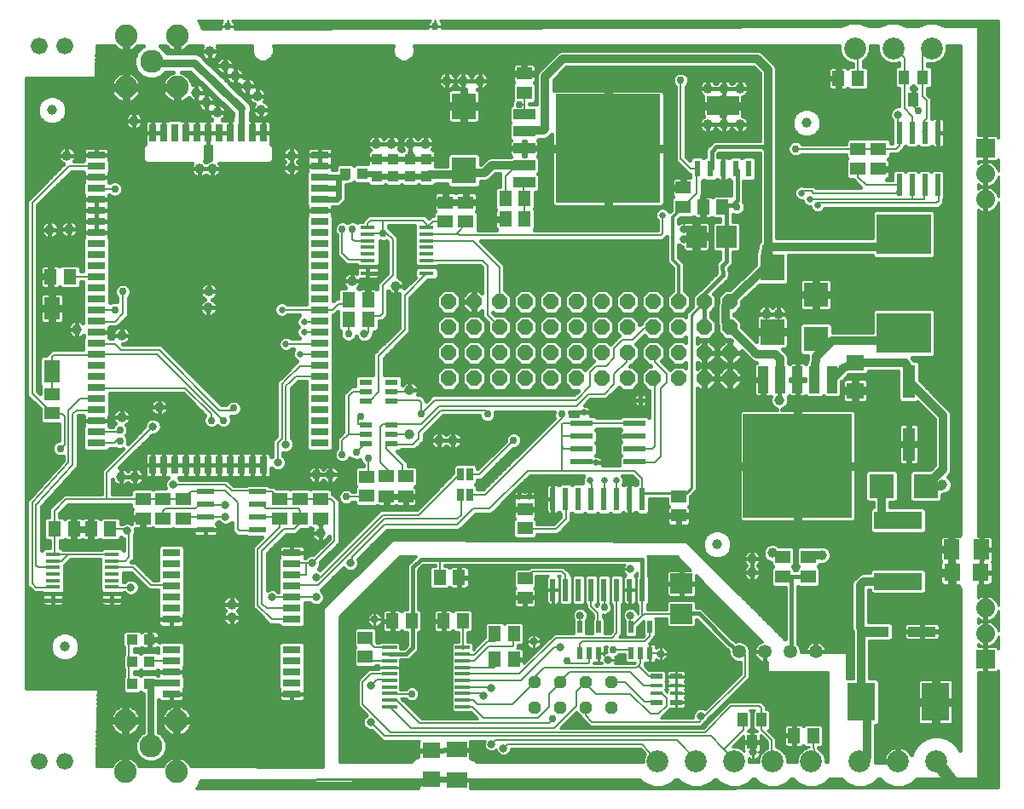
<source format=gtl>
G75*
%MOIN*%
%OFA0B0*%
%FSLAX24Y24*%
%IPPOS*%
%LPD*%
%AMOC8*
5,1,8,0,0,1.08239X$1,22.5*
%
%ADD10R,0.0945X0.0945*%
%ADD11R,0.2126X0.1575*%
%ADD12R,0.0945X0.1024*%
%ADD13R,0.1102X0.1496*%
%ADD14R,0.0512X0.1299*%
%ADD15C,0.0860*%
%ADD16R,0.0591X0.0512*%
%ADD17R,0.0591X0.0787*%
%ADD18R,0.0630X0.0710*%
%ADD19R,0.4252X0.4098*%
%ADD20R,0.0420X0.1050*%
%ADD21R,0.0709X0.0315*%
%ADD22R,0.0315X0.0709*%
%ADD23R,0.0512X0.0591*%
%ADD24R,0.0591X0.0157*%
%ADD25OC8,0.0480*%
%ADD26R,0.0394X0.0551*%
%ADD27R,0.0453X0.0173*%
%ADD28R,0.0453X0.0248*%
%ADD29R,0.0787X0.0591*%
%ADD30R,0.0710X0.0630*%
%ADD31R,0.4098X0.4252*%
%ADD32R,0.0850X0.0420*%
%ADD33R,0.0394X0.0433*%
%ADD34R,0.0630X0.0906*%
%ADD35R,0.0220X0.0900*%
%ADD36C,0.0531*%
%ADD37R,0.0866X0.0787*%
%ADD38C,0.0900*%
%ADD39C,0.0886*%
%ADD40R,0.0787X0.0866*%
%ADD41R,0.0220X0.0500*%
%ADD42R,0.0580X0.0140*%
%ADD43R,0.0709X0.0630*%
%ADD44R,0.0591X0.0472*%
%ADD45R,0.0740X0.0740*%
%ADD46C,0.0740*%
%ADD47C,0.0660*%
%ADD48R,0.0500X0.0220*%
%ADD49R,0.0870X0.0240*%
%ADD50R,0.0236X0.0866*%
%ADD51R,0.0630X0.0512*%
%ADD52R,0.1102X0.0394*%
%ADD53R,0.1850X0.0689*%
%ADD54R,0.0433X0.0394*%
%ADD55R,0.0240X0.0640*%
%ADD56R,0.1250X0.0730*%
%ADD57OC8,0.0600*%
%ADD58C,0.0394*%
%ADD59R,0.0670X0.0210*%
%ADD60R,0.0250X0.0500*%
%ADD61C,0.0160*%
%ADD62C,0.0080*%
%ADD63C,0.0315*%
%ADD64C,0.0079*%
%ADD65C,0.0295*%
%ADD66C,0.0120*%
%ADD67C,0.0256*%
%ADD68C,0.0320*%
%ADD69C,0.0100*%
%ADD70C,0.0060*%
%ADD71C,0.0500*%
%ADD72C,0.0240*%
%ADD73C,0.0300*%
%ADD74C,0.0256*%
D10*
X038789Y020648D03*
X038789Y022380D03*
X041356Y014884D03*
X043088Y014884D03*
D11*
X042216Y020888D03*
X042216Y024746D03*
D12*
X037080Y023443D03*
X037080Y020923D03*
X025023Y027242D03*
X025023Y029762D03*
D13*
X040549Y006439D03*
X043462Y006439D03*
D14*
X042423Y016528D03*
X042423Y018988D03*
D15*
X041809Y032030D03*
X043309Y032030D03*
X040309Y032030D03*
X040502Y004109D03*
X042002Y004109D03*
X043502Y004109D03*
X038604Y004109D03*
X037104Y004109D03*
X035604Y004109D03*
X034104Y004109D03*
X032604Y004109D03*
D16*
X027411Y010526D03*
X027411Y011274D03*
X027411Y013234D03*
X027411Y013983D03*
X033423Y013734D03*
X033423Y014483D03*
X021218Y014502D03*
X021218Y015250D03*
X019407Y014372D03*
X018620Y014372D03*
X018620Y013624D03*
X019407Y013624D03*
X017832Y013624D03*
X017832Y014372D03*
X014053Y014372D03*
X014053Y013624D03*
X013265Y013624D03*
X012478Y013624D03*
X012478Y014372D03*
X013265Y014372D03*
X008923Y017734D03*
X008923Y018483D03*
X021165Y008955D03*
X021165Y008207D03*
X024303Y025248D03*
X024303Y025996D03*
X025104Y025996D03*
X025104Y025248D03*
X027387Y030294D03*
X027387Y031043D03*
X033598Y026573D03*
X033598Y025825D03*
X040431Y027325D03*
X040431Y028073D03*
D17*
X044082Y012408D03*
X045263Y012408D03*
D18*
X045233Y011508D03*
X044113Y011508D03*
D19*
X038069Y015675D03*
D20*
X038069Y019055D03*
X038739Y019055D03*
X039409Y019055D03*
X037399Y019055D03*
X036729Y019055D03*
D21*
X019393Y019177D03*
X019393Y018744D03*
X019393Y018311D03*
X019393Y017878D03*
X019393Y017445D03*
X019393Y017012D03*
X019393Y016579D03*
X019393Y019610D03*
X019393Y020043D03*
X019393Y020476D03*
X019393Y020909D03*
X019393Y021342D03*
X019393Y021775D03*
X019393Y022209D03*
X019393Y022642D03*
X019393Y023075D03*
X019393Y023508D03*
X019393Y023941D03*
X019393Y024374D03*
X019393Y024807D03*
X019393Y025240D03*
X019393Y025673D03*
X019393Y026106D03*
X019393Y026539D03*
X019393Y026972D03*
X019393Y027405D03*
X019393Y027838D03*
X010653Y027838D03*
X010653Y027405D03*
X010653Y026972D03*
X010653Y026539D03*
X010653Y026106D03*
X010653Y025673D03*
X010653Y025240D03*
X010653Y024807D03*
X010653Y024374D03*
X010653Y023941D03*
X010653Y023508D03*
X010653Y023075D03*
X010653Y022642D03*
X010653Y022209D03*
X010653Y021775D03*
X010653Y021342D03*
X010653Y020909D03*
X010653Y020476D03*
X010653Y020043D03*
X010653Y019610D03*
X010653Y019177D03*
X010653Y018744D03*
X010653Y018311D03*
X010653Y017878D03*
X010653Y017445D03*
X010653Y017012D03*
X010653Y016579D03*
X013580Y012266D03*
X013580Y011833D03*
X013580Y011400D03*
X013580Y010967D03*
X013580Y010534D03*
X013580Y010101D03*
X013580Y009668D03*
X013580Y008486D03*
X013580Y008053D03*
X013580Y007620D03*
X013580Y007187D03*
X013580Y006754D03*
X018305Y006754D03*
X018305Y007187D03*
X018305Y007620D03*
X018305Y008053D03*
X018305Y008486D03*
X018305Y009668D03*
X018305Y010101D03*
X018305Y010534D03*
X018305Y010967D03*
X018305Y011400D03*
X018305Y011833D03*
X018305Y012266D03*
D22*
X017188Y015712D03*
X016755Y015712D03*
X016322Y015712D03*
X015889Y015712D03*
X015456Y015712D03*
X015023Y015712D03*
X014590Y015712D03*
X014157Y015712D03*
X013724Y015712D03*
X013291Y015712D03*
X012857Y015712D03*
X012857Y028705D03*
X013291Y028705D03*
X013724Y028705D03*
X014157Y028705D03*
X014590Y028705D03*
X015023Y028705D03*
X015456Y028705D03*
X015889Y028705D03*
X016322Y028705D03*
X016755Y028705D03*
X017188Y028705D03*
D23*
X009612Y023085D03*
X008864Y023085D03*
X020529Y022187D03*
X021277Y022187D03*
X021277Y021400D03*
X020529Y021400D03*
X026649Y025337D03*
X027397Y025337D03*
X027397Y026140D03*
X026649Y026140D03*
X034387Y025809D03*
X035135Y025809D03*
X039663Y030849D03*
X040411Y030849D03*
X024828Y011313D03*
X024080Y011313D03*
X024230Y009609D03*
X024978Y009609D03*
X026230Y009109D03*
X026978Y009109D03*
X026978Y008109D03*
X026230Y008109D03*
X022978Y009609D03*
X022230Y009609D03*
X011198Y013211D03*
X010450Y013211D03*
X009781Y013211D03*
X009033Y013211D03*
X037935Y005116D03*
X038683Y005116D03*
D24*
X024965Y006262D03*
X024965Y006518D03*
X024965Y006773D03*
X024965Y007029D03*
X024965Y007285D03*
X024965Y007541D03*
X024965Y007797D03*
X024965Y008053D03*
X024965Y008309D03*
X024965Y008565D03*
X022111Y008565D03*
X022111Y008309D03*
X022111Y008053D03*
X022111Y007797D03*
X022111Y007541D03*
X022111Y007285D03*
X022111Y007029D03*
X022111Y006773D03*
X022111Y006518D03*
X022111Y006262D03*
D25*
X027791Y006209D03*
X028791Y006209D03*
X029791Y006209D03*
X030791Y006209D03*
X030791Y007209D03*
X029791Y007209D03*
X028791Y007209D03*
X027791Y007209D03*
D26*
X035915Y005734D03*
X036663Y005734D03*
X036289Y004868D03*
X042596Y030022D03*
X042222Y030888D03*
X042970Y030888D03*
D27*
X033322Y007089D03*
X033322Y006774D03*
X032555Y006774D03*
X032555Y007089D03*
D28*
X032555Y007441D03*
X033322Y007441D03*
X033322Y006421D03*
X032555Y006421D03*
D29*
X024750Y004569D03*
X024750Y003388D03*
D30*
X023750Y003419D03*
X023750Y004538D03*
D31*
X030667Y028109D03*
D32*
X027387Y028109D03*
X027387Y028779D03*
X027387Y029449D03*
X027387Y027439D03*
X027387Y026769D03*
D33*
X023573Y027024D03*
X022923Y027024D03*
X022923Y027693D03*
X023573Y027693D03*
X022273Y027693D03*
X021623Y027693D03*
X021623Y027024D03*
X021057Y027109D03*
X020388Y027109D03*
X022273Y027024D03*
X012734Y008014D03*
X012065Y008014D03*
X012065Y007148D03*
X012734Y007148D03*
D34*
X008923Y019368D03*
X008923Y021849D03*
D35*
X028504Y014389D03*
X029004Y014389D03*
X029504Y014389D03*
X030004Y014389D03*
X030504Y014389D03*
X031004Y014389D03*
X031504Y014389D03*
X032004Y014389D03*
X032004Y010829D03*
X031504Y010829D03*
X031004Y010829D03*
X030504Y010829D03*
X030004Y010829D03*
X029504Y010829D03*
X029004Y010829D03*
X028504Y010829D03*
D36*
X035781Y008408D03*
X036781Y008408D03*
X037781Y008408D03*
X038781Y008408D03*
D37*
X033531Y009894D03*
X033531Y011075D03*
D38*
X012793Y004707D03*
X012817Y031502D03*
D39*
X013820Y030498D03*
X011813Y030498D03*
X011813Y032506D03*
X013820Y032506D03*
X013797Y005711D03*
X011789Y005711D03*
X011789Y003703D03*
X013797Y003703D03*
D40*
X034108Y024652D03*
X035289Y024652D03*
D41*
X032293Y009369D03*
X031553Y009369D03*
X031553Y008349D03*
X031923Y008349D03*
X032293Y008349D03*
X030293Y008349D03*
X029923Y008349D03*
X029553Y008349D03*
X029553Y009369D03*
X030293Y009369D03*
D42*
X023573Y023209D03*
X023573Y023469D03*
X023573Y023729D03*
X023573Y023979D03*
X023573Y024239D03*
X023573Y024489D03*
X023573Y024749D03*
X023573Y025009D03*
X021273Y025009D03*
X021273Y024749D03*
X021273Y024489D03*
X021273Y024239D03*
X021273Y023979D03*
X021273Y023729D03*
X021273Y023469D03*
X021273Y023209D03*
X011266Y012221D03*
X011266Y011961D03*
X011266Y011701D03*
X011266Y011451D03*
X011266Y011191D03*
X011266Y010941D03*
X011266Y010681D03*
X011266Y010421D03*
X008966Y010421D03*
X008966Y010681D03*
X008966Y010941D03*
X008966Y011191D03*
X008966Y011451D03*
X008966Y011701D03*
X008966Y011961D03*
X008966Y012221D03*
D43*
X040324Y018624D03*
X040324Y019727D03*
D44*
X038492Y012128D03*
X038492Y011341D03*
X037492Y011341D03*
X037492Y012128D03*
X022752Y014483D03*
X022002Y014483D03*
X022002Y015270D03*
X022752Y015270D03*
D45*
X045423Y008109D03*
X045423Y028109D03*
D46*
X045423Y027109D03*
X045423Y026109D03*
X045423Y010109D03*
X045423Y009109D03*
D47*
X008423Y004109D03*
X009423Y004109D03*
X009423Y032109D03*
X008423Y032109D03*
D48*
X021177Y018959D03*
X021177Y018589D03*
X021177Y018219D03*
X022197Y018219D03*
X022197Y018589D03*
X022197Y018959D03*
X022197Y017274D03*
X022197Y016904D03*
X022197Y016534D03*
X021177Y016534D03*
X021177Y016904D03*
X021177Y017274D03*
D49*
X029637Y017347D03*
X029637Y016847D03*
X029637Y016347D03*
X029637Y015847D03*
X031697Y015847D03*
X031697Y016347D03*
X031697Y016847D03*
X031697Y017347D03*
D50*
X042043Y026675D03*
X042543Y026675D03*
X043043Y026675D03*
X043543Y026675D03*
X043543Y028723D03*
X043043Y028723D03*
X042543Y028723D03*
X042043Y028723D03*
D51*
X041218Y028093D03*
X041218Y027305D03*
D52*
X041080Y009195D03*
X042931Y009195D03*
D53*
X042006Y011164D03*
X042006Y013546D03*
D54*
X012734Y008880D03*
X012065Y008880D03*
D55*
X034155Y027305D03*
X034655Y027305D03*
X035155Y027305D03*
X035655Y027305D03*
X036155Y027305D03*
D56*
X035155Y029775D03*
D57*
X035423Y022109D03*
X034423Y022109D03*
X033423Y022109D03*
X032423Y022109D03*
X031423Y022109D03*
X030423Y022109D03*
X029423Y022109D03*
X028423Y022109D03*
X027423Y022109D03*
X026423Y022109D03*
X025423Y022109D03*
X024423Y022109D03*
X024423Y021109D03*
X025423Y021109D03*
X026423Y021109D03*
X027423Y021109D03*
X028423Y021109D03*
X029423Y021109D03*
X030423Y021109D03*
X031423Y021109D03*
X032423Y021109D03*
X033423Y021109D03*
X034423Y021109D03*
X035423Y021109D03*
X035423Y020109D03*
X034423Y020109D03*
X033423Y020109D03*
X032423Y020109D03*
X031423Y020109D03*
X030423Y020109D03*
X029423Y020109D03*
X028423Y020109D03*
X027423Y020109D03*
X026423Y020109D03*
X025423Y020109D03*
X024423Y020109D03*
X024423Y019109D03*
X025423Y019109D03*
X026423Y019109D03*
X027423Y019109D03*
X028423Y019109D03*
X029423Y019109D03*
X030423Y019109D03*
X031423Y019109D03*
X032423Y019109D03*
X033423Y019109D03*
X034423Y019109D03*
X035423Y019109D03*
D58*
X037360Y018250D03*
X037234Y017049D03*
X038100Y017049D03*
X038966Y017049D03*
X038966Y016183D03*
X038966Y015317D03*
X038100Y015317D03*
X037234Y015317D03*
X037234Y016183D03*
X038100Y016183D03*
X034923Y012609D03*
X036289Y012034D03*
X036289Y011510D03*
X037084Y012266D03*
X039013Y012187D03*
X043738Y014943D03*
X037313Y021628D03*
X036840Y021628D03*
X030935Y027234D03*
X030147Y027234D03*
X029360Y027234D03*
X029360Y028101D03*
X029360Y028888D03*
X030147Y028888D03*
X030147Y028101D03*
X030935Y028101D03*
X030935Y028888D03*
X034557Y029046D03*
X035187Y029046D03*
X035817Y029046D03*
X035817Y030463D03*
X035187Y030463D03*
X034557Y030463D03*
X038423Y029109D03*
X025643Y030761D03*
X025003Y030761D03*
X024363Y030761D03*
X023523Y028289D03*
X022923Y028289D03*
X022203Y028289D03*
X021603Y028289D03*
X018277Y027829D03*
X018277Y027349D03*
X017094Y029617D03*
X016943Y030161D03*
X016555Y030546D03*
X016077Y030949D03*
X015677Y031350D03*
X015090Y031907D03*
X014563Y030296D03*
X014957Y029902D03*
X015374Y029511D03*
X015178Y027316D03*
X014699Y027316D03*
X012123Y029189D03*
X009503Y027829D03*
X008923Y029609D03*
X009583Y024949D03*
X008837Y024927D03*
X009883Y021029D03*
X011643Y020789D03*
X013110Y017981D03*
X011643Y017587D03*
X011612Y015258D03*
X012163Y015258D03*
X015945Y010264D03*
X015943Y009746D03*
X019407Y013053D03*
X019250Y015337D03*
X019801Y015337D03*
X022904Y016901D03*
X024053Y016675D03*
X024604Y016675D03*
X022904Y018633D03*
X022353Y022727D03*
X020640Y022906D03*
X015049Y022513D03*
X015037Y021872D03*
X009423Y008609D03*
D59*
X014923Y013170D03*
X014923Y013670D03*
X014923Y014170D03*
X014923Y014670D03*
X016963Y014670D03*
X016963Y014170D03*
X016963Y013670D03*
X016963Y013170D03*
D60*
X024899Y014549D03*
X025254Y014549D03*
X025254Y015337D03*
X024899Y015337D03*
D61*
X024596Y015401D02*
X023175Y013980D01*
X021758Y013980D01*
X019400Y011623D01*
X019342Y011647D01*
X019377Y011682D01*
X019428Y011805D01*
X019428Y011899D01*
X020177Y012648D01*
X020177Y014264D01*
X020246Y014194D01*
X020366Y014145D01*
X020496Y014145D01*
X020615Y014194D01*
X020673Y014252D01*
X020744Y014252D01*
X020744Y014172D01*
X020849Y014068D01*
X021587Y014068D01*
X021628Y014108D01*
X021645Y014098D01*
X021685Y014088D01*
X021963Y014088D01*
X021963Y014444D01*
X022040Y014444D01*
X022040Y014521D01*
X022456Y014521D01*
X022713Y014521D01*
X022713Y014444D01*
X022040Y014444D01*
X022040Y014088D01*
X022318Y014088D01*
X022358Y014098D01*
X022377Y014109D01*
X022395Y014098D01*
X022435Y014088D01*
X022713Y014088D01*
X022713Y014444D01*
X022790Y014444D01*
X022790Y014521D01*
X023206Y014521D01*
X023206Y014740D01*
X023195Y014780D01*
X023174Y014816D01*
X023144Y014846D01*
X023123Y014858D01*
X023225Y014960D01*
X023225Y015580D01*
X023121Y015685D01*
X022854Y015685D01*
X022854Y015821D01*
X022726Y015949D01*
X022430Y016245D01*
X022521Y016245D01*
X022575Y016300D01*
X023119Y016300D01*
X023247Y016428D01*
X023483Y016664D01*
X023483Y016900D01*
X024222Y017639D01*
X025616Y017639D01*
X025616Y017634D01*
X025666Y017514D01*
X025758Y017423D01*
X025878Y017373D01*
X026007Y017373D01*
X026127Y017423D01*
X026219Y017514D01*
X026269Y017634D01*
X026269Y017764D01*
X026255Y017796D01*
X028543Y017796D01*
X028530Y017764D01*
X028530Y017634D01*
X028562Y017556D01*
X028530Y017524D01*
X028529Y017524D01*
X025773Y014768D01*
X025557Y014768D01*
X025557Y014873D01*
X025487Y014943D01*
X025557Y015013D01*
X025557Y015118D01*
X025718Y015118D01*
X026949Y016349D01*
X027031Y016349D01*
X027151Y016399D01*
X027243Y016491D01*
X027292Y016611D01*
X027292Y016740D01*
X027243Y016860D01*
X027151Y016952D01*
X027031Y017001D01*
X026901Y017001D01*
X026781Y016952D01*
X026690Y016860D01*
X026640Y016740D01*
X026640Y016658D01*
X025557Y015575D01*
X025557Y015661D01*
X025452Y015765D01*
X024700Y015765D01*
X024596Y015661D01*
X024596Y015401D01*
X024596Y015423D02*
X023225Y015423D01*
X023224Y015581D02*
X024596Y015581D01*
X024675Y015740D02*
X022854Y015740D01*
X022777Y015898D02*
X025880Y015898D01*
X026038Y016057D02*
X022618Y016057D01*
X022460Y016215D02*
X026197Y016215D01*
X026355Y016374D02*
X024792Y016374D01*
X024772Y016360D02*
X024831Y016399D01*
X024880Y016449D01*
X024919Y016507D01*
X024946Y016572D01*
X024960Y016640D01*
X024960Y016675D01*
X024604Y016675D01*
X024604Y016320D01*
X024639Y016320D01*
X024708Y016334D01*
X024772Y016360D01*
X024604Y016374D02*
X024604Y016374D01*
X024604Y016320D02*
X024604Y016675D01*
X024604Y016675D01*
X024604Y016675D01*
X024053Y016675D01*
X024053Y016320D01*
X024088Y016320D01*
X024156Y016334D01*
X024221Y016360D01*
X024279Y016399D01*
X024328Y016448D01*
X024377Y016399D01*
X024436Y016360D01*
X024500Y016334D01*
X024569Y016320D01*
X024604Y016320D01*
X024416Y016374D02*
X024241Y016374D01*
X024053Y016374D02*
X024053Y016374D01*
X024053Y016320D02*
X024053Y016675D01*
X024053Y016675D01*
X024053Y016675D01*
X024408Y016675D01*
X024604Y016675D01*
X024604Y016675D01*
X024960Y016675D01*
X024960Y016710D01*
X024946Y016779D01*
X024919Y016844D01*
X024880Y016902D01*
X024831Y016952D01*
X024772Y016991D01*
X024708Y017017D01*
X024639Y017031D01*
X024604Y017031D01*
X024604Y016675D01*
X024604Y016675D01*
X024604Y017031D01*
X024569Y017031D01*
X024500Y017017D01*
X024436Y016991D01*
X024377Y016952D01*
X024328Y016903D01*
X024279Y016952D01*
X024221Y016991D01*
X024156Y017017D01*
X024088Y017031D01*
X024053Y017031D01*
X024053Y016675D01*
X023697Y016675D01*
X023697Y016640D01*
X023711Y016572D01*
X023738Y016507D01*
X023777Y016449D01*
X023826Y016399D01*
X023884Y016360D01*
X023949Y016334D01*
X024018Y016320D01*
X024053Y016320D01*
X023865Y016374D02*
X023193Y016374D01*
X023351Y016532D02*
X023727Y016532D01*
X023697Y016675D02*
X024053Y016675D01*
X024053Y016675D01*
X024053Y016675D01*
X024053Y017031D01*
X024018Y017031D01*
X023949Y017017D01*
X023884Y016991D01*
X023826Y016952D01*
X023777Y016902D01*
X023738Y016844D01*
X023711Y016779D01*
X023697Y016710D01*
X023697Y016675D01*
X023697Y016691D02*
X023483Y016691D01*
X023483Y016849D02*
X023741Y016849D01*
X023590Y017008D02*
X023925Y017008D01*
X024053Y017008D02*
X024053Y017008D01*
X024180Y017008D02*
X024476Y017008D01*
X024604Y017008D02*
X024604Y017008D01*
X024731Y017008D02*
X028013Y017008D01*
X028171Y017166D02*
X023749Y017166D01*
X023907Y017325D02*
X028330Y017325D01*
X028488Y017483D02*
X026188Y017483D01*
X026269Y017642D02*
X028530Y017642D01*
X029182Y017645D02*
X029182Y017764D01*
X029169Y017796D01*
X029435Y017796D01*
X029435Y017778D01*
X029722Y017778D01*
X029722Y017778D01*
X030009Y017778D01*
X030009Y017806D01*
X029998Y017861D01*
X029976Y017914D01*
X029945Y017961D01*
X029905Y018000D01*
X029858Y018032D01*
X029806Y018053D01*
X029764Y018062D01*
X029970Y018268D01*
X030600Y018268D01*
X030994Y018662D01*
X031093Y018761D01*
X031225Y018630D01*
X031621Y018630D01*
X031901Y018910D01*
X031901Y019307D01*
X031621Y019587D01*
X031525Y019587D01*
X031568Y019630D01*
X031621Y019630D01*
X031901Y019910D01*
X031901Y020307D01*
X031758Y020450D01*
X032082Y020773D01*
X032225Y020630D01*
X032621Y020630D01*
X032901Y020910D01*
X032901Y021307D01*
X032621Y021587D01*
X032225Y021587D01*
X031944Y021307D01*
X031944Y021254D01*
X031901Y021211D01*
X031901Y021307D01*
X031621Y021587D01*
X031225Y021587D01*
X030944Y021307D01*
X030944Y020910D01*
X031076Y020779D01*
X031000Y020703D01*
X030752Y020456D01*
X030621Y020587D01*
X030225Y020587D01*
X029944Y020307D01*
X029944Y019910D01*
X030076Y019779D01*
X029976Y019679D01*
X029752Y019456D01*
X029621Y019587D01*
X029225Y019587D01*
X028944Y019307D01*
X028944Y018910D01*
X029225Y018630D01*
X029478Y018630D01*
X029317Y018469D01*
X023805Y018469D01*
X023563Y018226D01*
X023563Y018262D01*
X023484Y018341D01*
X023356Y018469D01*
X023221Y018469D01*
X023246Y018529D01*
X023260Y018598D01*
X023260Y018633D01*
X023260Y018668D01*
X023246Y018737D01*
X023219Y018801D01*
X023180Y018860D01*
X023131Y018909D01*
X023073Y018948D01*
X023008Y018975D01*
X022939Y018989D01*
X022904Y018989D01*
X022869Y018989D01*
X022801Y018975D01*
X022736Y018948D01*
X022678Y018909D01*
X022628Y018860D01*
X022625Y018855D01*
X022625Y019143D01*
X022521Y019247D01*
X021909Y019247D01*
X021909Y019892D01*
X022805Y020788D01*
X022933Y020916D01*
X022933Y022259D01*
X023633Y022960D01*
X023937Y022960D01*
X024041Y023065D01*
X024041Y023352D01*
X024020Y023373D01*
X024022Y023378D01*
X024022Y023468D01*
X023573Y023468D01*
X023573Y023469D01*
X024022Y023469D01*
X024022Y023510D01*
X025649Y023510D01*
X025724Y023435D01*
X025724Y022456D01*
X025613Y022567D01*
X025443Y022567D01*
X025443Y022129D01*
X025403Y022129D01*
X025403Y022567D01*
X025233Y022567D01*
X024964Y022299D01*
X024964Y022129D01*
X025403Y022129D01*
X025403Y022089D01*
X024964Y022089D01*
X024964Y021918D01*
X025233Y021650D01*
X025403Y021650D01*
X025403Y022088D01*
X025443Y022088D01*
X025443Y021650D01*
X025613Y021650D01*
X025724Y021761D01*
X025724Y021498D01*
X025944Y021278D01*
X025944Y020910D01*
X026225Y020630D01*
X026621Y020630D01*
X026901Y020910D01*
X026901Y021307D01*
X026621Y021587D01*
X026253Y021587D01*
X026161Y021679D01*
X026161Y021694D01*
X026225Y021630D01*
X026621Y021630D01*
X026901Y021910D01*
X026901Y022307D01*
X026633Y022575D01*
X026633Y023538D01*
X026505Y023666D01*
X025682Y024489D01*
X032805Y024489D01*
X032933Y024616D01*
X032933Y024617D01*
X032948Y024633D01*
X032948Y023663D01*
X033184Y023427D01*
X033184Y022547D01*
X032944Y022307D01*
X032944Y021910D01*
X033225Y021630D01*
X033621Y021630D01*
X033901Y021910D01*
X033901Y022307D01*
X033661Y022547D01*
X033661Y023625D01*
X033522Y023764D01*
X033425Y023861D01*
X033425Y024313D01*
X033434Y024304D01*
X033486Y024269D01*
X033543Y024245D01*
X033555Y024243D01*
X033555Y024198D01*
X033566Y024158D01*
X033587Y024121D01*
X033617Y024092D01*
X033653Y024071D01*
X033693Y024060D01*
X034028Y024060D01*
X034028Y024572D01*
X034188Y024572D01*
X034188Y024732D01*
X034660Y024732D01*
X034660Y025106D01*
X034649Y025146D01*
X034629Y025183D01*
X034599Y025212D01*
X034563Y025233D01*
X034522Y025244D01*
X034188Y025244D01*
X034188Y024732D01*
X034028Y024732D01*
X034028Y025244D01*
X033736Y025244D01*
X033728Y025247D01*
X033667Y025259D01*
X033635Y025259D01*
X033604Y025259D01*
X033543Y025247D01*
X033486Y025223D01*
X033434Y025189D01*
X033425Y025180D01*
X033425Y025317D01*
X033499Y025391D01*
X033967Y025391D01*
X034000Y025424D01*
X034004Y025417D01*
X034034Y025387D01*
X034070Y025366D01*
X034111Y025355D01*
X034339Y025355D01*
X034339Y025761D01*
X034435Y025761D01*
X034435Y025355D01*
X034664Y025355D01*
X034705Y025366D01*
X034741Y025387D01*
X034747Y025394D01*
X034806Y025336D01*
X035031Y025336D01*
X035031Y025263D01*
X034821Y025263D01*
X034717Y025159D01*
X034717Y024145D01*
X034821Y024040D01*
X035031Y024040D01*
X035031Y023790D01*
X034979Y023739D01*
X034972Y023736D01*
X034943Y023703D01*
X034912Y023672D01*
X034909Y023665D01*
X034904Y023659D01*
X034890Y023618D01*
X034873Y023577D01*
X034873Y023569D01*
X034870Y023562D01*
X034873Y023518D01*
X034873Y023474D01*
X034876Y023467D01*
X034890Y023233D01*
X034244Y022587D01*
X034225Y022587D01*
X033944Y022307D01*
X033944Y021929D01*
X033840Y021825D01*
X033706Y021691D01*
X033706Y021502D01*
X033621Y021587D01*
X033225Y021587D01*
X032944Y021307D01*
X032944Y020910D01*
X033225Y020630D01*
X033621Y020630D01*
X033706Y020715D01*
X033706Y020502D01*
X033621Y020587D01*
X033225Y020587D01*
X032944Y020307D01*
X032944Y019910D01*
X033225Y019630D01*
X033621Y019630D01*
X033706Y019715D01*
X033706Y019502D01*
X033621Y019587D01*
X033225Y019587D01*
X033085Y019448D01*
X032762Y019771D01*
X032901Y019910D01*
X032901Y020307D01*
X032621Y020587D01*
X032225Y020587D01*
X031944Y020307D01*
X031944Y019910D01*
X032225Y019630D01*
X032285Y019630D01*
X032328Y019587D01*
X032225Y019587D01*
X031944Y019307D01*
X031944Y018910D01*
X032225Y018630D01*
X032260Y018630D01*
X032260Y017591D01*
X032206Y017645D01*
X031188Y017645D01*
X031108Y017565D01*
X030226Y017565D01*
X030146Y017645D01*
X029977Y017645D01*
X029998Y017694D01*
X030009Y017750D01*
X030009Y017778D01*
X029722Y017778D01*
X029722Y017778D01*
X029435Y017778D01*
X029435Y017750D01*
X029446Y017694D01*
X029467Y017645D01*
X029182Y017645D01*
X029819Y018117D02*
X031672Y018117D01*
X031673Y018114D02*
X031704Y018067D01*
X031744Y018028D01*
X031791Y017996D01*
X031843Y017975D01*
X031899Y017964D01*
X031927Y017964D01*
X031955Y017964D01*
X032010Y017975D01*
X032063Y017996D01*
X032110Y018028D01*
X032149Y018067D01*
X032181Y018114D01*
X032202Y018167D01*
X032213Y018222D01*
X032213Y018250D01*
X031927Y018250D01*
X031927Y018250D01*
X031927Y017964D01*
X031927Y018250D01*
X031927Y018250D01*
X032213Y018250D01*
X032213Y018278D01*
X032202Y018334D01*
X032181Y018386D01*
X032149Y018433D01*
X032110Y018473D01*
X032063Y018504D01*
X032010Y018526D01*
X031955Y018537D01*
X031927Y018537D01*
X031927Y018250D01*
X031640Y018250D01*
X031640Y018222D01*
X031651Y018167D01*
X031673Y018114D01*
X031640Y018250D02*
X031927Y018250D01*
X031927Y018250D01*
X031927Y018250D01*
X031927Y018537D01*
X031899Y018537D01*
X031843Y018526D01*
X031791Y018504D01*
X031744Y018473D01*
X031704Y018433D01*
X031673Y018386D01*
X031651Y018334D01*
X031640Y018278D01*
X031640Y018250D01*
X031640Y018276D02*
X030607Y018276D01*
X030766Y018434D02*
X031705Y018434D01*
X031927Y018434D02*
X031927Y018434D01*
X031927Y018276D02*
X031927Y018276D01*
X031927Y018117D02*
X031927Y018117D01*
X032182Y018117D02*
X032260Y018117D01*
X032260Y017959D02*
X029946Y017959D01*
X030009Y017800D02*
X032260Y017800D01*
X032260Y017642D02*
X032209Y017642D01*
X032213Y018276D02*
X032260Y018276D01*
X032260Y018434D02*
X032148Y018434D01*
X032260Y018593D02*
X030924Y018593D01*
X031083Y018751D02*
X031104Y018751D01*
X031742Y018751D02*
X032104Y018751D01*
X031945Y018910D02*
X031900Y018910D01*
X031901Y019068D02*
X031944Y019068D01*
X031944Y019227D02*
X031901Y019227D01*
X031823Y019385D02*
X032023Y019385D01*
X032181Y019544D02*
X031664Y019544D01*
X031693Y019702D02*
X032153Y019702D01*
X031994Y019861D02*
X031851Y019861D01*
X031901Y020019D02*
X031944Y020019D01*
X031944Y020178D02*
X031901Y020178D01*
X031872Y020336D02*
X031974Y020336D01*
X032132Y020495D02*
X031803Y020495D01*
X031961Y020653D02*
X032202Y020653D01*
X032644Y020653D02*
X033202Y020653D01*
X033132Y020495D02*
X032713Y020495D01*
X032872Y020336D02*
X032974Y020336D01*
X032944Y020178D02*
X032901Y020178D01*
X032901Y020019D02*
X032944Y020019D01*
X032994Y019861D02*
X032851Y019861D01*
X032831Y019702D02*
X033153Y019702D01*
X033181Y019544D02*
X032990Y019544D01*
X033664Y019544D02*
X033706Y019544D01*
X033693Y019702D02*
X033706Y019702D01*
X034163Y019702D02*
X034181Y019702D01*
X034163Y019720D02*
X034233Y019650D01*
X034403Y019650D01*
X034403Y020088D01*
X034443Y020088D01*
X034443Y019650D01*
X034613Y019650D01*
X034882Y019918D01*
X034882Y020089D01*
X034443Y020089D01*
X034443Y020129D01*
X034403Y020129D01*
X034403Y020567D01*
X034233Y020567D01*
X034163Y020497D01*
X034163Y020692D01*
X034225Y020630D01*
X034621Y020630D01*
X034901Y020910D01*
X034901Y021307D01*
X034681Y021527D01*
X034681Y021690D01*
X034901Y021910D01*
X034901Y022307D01*
X034798Y022410D01*
X035307Y022919D01*
X035314Y022922D01*
X035343Y022955D01*
X035374Y022986D01*
X035377Y022993D01*
X035383Y022999D01*
X035397Y023040D01*
X035414Y023081D01*
X035414Y023089D01*
X035416Y023096D01*
X035414Y023140D01*
X035414Y023184D01*
X035410Y023191D01*
X035396Y023425D01*
X035508Y023537D01*
X035547Y023632D01*
X035547Y024040D01*
X035757Y024040D01*
X035861Y024145D01*
X035861Y025159D01*
X035757Y025263D01*
X035547Y025263D01*
X035547Y025418D01*
X035570Y025440D01*
X035570Y025513D01*
X035641Y025483D01*
X035771Y025483D01*
X035891Y025533D01*
X035983Y025625D01*
X036032Y025744D01*
X036032Y025874D01*
X035983Y025994D01*
X035966Y026011D01*
X035972Y026025D01*
X035972Y026807D01*
X036349Y026807D01*
X036454Y026911D01*
X036454Y027699D01*
X036349Y027804D01*
X035961Y027804D01*
X035905Y027748D01*
X035849Y027804D01*
X035461Y027804D01*
X035391Y027734D01*
X035373Y027752D01*
X035336Y027773D01*
X035296Y027784D01*
X035155Y027784D01*
X035014Y027784D01*
X034974Y027773D01*
X034972Y027772D01*
X034972Y027882D01*
X035002Y027913D01*
X036570Y027913D01*
X036575Y027908D01*
X036575Y024477D01*
X036553Y024456D01*
X036502Y024331D01*
X036502Y024220D01*
X036470Y024144D01*
X036470Y024070D01*
X036429Y024029D01*
X036429Y023551D01*
X035431Y022587D01*
X035225Y022587D01*
X034944Y022307D01*
X034944Y022064D01*
X034924Y022016D01*
X034924Y021241D01*
X034944Y021193D01*
X034944Y020910D01*
X035225Y020630D01*
X035423Y020630D01*
X035485Y020567D01*
X035443Y020567D01*
X035443Y020129D01*
X035403Y020129D01*
X035403Y020567D01*
X035233Y020567D01*
X034964Y020299D01*
X034964Y020129D01*
X035403Y020129D01*
X035403Y020089D01*
X034964Y020089D01*
X034964Y019918D01*
X035233Y019650D01*
X035403Y019650D01*
X035403Y020088D01*
X035443Y020088D01*
X035443Y019650D01*
X035613Y019650D01*
X035882Y019918D01*
X035882Y020089D01*
X035443Y020089D01*
X035443Y020129D01*
X035882Y020129D01*
X035882Y020171D01*
X036278Y019774D01*
X036403Y019723D01*
X036448Y019723D01*
X036421Y019707D01*
X036391Y019678D01*
X036371Y019642D01*
X036360Y019601D01*
X036360Y019080D01*
X036703Y019080D01*
X036703Y019030D01*
X036360Y019030D01*
X036360Y018510D01*
X036371Y018469D01*
X036391Y018433D01*
X036421Y018403D01*
X036457Y018383D01*
X036498Y018372D01*
X036704Y018372D01*
X036704Y019030D01*
X036754Y019030D01*
X036754Y018372D01*
X036959Y018372D01*
X037000Y018383D01*
X037011Y018389D01*
X036985Y018325D01*
X036985Y018176D01*
X037042Y018038D01*
X037147Y017932D01*
X037265Y017883D01*
X035922Y017883D01*
X035881Y017873D01*
X035845Y017852D01*
X035815Y017822D01*
X035795Y017786D01*
X035784Y017746D01*
X035784Y015755D01*
X037988Y015755D01*
X037988Y015656D01*
X037932Y015632D01*
X037876Y015595D01*
X037457Y015595D01*
X037402Y015632D01*
X037338Y015659D01*
X037269Y015673D01*
X037234Y015673D01*
X037234Y015595D01*
X037234Y015595D01*
X037234Y015673D01*
X037199Y015673D01*
X037130Y015659D01*
X037065Y015632D01*
X037010Y015595D01*
X035784Y015595D01*
X035784Y013605D01*
X035795Y013565D01*
X035815Y013529D01*
X035845Y013499D01*
X035881Y013478D01*
X035922Y013467D01*
X037989Y013467D01*
X037989Y014978D01*
X037996Y014975D01*
X038065Y014962D01*
X038100Y014962D01*
X038135Y014962D01*
X038149Y014964D01*
X038149Y013467D01*
X040215Y013467D01*
X040256Y013478D01*
X040292Y013499D01*
X040322Y013529D01*
X040342Y013565D01*
X040353Y013605D01*
X040353Y015595D01*
X039190Y015595D01*
X039135Y015632D01*
X039070Y015659D01*
X039001Y015673D01*
X038966Y015673D01*
X038931Y015673D01*
X038862Y015659D01*
X038798Y015632D01*
X038743Y015595D01*
X038324Y015595D01*
X038268Y015632D01*
X038204Y015659D01*
X038149Y015670D01*
X038149Y015755D01*
X040353Y015755D01*
X040353Y017746D01*
X040342Y017786D01*
X040322Y017822D01*
X040292Y017852D01*
X040256Y017873D01*
X040215Y017883D01*
X038149Y017883D01*
X038149Y017402D01*
X038135Y017405D01*
X038100Y017405D01*
X038065Y017405D01*
X037996Y017391D01*
X037989Y017388D01*
X037989Y017883D01*
X037455Y017883D01*
X037572Y017932D01*
X037678Y018038D01*
X037735Y018176D01*
X037735Y018325D01*
X037712Y018381D01*
X037747Y018417D01*
X037761Y018403D01*
X037797Y018383D01*
X037838Y018372D01*
X038044Y018372D01*
X038044Y019030D01*
X038094Y019030D01*
X038094Y019080D01*
X038350Y019080D01*
X038350Y019030D01*
X038094Y019030D01*
X038094Y018372D01*
X038299Y018372D01*
X038340Y018383D01*
X038376Y018403D01*
X038390Y018417D01*
X038455Y018352D01*
X039022Y018352D01*
X039074Y018403D01*
X039125Y018352D01*
X039692Y018352D01*
X039797Y018457D01*
X039797Y018965D01*
X039818Y018987D01*
X039811Y018960D01*
X039811Y018702D01*
X040247Y018702D01*
X040247Y019098D01*
X039949Y019098D01*
X039922Y019091D01*
X040062Y019231D01*
X040068Y019233D01*
X040753Y019233D01*
X040857Y019338D01*
X040857Y019383D01*
X041989Y019371D01*
X041989Y018265D01*
X042093Y018160D01*
X042753Y018160D01*
X042762Y018170D01*
X043429Y017504D01*
X043429Y015703D01*
X043260Y015535D01*
X042542Y015535D01*
X042437Y015430D01*
X042437Y014338D01*
X042542Y014233D01*
X043635Y014233D01*
X043739Y014338D01*
X043739Y014546D01*
X043746Y014546D01*
X043800Y014568D01*
X043812Y014568D01*
X043950Y014625D01*
X044056Y014731D01*
X044113Y014869D01*
X044113Y015018D01*
X044056Y015156D01*
X043950Y015261D01*
X043946Y015263D01*
X044054Y015372D01*
X044106Y015496D01*
X044106Y017711D01*
X044054Y017836D01*
X043959Y017931D01*
X042857Y019033D01*
X042857Y019712D01*
X042753Y019816D01*
X042610Y019816D01*
X042585Y019858D01*
X042570Y019896D01*
X042551Y019915D01*
X042547Y019922D01*
X043353Y019922D01*
X043458Y020027D01*
X043458Y021749D01*
X043353Y021854D01*
X041079Y021854D01*
X040975Y021749D01*
X040975Y020915D01*
X039440Y020915D01*
X039440Y021194D01*
X039335Y021299D01*
X038243Y021299D01*
X038138Y021194D01*
X038138Y020102D01*
X038243Y019997D01*
X038444Y019997D01*
X038444Y019945D01*
X038434Y019738D01*
X038390Y019694D01*
X038376Y019707D01*
X038340Y019728D01*
X038299Y019739D01*
X038094Y019739D01*
X038094Y019080D01*
X038044Y019080D01*
X038044Y019739D01*
X037838Y019739D01*
X037797Y019728D01*
X037761Y019707D01*
X037747Y019694D01*
X037737Y019704D01*
X037737Y019932D01*
X037685Y020057D01*
X037489Y020253D01*
X037574Y020253D01*
X037614Y020264D01*
X037650Y020285D01*
X037680Y020314D01*
X037701Y020350D01*
X037711Y020391D01*
X037711Y020843D01*
X037160Y020843D01*
X037160Y021003D01*
X037711Y021003D01*
X037711Y021456D01*
X037701Y021497D01*
X037680Y021533D01*
X037660Y021552D01*
X037668Y021593D01*
X037668Y021628D01*
X037313Y021628D01*
X037313Y021628D01*
X037668Y021628D01*
X037668Y021663D01*
X037655Y021732D01*
X037628Y021797D01*
X037589Y021855D01*
X037539Y021904D01*
X037481Y021943D01*
X037416Y021970D01*
X037348Y021984D01*
X037313Y021984D01*
X037313Y021628D01*
X037313Y021628D01*
X036957Y021628D01*
X036840Y021628D01*
X036485Y021628D01*
X036485Y021593D01*
X036494Y021546D01*
X036481Y021533D01*
X036460Y021497D01*
X036449Y021456D01*
X036449Y021003D01*
X037000Y021003D01*
X037000Y020843D01*
X036449Y020843D01*
X036449Y020561D01*
X035901Y021109D01*
X035901Y021307D01*
X035621Y021587D01*
X035601Y021587D01*
X035601Y021630D01*
X035621Y021630D01*
X035901Y021910D01*
X035901Y022100D01*
X036577Y022753D01*
X037627Y022753D01*
X037731Y022857D01*
X037731Y023926D01*
X040975Y023926D01*
X040975Y023885D01*
X041079Y023780D01*
X043353Y023780D01*
X043458Y023885D01*
X043458Y025608D01*
X043353Y025712D01*
X041079Y025712D01*
X040975Y025608D01*
X040975Y024602D01*
X037251Y024602D01*
X037251Y031249D01*
X037200Y031373D01*
X036773Y031800D01*
X036678Y031895D01*
X036553Y031947D01*
X028816Y031947D01*
X028692Y031895D01*
X028011Y031214D01*
X027915Y031119D01*
X027864Y030995D01*
X027864Y029837D01*
X027605Y029837D01*
X027605Y029860D01*
X027756Y029860D01*
X027861Y029965D01*
X027861Y030624D01*
X027803Y030682D01*
X027809Y030689D01*
X027830Y030725D01*
X027841Y030766D01*
X027841Y030995D01*
X027435Y030995D01*
X027435Y031090D01*
X027841Y031090D01*
X027841Y031319D01*
X027830Y031360D01*
X027809Y031396D01*
X027780Y031425D01*
X027743Y031446D01*
X027703Y031457D01*
X027435Y031457D01*
X027435Y031090D01*
X027339Y031090D01*
X027339Y030995D01*
X026933Y030995D01*
X026933Y030766D01*
X026944Y030725D01*
X026965Y030689D01*
X026971Y030682D01*
X026913Y030624D01*
X026913Y029979D01*
X026876Y029890D01*
X026876Y029825D01*
X026784Y029732D01*
X026784Y029165D01*
X026835Y029114D01*
X026784Y029062D01*
X026784Y028495D01*
X026849Y028430D01*
X026835Y028416D01*
X026814Y028380D01*
X026803Y028339D01*
X026803Y028134D01*
X027362Y028134D01*
X027362Y028390D01*
X027412Y028390D01*
X027412Y028134D01*
X027362Y028134D01*
X027362Y028084D01*
X026803Y028084D01*
X026803Y027878D01*
X026814Y027837D01*
X026835Y027801D01*
X026849Y027787D01*
X026838Y027777D01*
X026047Y027777D01*
X025923Y027725D01*
X025674Y027476D01*
X025674Y027828D01*
X025569Y027933D01*
X024476Y027933D01*
X024372Y027828D01*
X024372Y027407D01*
X023913Y027407D01*
X023918Y027415D01*
X023928Y027456D01*
X023928Y027675D01*
X023591Y027675D01*
X023591Y027712D01*
X023928Y027712D01*
X023928Y027931D01*
X023918Y027971D01*
X023897Y028007D01*
X023867Y028037D01*
X023831Y028058D01*
X023801Y028065D01*
X023838Y028120D01*
X023865Y028185D01*
X023878Y028253D01*
X023878Y028288D01*
X023523Y028288D01*
X023523Y028289D01*
X023523Y028289D01*
X023523Y028644D01*
X023558Y028644D01*
X023627Y028630D01*
X023691Y028604D01*
X023750Y028565D01*
X023799Y028515D01*
X023838Y028457D01*
X023865Y028392D01*
X023878Y028324D01*
X023878Y028289D01*
X023523Y028289D01*
X023523Y028644D01*
X023488Y028644D01*
X023419Y028630D01*
X023354Y028604D01*
X023296Y028565D01*
X023247Y028515D01*
X023223Y028480D01*
X023199Y028515D01*
X023150Y028565D01*
X023091Y028604D01*
X023027Y028630D01*
X022958Y028644D01*
X022923Y028644D01*
X022923Y028289D01*
X022923Y028289D01*
X022923Y028644D01*
X022888Y028644D01*
X022819Y028630D01*
X022754Y028604D01*
X022696Y028565D01*
X022647Y028515D01*
X022608Y028457D01*
X022581Y028392D01*
X022567Y028324D01*
X022567Y028289D01*
X022923Y028289D01*
X023523Y028289D01*
X023523Y028288D01*
X023167Y028288D01*
X022923Y028288D01*
X022923Y027933D01*
X022941Y027933D01*
X022941Y027712D01*
X022904Y027712D01*
X022904Y027933D01*
X022923Y027933D01*
X022923Y028288D01*
X022923Y028288D01*
X022923Y028289D01*
X022923Y028288D01*
X022567Y028288D01*
X022567Y028253D01*
X022581Y028185D01*
X022608Y028120D01*
X022647Y028062D01*
X022656Y028053D01*
X022629Y028037D01*
X022599Y028007D01*
X022598Y028005D01*
X022597Y028007D01*
X022567Y028037D01*
X022531Y028058D01*
X022491Y028068D01*
X022483Y028068D01*
X022518Y028120D01*
X022545Y028185D01*
X022558Y028253D01*
X022558Y028288D01*
X022203Y028288D01*
X022203Y028289D01*
X022203Y028289D01*
X022203Y028644D01*
X022238Y028644D01*
X022307Y028630D01*
X022371Y028604D01*
X022430Y028565D01*
X022479Y028515D01*
X022518Y028457D01*
X022545Y028392D01*
X022558Y028324D01*
X022558Y028289D01*
X022203Y028289D01*
X022203Y028644D01*
X022168Y028644D01*
X022099Y028630D01*
X022034Y028604D01*
X021976Y028565D01*
X021927Y028515D01*
X021903Y028480D01*
X021879Y028515D01*
X021830Y028565D01*
X021771Y028604D01*
X021707Y028630D01*
X021638Y028644D01*
X021603Y028644D01*
X021603Y028289D01*
X021603Y028289D01*
X021603Y028644D01*
X021568Y028644D01*
X021499Y028630D01*
X021434Y028604D01*
X021376Y028565D01*
X021327Y028515D01*
X021288Y028457D01*
X021261Y028392D01*
X021247Y028324D01*
X021247Y028289D01*
X021603Y028289D01*
X022203Y028289D01*
X022203Y028288D01*
X021847Y028288D01*
X021603Y028288D01*
X021603Y028289D01*
X021603Y028288D01*
X021247Y028288D01*
X021247Y028253D01*
X021261Y028185D01*
X021288Y028120D01*
X021327Y028062D01*
X021343Y028045D01*
X021329Y028037D01*
X021299Y028007D01*
X021278Y027971D01*
X021267Y027931D01*
X021267Y027712D01*
X021604Y027712D01*
X021604Y027675D01*
X021267Y027675D01*
X021267Y027503D01*
X020787Y027503D01*
X020723Y027440D01*
X020659Y027503D01*
X020117Y027503D01*
X020013Y027399D01*
X020013Y027271D01*
X019906Y027271D01*
X019906Y027405D01*
X019393Y027405D01*
X019393Y027405D01*
X018880Y027405D01*
X018880Y027227D01*
X018881Y027224D01*
X018860Y027204D01*
X018860Y025875D01*
X018881Y025854D01*
X018880Y025851D01*
X018880Y025673D01*
X018880Y025495D01*
X018881Y025492D01*
X018860Y025471D01*
X018860Y022011D01*
X018127Y022011D01*
X018085Y022053D01*
X017972Y022100D01*
X017850Y022100D01*
X017737Y022053D01*
X017651Y021967D01*
X017605Y021854D01*
X017605Y021733D01*
X017651Y021620D01*
X017737Y021534D01*
X017850Y021487D01*
X017972Y021487D01*
X018085Y021534D01*
X018127Y021576D01*
X018599Y021576D01*
X018517Y021495D01*
X018471Y021382D01*
X018471Y021260D01*
X018517Y021148D01*
X018541Y021124D01*
X018517Y021101D01*
X018471Y020988D01*
X018471Y020866D01*
X018517Y020754D01*
X018599Y020673D01*
X018284Y020673D01*
X018242Y020715D01*
X018129Y020761D01*
X018008Y020761D01*
X017895Y020715D01*
X017809Y020629D01*
X017762Y020516D01*
X017762Y020394D01*
X017809Y020281D01*
X017895Y020195D01*
X018008Y020149D01*
X018129Y020149D01*
X018242Y020195D01*
X018284Y020237D01*
X018362Y020237D01*
X018360Y020235D01*
X018313Y020122D01*
X018313Y020000D01*
X018360Y019888D01*
X018446Y019802D01*
X018501Y019779D01*
X018402Y019679D01*
X017979Y019256D01*
X017978Y019256D01*
X017693Y018971D01*
X017693Y016845D01*
X017663Y016815D01*
X017535Y016687D01*
X017535Y016066D01*
X017504Y016035D01*
X017504Y016088D01*
X017494Y016128D01*
X017473Y016164D01*
X017443Y016194D01*
X017407Y016215D01*
X017367Y016226D01*
X017188Y016226D01*
X017010Y016226D01*
X016972Y016215D01*
X016933Y016226D01*
X016755Y016226D01*
X016577Y016226D01*
X016539Y016215D01*
X016500Y016226D01*
X016322Y016226D01*
X016144Y016226D01*
X016106Y016215D01*
X016067Y016226D01*
X015889Y016226D01*
X015711Y016226D01*
X015672Y016215D01*
X015634Y016226D01*
X015456Y016226D01*
X015456Y015712D01*
X015456Y015199D01*
X015634Y015199D01*
X015672Y015210D01*
X015711Y015199D01*
X015889Y015199D01*
X016067Y015199D01*
X016106Y015210D01*
X016144Y015199D01*
X016322Y015199D01*
X016500Y015199D01*
X016539Y015210D01*
X016577Y015199D01*
X016755Y015199D01*
X016755Y015712D01*
X016755Y015712D01*
X016755Y015199D01*
X016933Y015199D01*
X016972Y015210D01*
X017010Y015199D01*
X017188Y015199D01*
X017188Y015712D01*
X017188Y015712D01*
X016872Y015712D01*
X016755Y015712D01*
X016439Y015712D01*
X016322Y015712D01*
X016322Y015712D01*
X016322Y015199D01*
X016322Y015712D01*
X016205Y015712D01*
X015889Y015712D01*
X015889Y015199D01*
X015889Y015712D01*
X015889Y015712D01*
X015889Y015712D01*
X015772Y015712D01*
X015456Y015712D01*
X015456Y015712D01*
X015456Y015199D01*
X015278Y015199D01*
X015239Y015210D01*
X015201Y015199D01*
X015023Y015199D01*
X015023Y015712D01*
X015023Y015712D01*
X015023Y015712D01*
X015140Y015712D01*
X015456Y015712D01*
X015456Y015712D01*
X015456Y015712D01*
X015889Y015712D01*
X015889Y015712D01*
X016322Y015712D01*
X016322Y015712D01*
X016322Y015712D01*
X016755Y015712D01*
X016755Y015712D01*
X016755Y015712D01*
X017188Y015712D01*
X017188Y015712D01*
X017188Y015199D01*
X017367Y015199D01*
X017407Y015210D01*
X017443Y015231D01*
X017473Y015261D01*
X017494Y015297D01*
X017504Y015337D01*
X017504Y015583D01*
X017563Y015525D01*
X017687Y015473D01*
X017820Y015473D01*
X017944Y015525D01*
X018038Y015619D01*
X018089Y015742D01*
X018089Y015876D01*
X018038Y016000D01*
X017972Y016066D01*
X017972Y016194D01*
X018002Y016182D01*
X018135Y016182D01*
X018259Y016233D01*
X018353Y016328D01*
X018404Y016451D01*
X018404Y016585D01*
X018353Y016708D01*
X018287Y016775D01*
X018287Y018711D01*
X018444Y018868D01*
X018444Y018869D01*
X018552Y018977D01*
X018860Y018977D01*
X018860Y016347D01*
X018965Y016243D01*
X019821Y016243D01*
X019926Y016347D01*
X019926Y021575D01*
X019970Y021575D01*
X020095Y021700D01*
X020095Y021031D01*
X020192Y020934D01*
X020183Y020914D01*
X020183Y020784D01*
X020233Y020664D01*
X020325Y020572D01*
X020445Y020523D01*
X020574Y020523D01*
X020694Y020572D01*
X020786Y020664D01*
X020819Y020744D01*
X020855Y020658D01*
X020949Y020564D01*
X021073Y020513D01*
X021206Y020513D01*
X021330Y020564D01*
X021424Y020658D01*
X021475Y020782D01*
X021475Y020797D01*
X021515Y020837D01*
X021515Y020926D01*
X021607Y020926D01*
X021711Y021031D01*
X021711Y021339D01*
X021860Y021339D01*
X021988Y021467D01*
X022066Y021546D01*
X022066Y022516D01*
X022077Y022501D01*
X022126Y022451D01*
X022185Y022412D01*
X022249Y022385D01*
X022318Y022372D01*
X022353Y022372D01*
X022353Y022727D01*
X022353Y022727D01*
X022353Y022372D01*
X022388Y022372D01*
X022457Y022385D01*
X022496Y022402D01*
X022496Y021097D01*
X021472Y020073D01*
X021472Y019247D01*
X020853Y019247D01*
X020748Y019143D01*
X020748Y018807D01*
X020600Y018807D01*
X020419Y018626D01*
X020291Y018498D01*
X020291Y017002D01*
X020183Y016894D01*
X020055Y016766D01*
X020055Y016367D01*
X019997Y016309D01*
X019947Y016189D01*
X019947Y016059D01*
X019997Y015940D01*
X020089Y015848D01*
X020208Y015798D01*
X020338Y015798D01*
X020458Y015848D01*
X020550Y015940D01*
X020572Y015994D01*
X020640Y015927D01*
X020760Y015877D01*
X020889Y015877D01*
X020971Y015911D01*
X020971Y015902D01*
X021020Y015782D01*
X021078Y015724D01*
X021078Y015685D01*
X020849Y015685D01*
X020744Y015580D01*
X020744Y014920D01*
X020789Y014876D01*
X020744Y014832D01*
X020744Y014689D01*
X020673Y014689D01*
X020615Y014747D01*
X020496Y014797D01*
X020366Y014797D01*
X020246Y014747D01*
X020154Y014655D01*
X020105Y014536D01*
X020105Y014406D01*
X020111Y014391D01*
X020049Y014453D01*
X019911Y014591D01*
X019881Y014591D01*
X019881Y014702D01*
X019776Y014807D01*
X019038Y014807D01*
X019013Y014782D01*
X018989Y014807D01*
X018251Y014807D01*
X018226Y014782D01*
X018201Y014807D01*
X017693Y014807D01*
X017621Y014878D01*
X017446Y014878D01*
X017371Y014953D01*
X016554Y014953D01*
X016526Y014925D01*
X016033Y014925D01*
X015797Y015162D01*
X013916Y015162D01*
X013878Y015199D01*
X013902Y015199D01*
X013940Y015210D01*
X013978Y015199D01*
X014157Y015199D01*
X014335Y015199D01*
X014373Y015210D01*
X014411Y015199D01*
X014590Y015199D01*
X014768Y015199D01*
X014806Y015210D01*
X014844Y015199D01*
X015023Y015199D01*
X015023Y015712D01*
X014707Y015712D01*
X014590Y015712D01*
X014590Y015199D01*
X014590Y015712D01*
X014590Y015712D01*
X014590Y015712D01*
X015023Y015712D01*
X015023Y015712D01*
X015456Y015712D01*
X015456Y015712D01*
X015456Y016226D01*
X015278Y016226D01*
X015239Y016215D01*
X015201Y016226D01*
X015023Y016226D01*
X015023Y015712D01*
X015023Y015712D01*
X015023Y016226D01*
X014844Y016226D01*
X014806Y016215D01*
X014768Y016226D01*
X014590Y016226D01*
X014590Y015712D01*
X014274Y015712D01*
X014157Y015712D01*
X014157Y015199D01*
X014157Y015712D01*
X014157Y015712D01*
X014157Y015712D01*
X014590Y015712D01*
X014590Y015712D01*
X014590Y015712D01*
X014590Y016226D01*
X014411Y016226D01*
X014373Y016215D01*
X014335Y016226D01*
X014157Y016226D01*
X014157Y015712D01*
X013840Y015712D01*
X013724Y015712D01*
X013724Y015712D01*
X014157Y015712D01*
X014157Y015712D01*
X014157Y015712D01*
X014157Y016226D01*
X013978Y016226D01*
X013940Y016215D01*
X013902Y016226D01*
X013724Y016226D01*
X013724Y015712D01*
X013407Y015712D01*
X013291Y015712D01*
X013291Y015712D01*
X013291Y015199D01*
X013440Y015199D01*
X013374Y015133D01*
X013323Y015010D01*
X013323Y014876D01*
X013352Y014807D01*
X012896Y014807D01*
X012872Y014782D01*
X012847Y014807D01*
X012109Y014807D01*
X012004Y014702D01*
X012004Y014591D01*
X011279Y014591D01*
X011279Y015132D01*
X011297Y015090D01*
X011336Y015031D01*
X011385Y014982D01*
X011443Y014943D01*
X011508Y014916D01*
X011577Y014903D01*
X011612Y014903D01*
X011647Y014903D01*
X011716Y014916D01*
X011780Y014943D01*
X011838Y014982D01*
X011887Y015031D01*
X011936Y014982D01*
X011995Y014943D01*
X012059Y014916D01*
X012128Y014903D01*
X012163Y014903D01*
X012198Y014903D01*
X012267Y014916D01*
X012331Y014943D01*
X012390Y014982D01*
X012439Y015031D01*
X012478Y015090D01*
X012505Y015154D01*
X012519Y015223D01*
X012519Y015258D01*
X012163Y015258D01*
X012163Y014903D01*
X012163Y015258D01*
X012163Y015258D01*
X012163Y015258D01*
X011807Y015258D01*
X011612Y015258D01*
X011612Y015258D01*
X011612Y014903D01*
X011612Y015258D01*
X011612Y015258D01*
X012163Y015258D01*
X012163Y015258D01*
X012519Y015258D01*
X012519Y015293D01*
X012505Y015362D01*
X012478Y015427D01*
X012439Y015485D01*
X012390Y015534D01*
X012331Y015573D01*
X012267Y015600D01*
X012198Y015614D01*
X012163Y015614D01*
X012128Y015614D01*
X012059Y015600D01*
X011995Y015573D01*
X011936Y015534D01*
X011887Y015485D01*
X011838Y015534D01*
X011780Y015573D01*
X011716Y015600D01*
X011647Y015614D01*
X011612Y015614D01*
X011612Y015258D01*
X011612Y015258D01*
X011612Y015614D01*
X011577Y015614D01*
X011565Y015611D01*
X012845Y016891D01*
X012938Y016891D01*
X013062Y016942D01*
X013156Y017036D01*
X013208Y017160D01*
X013208Y017293D01*
X013156Y017417D01*
X013062Y017511D01*
X012938Y017563D01*
X012805Y017563D01*
X012681Y017511D01*
X012587Y017417D01*
X012536Y017293D01*
X012536Y017200D01*
X011888Y016551D01*
X011904Y016590D01*
X011904Y016720D01*
X011854Y016840D01*
X011822Y016872D01*
X011854Y016905D01*
X011904Y017024D01*
X011904Y017154D01*
X011854Y017274D01*
X011838Y017290D01*
X011870Y017311D01*
X011919Y017361D01*
X011958Y017419D01*
X011985Y017484D01*
X011998Y017552D01*
X011998Y017587D01*
X011643Y017587D01*
X011643Y017587D01*
X011998Y017587D01*
X011998Y017622D01*
X011985Y017691D01*
X011958Y017756D01*
X011919Y017814D01*
X011870Y017863D01*
X011811Y017902D01*
X011747Y017929D01*
X011678Y017943D01*
X011643Y017943D01*
X011643Y017587D01*
X011287Y017587D01*
X011287Y017552D01*
X011301Y017484D01*
X011328Y017419D01*
X011367Y017361D01*
X011377Y017350D01*
X011301Y017274D01*
X011283Y017230D01*
X011186Y017230D01*
X011186Y017243D01*
X011165Y017263D01*
X011166Y017266D01*
X011166Y017445D01*
X011166Y017623D01*
X011165Y017626D01*
X011186Y017646D01*
X011186Y018504D01*
X014041Y018504D01*
X014888Y017657D01*
X014879Y017648D01*
X014829Y017528D01*
X014829Y017398D01*
X014879Y017278D01*
X014970Y017186D01*
X015090Y017137D01*
X015220Y017137D01*
X015340Y017186D01*
X015391Y017238D01*
X015443Y017186D01*
X015563Y017137D01*
X015692Y017137D01*
X015812Y017186D01*
X015904Y017278D01*
X015954Y017398D01*
X015954Y017528D01*
X015912Y017627D01*
X015956Y017609D01*
X016086Y017609D01*
X016206Y017659D01*
X016298Y017751D01*
X016347Y017870D01*
X016347Y018000D01*
X016298Y018120D01*
X016206Y018212D01*
X016086Y018261D01*
X015956Y018261D01*
X015837Y018212D01*
X015745Y018120D01*
X015726Y018075D01*
X015561Y018075D01*
X013326Y020309D01*
X013198Y020437D01*
X011702Y020437D01*
X011702Y020438D01*
X011747Y020447D01*
X011811Y020473D01*
X011870Y020512D01*
X011919Y020562D01*
X011958Y020620D01*
X011985Y020685D01*
X011998Y020753D01*
X011998Y020788D01*
X011643Y020788D01*
X011643Y020789D01*
X011643Y020789D01*
X011643Y021144D01*
X011678Y021144D01*
X011747Y021130D01*
X011811Y021104D01*
X011870Y021065D01*
X011919Y021015D01*
X011958Y020957D01*
X011985Y020892D01*
X011998Y020824D01*
X011998Y020789D01*
X011643Y020789D01*
X011643Y021144D01*
X011608Y021144D01*
X011539Y021130D01*
X011474Y021104D01*
X011416Y021065D01*
X011367Y021015D01*
X011328Y020957D01*
X011301Y020892D01*
X011287Y020824D01*
X011287Y020789D01*
X011643Y020789D01*
X011643Y020788D01*
X011287Y020788D01*
X011287Y020753D01*
X011301Y020685D01*
X011306Y020673D01*
X011186Y020673D01*
X011186Y020708D01*
X011165Y020728D01*
X011166Y020731D01*
X011166Y020909D01*
X010653Y020909D01*
X010653Y020909D01*
X011166Y020909D01*
X011166Y021088D01*
X011165Y021091D01*
X011177Y021103D01*
X011466Y021103D01*
X011594Y021231D01*
X011909Y021546D01*
X011909Y022260D01*
X011967Y022318D01*
X012017Y022437D01*
X012017Y022567D01*
X011967Y022687D01*
X011875Y022779D01*
X011755Y022828D01*
X011626Y022828D01*
X011506Y022779D01*
X011414Y022687D01*
X011364Y022567D01*
X011364Y022437D01*
X011414Y022318D01*
X011472Y022260D01*
X011472Y022106D01*
X011440Y022120D01*
X011311Y022120D01*
X011191Y022070D01*
X011186Y022065D01*
X011186Y024605D01*
X011165Y024626D01*
X011166Y024629D01*
X011166Y024807D01*
X011166Y024985D01*
X011156Y025023D01*
X011166Y025062D01*
X011166Y025240D01*
X011166Y025418D01*
X011156Y025457D01*
X011166Y025495D01*
X011166Y025673D01*
X010653Y025673D01*
X010653Y025673D01*
X011166Y025673D01*
X011166Y025851D01*
X011156Y025890D01*
X011166Y025928D01*
X011166Y026106D01*
X010653Y026106D01*
X010653Y026106D01*
X010653Y025673D01*
X010653Y025240D01*
X011166Y025240D01*
X010653Y025240D01*
X010653Y025240D01*
X010653Y024807D01*
X011166Y024807D01*
X010653Y024807D01*
X010653Y024807D01*
X010653Y024807D01*
X010653Y024924D01*
X010653Y025240D01*
X010653Y025240D01*
X010653Y025240D01*
X010653Y025357D01*
X010653Y025673D01*
X010653Y025673D01*
X010653Y025673D01*
X010140Y025673D01*
X010140Y025495D01*
X010150Y025457D01*
X010140Y025418D01*
X010140Y025240D01*
X010653Y025240D01*
X010140Y025240D01*
X010140Y025062D01*
X010150Y025023D01*
X010140Y024985D01*
X010140Y024807D01*
X010653Y024807D01*
X010653Y024807D01*
X010140Y024807D01*
X010140Y024629D01*
X010140Y024626D01*
X010120Y024605D01*
X010120Y023303D01*
X010046Y023303D01*
X010046Y023454D01*
X009942Y023559D01*
X009282Y023559D01*
X009224Y023500D01*
X009217Y023507D01*
X009181Y023528D01*
X009141Y023539D01*
X008912Y023539D01*
X008912Y023133D01*
X008816Y023133D01*
X008816Y023539D01*
X008587Y023539D01*
X008547Y023528D01*
X008510Y023507D01*
X008481Y023478D01*
X008460Y023441D01*
X008449Y023401D01*
X008449Y023133D01*
X008816Y023133D01*
X008816Y023037D01*
X008912Y023037D01*
X008912Y022631D01*
X009141Y022631D01*
X009181Y022642D01*
X009217Y022663D01*
X009224Y022669D01*
X009282Y022611D01*
X009942Y022611D01*
X010046Y022716D01*
X010046Y022866D01*
X010120Y022866D01*
X010120Y021294D01*
X010110Y021305D01*
X010051Y021344D01*
X009987Y021370D01*
X009918Y021384D01*
X009883Y021384D01*
X009883Y021029D01*
X009883Y021029D01*
X009883Y021384D01*
X009848Y021384D01*
X009779Y021370D01*
X009714Y021344D01*
X009656Y021305D01*
X009607Y021255D01*
X009568Y021197D01*
X009541Y021132D01*
X009527Y021064D01*
X009527Y021029D01*
X009883Y021029D01*
X009883Y021028D01*
X009883Y020673D01*
X009918Y020673D01*
X009987Y020687D01*
X010051Y020713D01*
X010110Y020752D01*
X010140Y020782D01*
X010140Y020731D01*
X010140Y020728D01*
X010120Y020708D01*
X010120Y020247D01*
X008912Y020247D01*
X008784Y020119D01*
X008704Y020039D01*
X008704Y020000D01*
X008534Y020000D01*
X008429Y019895D01*
X008429Y018842D01*
X008454Y018817D01*
X008449Y018812D01*
X008449Y018517D01*
X008366Y018601D01*
X008366Y025876D01*
X009676Y027187D01*
X010120Y027187D01*
X010120Y027174D01*
X010140Y027154D01*
X010140Y027151D01*
X010140Y026972D01*
X010140Y026794D01*
X010140Y026791D01*
X010120Y026771D01*
X010120Y026308D01*
X010140Y026287D01*
X010140Y026285D01*
X010140Y026106D01*
X010140Y025928D01*
X010150Y025890D01*
X010140Y025851D01*
X010140Y025673D01*
X010653Y025673D01*
X010653Y025673D01*
X010653Y025989D01*
X010653Y026106D01*
X010653Y026106D01*
X011166Y026106D01*
X011166Y026267D01*
X011191Y026242D01*
X011311Y026192D01*
X011440Y026192D01*
X011560Y026242D01*
X011652Y026333D01*
X011702Y026453D01*
X011702Y026583D01*
X011652Y026703D01*
X011560Y026794D01*
X011440Y026844D01*
X011311Y026844D01*
X011191Y026794D01*
X011176Y026780D01*
X011165Y026791D01*
X011166Y026794D01*
X011166Y026972D01*
X010653Y026972D01*
X010653Y026972D01*
X011166Y026972D01*
X011166Y027151D01*
X011165Y027154D01*
X011186Y027174D01*
X011186Y027637D01*
X011165Y027657D01*
X011166Y027660D01*
X011166Y027838D01*
X010653Y027838D01*
X010653Y027838D01*
X011166Y027838D01*
X011166Y028017D01*
X011155Y028057D01*
X011134Y028093D01*
X011105Y028123D01*
X011068Y028144D01*
X011028Y028155D01*
X010653Y028155D01*
X010653Y027838D01*
X010140Y027838D01*
X010140Y027660D01*
X010140Y027657D01*
X010120Y027637D01*
X010120Y027624D01*
X009794Y027624D01*
X009818Y027660D01*
X009845Y027725D01*
X009858Y027793D01*
X009858Y027828D01*
X009503Y027828D01*
X009503Y027829D01*
X009503Y027829D01*
X009503Y028184D01*
X009538Y028184D01*
X009607Y028170D01*
X009671Y028144D01*
X009730Y028105D01*
X009779Y028055D01*
X009818Y027997D01*
X009845Y027932D01*
X009858Y027864D01*
X009858Y027829D01*
X009503Y027829D01*
X009503Y028184D01*
X009468Y028184D01*
X009399Y028170D01*
X009334Y028144D01*
X009276Y028105D01*
X009227Y028055D01*
X009188Y027997D01*
X009161Y027932D01*
X009147Y027864D01*
X009147Y027829D01*
X009503Y027829D01*
X009503Y027828D01*
X009147Y027828D01*
X009147Y027793D01*
X009161Y027725D01*
X009188Y027660D01*
X009227Y027602D01*
X009276Y027552D01*
X009334Y027513D01*
X009370Y027499D01*
X008057Y026185D01*
X007929Y026057D01*
X007929Y018420D01*
X008449Y017899D01*
X008449Y017405D01*
X008554Y017300D01*
X009189Y017300D01*
X009189Y016687D01*
X009185Y016687D01*
X009065Y016637D01*
X008973Y016545D01*
X008924Y016425D01*
X008924Y016296D01*
X008973Y016176D01*
X009065Y016084D01*
X009185Y016034D01*
X009314Y016034D01*
X009346Y016048D01*
X009346Y015893D01*
X007989Y014385D01*
X007929Y014325D01*
X007929Y014318D01*
X007924Y014313D01*
X007923Y014313D01*
X007924Y014313D02*
X007929Y014229D01*
X007929Y010994D01*
X008086Y010837D01*
X008214Y010709D01*
X008517Y010709D01*
X008517Y010681D01*
X008517Y010590D01*
X008527Y010551D01*
X008517Y010512D01*
X008517Y010421D01*
X008517Y010330D01*
X008528Y010290D01*
X008549Y010254D01*
X008578Y010224D01*
X008614Y010203D01*
X008655Y010192D01*
X008966Y010192D01*
X009277Y010192D01*
X009317Y010203D01*
X009353Y010224D01*
X009383Y010254D01*
X009404Y010290D01*
X009414Y010330D01*
X009414Y010421D01*
X008966Y010421D01*
X008966Y010421D01*
X009414Y010421D01*
X009414Y010512D01*
X009404Y010551D01*
X009414Y010590D01*
X009414Y010681D01*
X008966Y010681D01*
X008966Y010681D01*
X009414Y010681D01*
X009414Y010772D01*
X009413Y010776D01*
X009434Y010797D01*
X009434Y011796D01*
X009651Y012013D01*
X010797Y012013D01*
X010797Y010797D01*
X010818Y010776D01*
X010817Y010772D01*
X010817Y010681D01*
X010817Y010590D01*
X010827Y010551D01*
X010817Y010512D01*
X010817Y010421D01*
X010817Y010330D01*
X010828Y010290D01*
X010849Y010254D01*
X010878Y010224D01*
X010914Y010203D01*
X010955Y010192D01*
X011266Y010192D01*
X011577Y010192D01*
X011617Y010203D01*
X011653Y010224D01*
X011683Y010254D01*
X011704Y010290D01*
X011714Y010330D01*
X011714Y010421D01*
X011266Y010421D01*
X011266Y010421D01*
X011714Y010421D01*
X011714Y010512D01*
X011704Y010551D01*
X011714Y010590D01*
X011714Y010681D01*
X011266Y010681D01*
X011266Y010681D01*
X011714Y010681D01*
X011714Y010709D01*
X011749Y010709D01*
X011815Y010643D01*
X011939Y010591D01*
X012072Y010591D01*
X012196Y010643D01*
X012290Y010737D01*
X012341Y010861D01*
X012341Y010994D01*
X012290Y011118D01*
X012196Y011212D01*
X012072Y011263D01*
X011939Y011263D01*
X011815Y011212D01*
X011749Y011146D01*
X011734Y011146D01*
X011734Y011493D01*
X012012Y011493D01*
X012584Y010920D01*
X012707Y010798D01*
X013048Y010798D01*
X013048Y009869D01*
X013068Y009849D01*
X013067Y009846D01*
X013067Y009668D01*
X013580Y009668D01*
X013580Y009668D01*
X013067Y009668D01*
X013067Y009489D01*
X013078Y009449D01*
X013099Y009413D01*
X013129Y009383D01*
X013165Y009362D01*
X013205Y009351D01*
X013580Y009351D01*
X013580Y009668D01*
X014093Y009668D01*
X014093Y009846D01*
X014093Y009849D01*
X014113Y009869D01*
X014113Y012497D01*
X014009Y012602D01*
X013152Y012602D01*
X013048Y012497D01*
X013048Y011215D01*
X012879Y011215D01*
X012184Y011910D01*
X012037Y011910D01*
X012145Y012018D01*
X012145Y012972D01*
X012184Y013065D01*
X012184Y013199D01*
X012180Y013210D01*
X012430Y013210D01*
X012430Y013576D01*
X012526Y013576D01*
X012526Y013210D01*
X012794Y013210D01*
X012834Y013220D01*
X012854Y013232D01*
X012896Y013190D01*
X013635Y013190D01*
X013659Y013214D01*
X013684Y013190D01*
X014422Y013190D01*
X014429Y013197D01*
X014429Y013170D01*
X014923Y013170D01*
X015416Y013170D01*
X015416Y013295D01*
X015405Y013336D01*
X015385Y013372D01*
X015355Y013402D01*
X015350Y013405D01*
X015410Y013465D01*
X015450Y013465D01*
X015516Y013399D01*
X015639Y013347D01*
X015773Y013347D01*
X015897Y013399D01*
X015960Y013462D01*
X015960Y013120D01*
X016039Y013042D01*
X016167Y012914D01*
X016526Y012914D01*
X016554Y012886D01*
X017120Y012886D01*
X016748Y012514D01*
X016748Y010128D01*
X016876Y010000D01*
X017427Y009449D01*
X017772Y009449D01*
X017772Y009436D01*
X017876Y009332D01*
X018733Y009332D01*
X018837Y009436D01*
X018837Y010315D01*
X018993Y010315D01*
X019059Y010249D01*
X019183Y010198D01*
X019316Y010198D01*
X019440Y010249D01*
X019534Y010343D01*
X019586Y010467D01*
X019586Y010601D01*
X019534Y010724D01*
X019445Y010814D01*
X019547Y010916D01*
X020308Y011677D01*
X020398Y011588D01*
X020521Y011536D01*
X020655Y011536D01*
X020778Y011588D01*
X020873Y011682D01*
X020924Y011805D01*
X020924Y011939D01*
X020890Y012022D01*
X022017Y013150D01*
X024852Y013150D01*
X025482Y013780D01*
X026112Y013780D01*
X026968Y014636D01*
X026948Y014607D01*
X026927Y014554D01*
X026916Y014499D01*
X026916Y014471D01*
X027202Y014471D01*
X027202Y014471D01*
X027202Y014757D01*
X027174Y014757D01*
X027119Y014746D01*
X027067Y014725D01*
X027037Y014705D01*
X027608Y015277D01*
X029701Y015277D01*
X029699Y015274D01*
X029652Y015162D01*
X029652Y015040D01*
X029661Y015017D01*
X029320Y015017D01*
X029254Y014951D01*
X029187Y015017D01*
X028820Y015017D01*
X028740Y014937D01*
X028711Y014966D01*
X028675Y014986D01*
X028634Y014997D01*
X028504Y014997D01*
X028504Y014389D01*
X028504Y014389D01*
X028504Y014997D01*
X028373Y014997D01*
X028332Y014986D01*
X028296Y014966D01*
X028267Y014936D01*
X028246Y014900D01*
X028235Y014859D01*
X028235Y014389D01*
X028504Y014389D01*
X028504Y014388D01*
X028504Y013780D01*
X028634Y013780D01*
X028675Y013791D01*
X028711Y013811D01*
X028740Y013840D01*
X028795Y013785D01*
X028795Y013695D01*
X028529Y013429D01*
X027885Y013429D01*
X027885Y013564D01*
X027827Y013622D01*
X027833Y013629D01*
X027854Y013665D01*
X027865Y013706D01*
X027865Y013935D01*
X027459Y013935D01*
X027459Y014030D01*
X027865Y014030D01*
X027865Y014259D01*
X027854Y014300D01*
X027841Y014322D01*
X027850Y014335D01*
X027872Y014387D01*
X027883Y014442D01*
X027883Y014471D01*
X027883Y014499D01*
X027872Y014554D01*
X027850Y014607D01*
X027819Y014653D01*
X027779Y014693D01*
X027732Y014725D01*
X027680Y014746D01*
X027624Y014757D01*
X027596Y014757D01*
X027568Y014757D01*
X027512Y014746D01*
X027460Y014725D01*
X027413Y014693D01*
X027399Y014679D01*
X027385Y014693D01*
X027338Y014725D01*
X027286Y014746D01*
X027231Y014757D01*
X027202Y014757D01*
X027202Y014471D01*
X027202Y014471D01*
X026916Y014471D01*
X026916Y014442D01*
X026927Y014387D01*
X026948Y014335D01*
X026970Y014303D01*
X026968Y014300D01*
X026957Y014259D01*
X026957Y014030D01*
X027363Y014030D01*
X027363Y013935D01*
X026957Y013935D01*
X026957Y013706D01*
X026968Y013665D01*
X026989Y013629D01*
X026995Y013622D01*
X026937Y013564D01*
X026937Y012905D01*
X027042Y012800D01*
X027780Y012800D01*
X027885Y012905D01*
X027885Y012992D01*
X028710Y012992D01*
X029104Y013386D01*
X029232Y013514D01*
X029232Y013804D01*
X029254Y013826D01*
X029320Y013760D01*
X029687Y013760D01*
X029754Y013826D01*
X029820Y013760D01*
X030187Y013760D01*
X030254Y013826D01*
X030320Y013760D01*
X030687Y013760D01*
X030754Y013826D01*
X030820Y013760D01*
X031187Y013760D01*
X031267Y013840D01*
X031296Y013811D01*
X031332Y013791D01*
X031373Y013780D01*
X031504Y013780D01*
X031634Y013780D01*
X031675Y013791D01*
X031711Y013811D01*
X031740Y013840D01*
X031820Y013760D01*
X032187Y013760D01*
X032292Y013865D01*
X032292Y014380D01*
X032949Y014380D01*
X032949Y014153D01*
X033007Y014095D01*
X033001Y014088D01*
X032980Y014052D01*
X032969Y014011D01*
X032969Y013782D01*
X033375Y013782D01*
X033375Y013687D01*
X032969Y013687D01*
X032969Y013458D01*
X032980Y013417D01*
X033001Y013381D01*
X033030Y013352D01*
X033066Y013331D01*
X033107Y013320D01*
X033375Y013320D01*
X033375Y013687D01*
X033471Y013687D01*
X033471Y013782D01*
X033877Y013782D01*
X033877Y014011D01*
X033866Y014052D01*
X033845Y014088D01*
X033838Y014095D01*
X033897Y014153D01*
X033897Y014467D01*
X033943Y014514D01*
X034029Y014600D01*
X034029Y014600D01*
X034163Y014734D01*
X034163Y018720D01*
X034233Y018650D01*
X034403Y018650D01*
X034403Y019088D01*
X034443Y019088D01*
X034443Y018650D01*
X034613Y018650D01*
X034882Y018918D01*
X034882Y019089D01*
X034443Y019089D01*
X034443Y019129D01*
X034403Y019129D01*
X034403Y019567D01*
X034233Y019567D01*
X034163Y019497D01*
X034163Y019720D01*
X034163Y019544D02*
X034209Y019544D01*
X034403Y019544D02*
X034443Y019544D01*
X034443Y019567D02*
X034443Y019129D01*
X034882Y019129D01*
X034882Y019299D01*
X034613Y019567D01*
X034443Y019567D01*
X034443Y019702D02*
X034403Y019702D01*
X034403Y019861D02*
X034443Y019861D01*
X034443Y020019D02*
X034403Y020019D01*
X034443Y020129D02*
X034882Y020129D01*
X034882Y020299D01*
X034613Y020567D01*
X034443Y020567D01*
X034443Y020129D01*
X034443Y020178D02*
X034403Y020178D01*
X034403Y020336D02*
X034443Y020336D01*
X034443Y020495D02*
X034403Y020495D01*
X034202Y020653D02*
X034163Y020653D01*
X033706Y020653D02*
X033644Y020653D01*
X033043Y020812D02*
X032802Y020812D01*
X032901Y020970D02*
X032944Y020970D01*
X032944Y021129D02*
X032901Y021129D01*
X032901Y021287D02*
X032944Y021287D01*
X033083Y021446D02*
X032762Y021446D01*
X032621Y021630D02*
X032901Y021910D01*
X032901Y022307D01*
X032621Y022587D01*
X032225Y022587D01*
X031944Y022307D01*
X031944Y021910D01*
X032225Y021630D01*
X032621Y021630D01*
X032753Y021763D02*
X033092Y021763D01*
X032944Y021921D02*
X032901Y021921D01*
X032901Y022080D02*
X032944Y022080D01*
X032944Y022238D02*
X032901Y022238D01*
X032811Y022397D02*
X033034Y022397D01*
X033184Y022555D02*
X032653Y022555D01*
X032193Y022555D02*
X031653Y022555D01*
X031621Y022587D02*
X031225Y022587D01*
X030944Y022307D01*
X030944Y021910D01*
X031225Y021630D01*
X031621Y021630D01*
X031901Y021910D01*
X031901Y022307D01*
X031621Y022587D01*
X031811Y022397D02*
X032034Y022397D01*
X031944Y022238D02*
X031901Y022238D01*
X031901Y022080D02*
X031944Y022080D01*
X031944Y021921D02*
X031901Y021921D01*
X031753Y021763D02*
X032092Y021763D01*
X032083Y021446D02*
X031762Y021446D01*
X031901Y021287D02*
X031944Y021287D01*
X031083Y021446D02*
X030762Y021446D01*
X030901Y021307D02*
X030621Y021587D01*
X030225Y021587D01*
X029944Y021307D01*
X029944Y020910D01*
X030225Y020630D01*
X030621Y020630D01*
X030901Y020910D01*
X030901Y021307D01*
X030901Y021287D02*
X030944Y021287D01*
X030944Y021129D02*
X030901Y021129D01*
X030901Y020970D02*
X030944Y020970D01*
X031043Y020812D02*
X030802Y020812D01*
X030950Y020653D02*
X030644Y020653D01*
X030713Y020495D02*
X030791Y020495D01*
X030202Y020653D02*
X029644Y020653D01*
X029621Y020630D02*
X029901Y020910D01*
X029901Y021307D01*
X029621Y021587D01*
X029225Y021587D01*
X028944Y021307D01*
X028944Y020910D01*
X029225Y020630D01*
X029621Y020630D01*
X029621Y020587D02*
X029225Y020587D01*
X028944Y020307D01*
X028944Y019910D01*
X029225Y019630D01*
X029621Y019630D01*
X029901Y019910D01*
X029901Y020307D01*
X029621Y020587D01*
X029713Y020495D02*
X030132Y020495D01*
X029974Y020336D02*
X029872Y020336D01*
X029901Y020178D02*
X029944Y020178D01*
X029944Y020019D02*
X029901Y020019D01*
X029851Y019861D02*
X029994Y019861D01*
X029999Y019702D02*
X029693Y019702D01*
X029664Y019544D02*
X029840Y019544D01*
X029181Y019544D02*
X028664Y019544D01*
X028621Y019587D02*
X028225Y019587D01*
X027944Y019307D01*
X027944Y018910D01*
X028225Y018630D01*
X028621Y018630D01*
X028901Y018910D01*
X028901Y019307D01*
X028621Y019587D01*
X028621Y019630D02*
X028901Y019910D01*
X028901Y020307D01*
X028621Y020587D01*
X028225Y020587D01*
X027944Y020307D01*
X027944Y019910D01*
X028225Y019630D01*
X028621Y019630D01*
X028693Y019702D02*
X029153Y019702D01*
X028994Y019861D02*
X028851Y019861D01*
X028901Y020019D02*
X028944Y020019D01*
X028944Y020178D02*
X028901Y020178D01*
X028872Y020336D02*
X028974Y020336D01*
X029132Y020495D02*
X028713Y020495D01*
X028621Y020630D02*
X028225Y020630D01*
X027944Y020910D01*
X027944Y021307D01*
X028225Y021587D01*
X028621Y021587D01*
X028901Y021307D01*
X028901Y020910D01*
X028621Y020630D01*
X028644Y020653D02*
X029202Y020653D01*
X029043Y020812D02*
X028802Y020812D01*
X028901Y020970D02*
X028944Y020970D01*
X028944Y021129D02*
X028901Y021129D01*
X028901Y021287D02*
X028944Y021287D01*
X029083Y021446D02*
X028762Y021446D01*
X028621Y021630D02*
X028901Y021910D01*
X028901Y022307D01*
X028621Y022587D01*
X028225Y022587D01*
X027944Y022307D01*
X027944Y021910D01*
X028225Y021630D01*
X028621Y021630D01*
X028753Y021763D02*
X029092Y021763D01*
X029225Y021630D02*
X029621Y021630D01*
X029901Y021910D01*
X029901Y022307D01*
X029621Y022587D01*
X029225Y022587D01*
X028944Y022307D01*
X028944Y021910D01*
X029225Y021630D01*
X028944Y021921D02*
X028901Y021921D01*
X028901Y022080D02*
X028944Y022080D01*
X028944Y022238D02*
X028901Y022238D01*
X028811Y022397D02*
X029034Y022397D01*
X029193Y022555D02*
X028653Y022555D01*
X028193Y022555D02*
X027653Y022555D01*
X027621Y022587D02*
X027901Y022307D01*
X027901Y021910D01*
X027621Y021630D01*
X027225Y021630D01*
X026944Y021910D01*
X026944Y022307D01*
X027225Y022587D01*
X027621Y022587D01*
X027811Y022397D02*
X028034Y022397D01*
X027944Y022238D02*
X027901Y022238D01*
X027901Y022080D02*
X027944Y022080D01*
X027944Y021921D02*
X027901Y021921D01*
X027753Y021763D02*
X028092Y021763D01*
X028083Y021446D02*
X027762Y021446D01*
X027901Y021307D02*
X027621Y021587D01*
X027225Y021587D01*
X026944Y021307D01*
X026944Y020910D01*
X027225Y020630D01*
X027621Y020630D01*
X027901Y020910D01*
X027901Y021307D01*
X027901Y021287D02*
X027944Y021287D01*
X027944Y021129D02*
X027901Y021129D01*
X027901Y020970D02*
X027944Y020970D01*
X028043Y020812D02*
X027802Y020812D01*
X027644Y020653D02*
X028202Y020653D01*
X028132Y020495D02*
X027713Y020495D01*
X027621Y020587D02*
X027901Y020307D01*
X027901Y019910D01*
X027621Y019630D01*
X027225Y019630D01*
X026944Y019910D01*
X026944Y020307D01*
X027225Y020587D01*
X027621Y020587D01*
X027872Y020336D02*
X027974Y020336D01*
X027944Y020178D02*
X027901Y020178D01*
X027901Y020019D02*
X027944Y020019D01*
X027994Y019861D02*
X027851Y019861D01*
X027693Y019702D02*
X028153Y019702D01*
X028181Y019544D02*
X027664Y019544D01*
X027621Y019587D02*
X027225Y019587D01*
X026944Y019307D01*
X026944Y018910D01*
X027225Y018630D01*
X027621Y018630D01*
X027901Y018910D01*
X027901Y019307D01*
X027621Y019587D01*
X027823Y019385D02*
X028023Y019385D01*
X027944Y019227D02*
X027901Y019227D01*
X027901Y019068D02*
X027944Y019068D01*
X027945Y018910D02*
X027900Y018910D01*
X027742Y018751D02*
X028104Y018751D01*
X028742Y018751D02*
X029104Y018751D01*
X028945Y018910D02*
X028900Y018910D01*
X028901Y019068D02*
X028944Y019068D01*
X028944Y019227D02*
X028901Y019227D01*
X028823Y019385D02*
X029023Y019385D01*
X029440Y018593D02*
X023259Y018593D01*
X023260Y018633D02*
X022904Y018633D01*
X022904Y018989D01*
X022904Y018633D01*
X022904Y018633D01*
X023260Y018633D01*
X023240Y018751D02*
X024104Y018751D01*
X024225Y018630D02*
X024621Y018630D01*
X024901Y018910D01*
X024901Y019307D01*
X024621Y019587D01*
X024225Y019587D01*
X023944Y019307D01*
X023944Y018910D01*
X024225Y018630D01*
X023945Y018910D02*
X023130Y018910D01*
X022904Y018910D02*
X022904Y018910D01*
X022904Y018751D02*
X022904Y018751D01*
X022904Y018633D02*
X022904Y018633D01*
X022678Y018910D02*
X022625Y018910D01*
X022625Y019068D02*
X023944Y019068D01*
X023944Y019227D02*
X022541Y019227D01*
X021909Y019385D02*
X024023Y019385D01*
X024181Y019544D02*
X021909Y019544D01*
X021909Y019702D02*
X024153Y019702D01*
X024225Y019630D02*
X024621Y019630D01*
X024901Y019910D01*
X024901Y020307D01*
X024621Y020587D01*
X024225Y020587D01*
X023944Y020307D01*
X023944Y019910D01*
X024225Y019630D01*
X023994Y019861D02*
X021909Y019861D01*
X022036Y020019D02*
X023944Y020019D01*
X023944Y020178D02*
X022194Y020178D01*
X022353Y020336D02*
X023974Y020336D01*
X024132Y020495D02*
X022511Y020495D01*
X022670Y020653D02*
X024202Y020653D01*
X024225Y020630D02*
X024621Y020630D01*
X024901Y020910D01*
X024901Y021307D01*
X024621Y021587D01*
X024225Y021587D01*
X023944Y021307D01*
X023944Y020910D01*
X024225Y020630D01*
X024043Y020812D02*
X022828Y020812D01*
X022933Y020970D02*
X023944Y020970D01*
X023944Y021129D02*
X022933Y021129D01*
X022933Y021287D02*
X023944Y021287D01*
X024083Y021446D02*
X022933Y021446D01*
X022933Y021604D02*
X025724Y021604D01*
X025621Y021587D02*
X025225Y021587D01*
X024944Y021307D01*
X024944Y020910D01*
X025225Y020630D01*
X025621Y020630D01*
X025901Y020910D01*
X025901Y021307D01*
X025621Y021587D01*
X025762Y021446D02*
X025777Y021446D01*
X025901Y021287D02*
X025935Y021287D01*
X025944Y021129D02*
X025901Y021129D01*
X025901Y020970D02*
X025944Y020970D01*
X026043Y020812D02*
X025802Y020812D01*
X025644Y020653D02*
X026202Y020653D01*
X026225Y020587D02*
X025944Y020307D01*
X025944Y019910D01*
X026225Y019630D01*
X026621Y019630D01*
X026901Y019910D01*
X026901Y020307D01*
X026621Y020587D01*
X026225Y020587D01*
X026132Y020495D02*
X025713Y020495D01*
X025621Y020587D02*
X025901Y020307D01*
X025901Y019910D01*
X025621Y019630D01*
X025225Y019630D01*
X024944Y019910D01*
X024944Y020307D01*
X025225Y020587D01*
X025621Y020587D01*
X025872Y020336D02*
X025974Y020336D01*
X025944Y020178D02*
X025901Y020178D01*
X025901Y020019D02*
X025944Y020019D01*
X025994Y019861D02*
X025851Y019861D01*
X025693Y019702D02*
X026153Y019702D01*
X026225Y019587D02*
X025944Y019307D01*
X025944Y018910D01*
X026225Y018630D01*
X026621Y018630D01*
X026901Y018910D01*
X026901Y019307D01*
X026621Y019587D01*
X026225Y019587D01*
X026181Y019544D02*
X025664Y019544D01*
X025621Y019587D02*
X025225Y019587D01*
X024944Y019307D01*
X024944Y018910D01*
X025225Y018630D01*
X025621Y018630D01*
X025901Y018910D01*
X025901Y019307D01*
X025621Y019587D01*
X025823Y019385D02*
X026023Y019385D01*
X025944Y019227D02*
X025901Y019227D01*
X025901Y019068D02*
X025944Y019068D01*
X025945Y018910D02*
X025900Y018910D01*
X025742Y018751D02*
X026104Y018751D01*
X026742Y018751D02*
X027104Y018751D01*
X026945Y018910D02*
X026900Y018910D01*
X026901Y019068D02*
X026944Y019068D01*
X026944Y019227D02*
X026901Y019227D01*
X026823Y019385D02*
X027023Y019385D01*
X027181Y019544D02*
X026664Y019544D01*
X026693Y019702D02*
X027153Y019702D01*
X026994Y019861D02*
X026851Y019861D01*
X026901Y020019D02*
X026944Y020019D01*
X026944Y020178D02*
X026901Y020178D01*
X026872Y020336D02*
X026974Y020336D01*
X027132Y020495D02*
X026713Y020495D01*
X026644Y020653D02*
X027202Y020653D01*
X027043Y020812D02*
X026802Y020812D01*
X026901Y020970D02*
X026944Y020970D01*
X026944Y021129D02*
X026901Y021129D01*
X026901Y021287D02*
X026944Y021287D01*
X027083Y021446D02*
X026762Y021446D01*
X026753Y021763D02*
X027092Y021763D01*
X026944Y021921D02*
X026901Y021921D01*
X026901Y022080D02*
X026944Y022080D01*
X026944Y022238D02*
X026901Y022238D01*
X026811Y022397D02*
X027034Y022397D01*
X027193Y022555D02*
X026653Y022555D01*
X026633Y022714D02*
X033184Y022714D01*
X033184Y022872D02*
X026633Y022872D01*
X026633Y023031D02*
X033184Y023031D01*
X033184Y023189D02*
X026633Y023189D01*
X026633Y023348D02*
X033184Y023348D01*
X033105Y023506D02*
X026633Y023506D01*
X026506Y023665D02*
X032948Y023665D01*
X032948Y023823D02*
X026348Y023823D01*
X026505Y023666D02*
X026505Y023666D01*
X026189Y023982D02*
X032948Y023982D01*
X032948Y024140D02*
X026031Y024140D01*
X025872Y024299D02*
X032948Y024299D01*
X032948Y024457D02*
X025714Y024457D01*
X025578Y024925D02*
X025578Y025578D01*
X025520Y025636D01*
X025526Y025643D01*
X025547Y025679D01*
X025558Y025719D01*
X025558Y025948D01*
X025152Y025948D01*
X025152Y026044D01*
X025558Y026044D01*
X025558Y026273D01*
X025547Y026313D01*
X025526Y026350D01*
X025497Y026379D01*
X025460Y026400D01*
X025420Y026411D01*
X025152Y026411D01*
X025152Y026044D01*
X025056Y026044D01*
X025056Y025948D01*
X024650Y025948D01*
X024351Y025948D01*
X024351Y026044D01*
X025056Y026044D01*
X025056Y026411D01*
X024788Y026411D01*
X024747Y026400D01*
X024711Y026379D01*
X024703Y026371D01*
X024695Y026379D01*
X024659Y026400D01*
X024619Y026411D01*
X024351Y026411D01*
X024351Y026044D01*
X024255Y026044D01*
X024255Y025948D01*
X023849Y025948D01*
X023849Y025719D01*
X023860Y025679D01*
X023880Y025643D01*
X023887Y025636D01*
X023829Y025578D01*
X023829Y025467D01*
X023722Y025467D01*
X023642Y025387D01*
X023517Y025512D01*
X021289Y025512D01*
X021161Y025384D01*
X021054Y025277D01*
X021054Y025257D01*
X020909Y025257D01*
X020862Y025210D01*
X020852Y025220D01*
X020732Y025269D01*
X020602Y025269D01*
X020482Y025220D01*
X020470Y025207D01*
X020458Y025220D01*
X020338Y025269D01*
X020208Y025269D01*
X020089Y025220D01*
X019997Y025128D01*
X019947Y025008D01*
X019947Y024878D01*
X019997Y024758D01*
X020055Y024700D01*
X020055Y023908D01*
X020291Y023672D01*
X020419Y023544D01*
X020824Y023544D01*
X020824Y023469D01*
X021273Y023469D01*
X021722Y023469D01*
X021722Y023559D01*
X021720Y023564D01*
X021741Y023585D01*
X021741Y024477D01*
X021783Y024460D01*
X021913Y024460D01*
X021991Y024492D01*
X022023Y024459D01*
X022023Y023223D01*
X021758Y022957D01*
X021630Y022829D01*
X021630Y022610D01*
X021594Y022630D01*
X021554Y022641D01*
X021325Y022641D01*
X021325Y022235D01*
X021229Y022235D01*
X021229Y022641D01*
X021000Y022641D01*
X020960Y022630D01*
X020924Y022610D01*
X020917Y022603D01*
X020878Y022642D01*
X020916Y022680D01*
X020955Y022738D01*
X020982Y022803D01*
X020996Y022871D01*
X020996Y022906D01*
X020640Y022906D01*
X020640Y022906D01*
X020284Y022906D01*
X020284Y022871D01*
X020298Y022803D01*
X020325Y022738D01*
X020364Y022680D01*
X020382Y022661D01*
X020199Y022661D01*
X020095Y022556D01*
X020095Y022248D01*
X020025Y022248D01*
X019926Y022149D01*
X019926Y025471D01*
X019905Y025492D01*
X019906Y025495D01*
X019906Y025673D01*
X019393Y025673D01*
X019393Y025673D01*
X019906Y025673D01*
X019906Y025808D01*
X020100Y025808D01*
X020210Y025853D01*
X020292Y025936D01*
X020376Y026019D01*
X020421Y026129D01*
X020421Y026672D01*
X020459Y026674D01*
X020511Y026674D01*
X020518Y026677D01*
X020525Y026677D01*
X020572Y026699D01*
X020607Y026714D01*
X020659Y026714D01*
X020723Y026777D01*
X020787Y026714D01*
X021267Y026714D01*
X021352Y026629D01*
X021894Y026629D01*
X021948Y026683D01*
X022002Y026629D01*
X022544Y026629D01*
X022598Y026683D01*
X022652Y026629D01*
X023194Y026629D01*
X023248Y026683D01*
X023302Y026629D01*
X023844Y026629D01*
X023945Y026730D01*
X024372Y026730D01*
X024372Y026657D01*
X024476Y026552D01*
X025569Y026552D01*
X025674Y026657D01*
X025674Y026798D01*
X025880Y026798D01*
X026004Y026850D01*
X026100Y026945D01*
X026255Y027100D01*
X026431Y027100D01*
X026431Y026614D01*
X026319Y026614D01*
X026215Y026509D01*
X026215Y025771D01*
X026263Y025723D01*
X026245Y025693D01*
X026235Y025653D01*
X026235Y025385D01*
X026601Y025385D01*
X026601Y025289D01*
X026235Y025289D01*
X026235Y025021D01*
X026245Y024980D01*
X026266Y024944D01*
X026285Y024925D01*
X025578Y024925D01*
X025578Y024933D02*
X026278Y024933D01*
X026235Y025091D02*
X025578Y025091D01*
X025578Y025250D02*
X026235Y025250D01*
X026235Y025408D02*
X025578Y025408D01*
X025578Y025567D02*
X026235Y025567D01*
X026261Y025725D02*
X025558Y025725D01*
X025558Y025884D02*
X026215Y025884D01*
X026215Y026042D02*
X025152Y026042D01*
X025056Y026042D02*
X024351Y026042D01*
X024255Y026042D02*
X020385Y026042D01*
X020421Y026201D02*
X023849Y026201D01*
X023849Y026273D02*
X023849Y026044D01*
X024255Y026044D01*
X024255Y026411D01*
X023987Y026411D01*
X023946Y026400D01*
X023910Y026379D01*
X023880Y026350D01*
X023860Y026313D01*
X023849Y026273D01*
X023890Y026359D02*
X020421Y026359D01*
X020421Y026518D02*
X026223Y026518D01*
X026215Y026359D02*
X025517Y026359D01*
X025558Y026201D02*
X026215Y026201D01*
X026431Y026676D02*
X025674Y026676D01*
X025968Y026835D02*
X026431Y026835D01*
X026431Y026993D02*
X026148Y026993D01*
X025825Y027627D02*
X025674Y027627D01*
X025674Y027786D02*
X026847Y027786D01*
X026803Y027944D02*
X023925Y027944D01*
X023928Y027786D02*
X024372Y027786D01*
X024372Y027627D02*
X023928Y027627D01*
X023928Y027469D02*
X024372Y027469D01*
X023554Y027675D02*
X023554Y027712D01*
X022941Y027712D01*
X022941Y027675D01*
X023278Y027675D01*
X023554Y027675D01*
X022941Y027786D02*
X022904Y027786D01*
X022904Y027712D02*
X022904Y027675D01*
X022567Y027675D01*
X022291Y027675D01*
X022291Y027712D01*
X022904Y027712D01*
X022923Y027944D02*
X022923Y027944D01*
X022923Y028103D02*
X022923Y028103D01*
X022923Y028261D02*
X022923Y028261D01*
X022923Y028420D02*
X022923Y028420D01*
X022923Y028578D02*
X022923Y028578D01*
X023130Y028578D02*
X023316Y028578D01*
X023523Y028578D02*
X023523Y028578D01*
X023523Y028420D02*
X023523Y028420D01*
X023730Y028578D02*
X026784Y028578D01*
X026784Y028737D02*
X017504Y028737D01*
X017504Y028705D02*
X017504Y029080D01*
X017494Y029120D01*
X017473Y029156D01*
X017443Y029186D01*
X017407Y029207D01*
X017367Y029218D01*
X017188Y029218D01*
X017010Y029218D01*
X016972Y029207D01*
X016933Y029218D01*
X016755Y029218D01*
X016687Y029218D01*
X016691Y029512D01*
X016725Y029597D01*
X016722Y029751D01*
X016661Y029892D01*
X015868Y030660D01*
X015908Y030633D01*
X015973Y030607D01*
X016042Y030593D01*
X016077Y030593D01*
X016112Y030593D01*
X016180Y030607D01*
X016207Y030618D01*
X016200Y030581D01*
X016200Y030546D01*
X016200Y030511D01*
X016213Y030442D01*
X016240Y030378D01*
X016279Y030319D01*
X016329Y030270D01*
X016387Y030231D01*
X016452Y030204D01*
X016520Y030190D01*
X016555Y030190D01*
X016555Y030546D01*
X016200Y030546D01*
X016555Y030546D01*
X016555Y030546D01*
X016555Y030902D01*
X016520Y030902D01*
X016452Y030888D01*
X016425Y030877D01*
X016432Y030913D01*
X016432Y030948D01*
X016077Y030948D01*
X016077Y030949D01*
X016077Y030949D01*
X016077Y031304D01*
X016112Y031304D01*
X016180Y031290D01*
X016245Y031264D01*
X016303Y031225D01*
X016353Y031175D01*
X016392Y031117D01*
X016418Y031052D01*
X016432Y030984D01*
X016432Y030949D01*
X016077Y030949D01*
X016077Y031304D01*
X016042Y031304D01*
X016030Y031302D01*
X016032Y031315D01*
X016032Y031350D01*
X016032Y031385D01*
X016018Y031453D01*
X015992Y031518D01*
X015953Y031576D01*
X015903Y031626D01*
X015845Y031665D01*
X015780Y031692D01*
X015712Y031705D01*
X015677Y031705D01*
X015677Y031350D01*
X016032Y031350D01*
X015677Y031350D01*
X015677Y031350D01*
X015677Y031350D01*
X015677Y031705D01*
X015642Y031705D01*
X015573Y031692D01*
X015508Y031665D01*
X015450Y031626D01*
X015400Y031576D01*
X015361Y031518D01*
X015335Y031453D01*
X015321Y031385D01*
X015321Y031350D01*
X015677Y031350D01*
X015677Y030994D01*
X015712Y030994D01*
X015724Y030997D01*
X015721Y030984D01*
X015721Y030949D01*
X016077Y030949D01*
X016077Y030948D01*
X016077Y030593D01*
X016077Y030948D01*
X016077Y030948D01*
X015721Y030948D01*
X015721Y030913D01*
X015735Y030845D01*
X015761Y030780D01*
X015793Y030733D01*
X014870Y031627D01*
X014922Y031592D01*
X014987Y031565D01*
X015055Y031552D01*
X015090Y031552D01*
X015090Y031907D01*
X014735Y031907D01*
X014735Y031872D01*
X014748Y031804D01*
X014775Y031739D01*
X014813Y031681D01*
X014755Y031738D01*
X014702Y031791D01*
X014699Y031792D01*
X014697Y031794D01*
X014628Y031821D01*
X014560Y031850D01*
X014557Y031850D01*
X014554Y031851D01*
X014480Y031850D01*
X013417Y031850D01*
X013399Y031892D01*
X013206Y032085D01*
X013149Y032109D01*
X013367Y032109D01*
X013428Y032047D01*
X013505Y031992D01*
X013589Y031949D01*
X013680Y031919D01*
X013753Y031908D01*
X013753Y032109D01*
X013888Y032109D01*
X013888Y031908D01*
X013961Y031919D01*
X014051Y031949D01*
X014136Y031992D01*
X014212Y032047D01*
X014274Y032109D01*
X014797Y032109D01*
X014775Y032076D01*
X014748Y032011D01*
X014735Y031942D01*
X014735Y031907D01*
X015090Y031907D01*
X015090Y031907D01*
X015090Y031907D01*
X015090Y031552D01*
X015125Y031552D01*
X015194Y031565D01*
X015259Y031592D01*
X015317Y031631D01*
X015366Y031681D01*
X015405Y031739D01*
X015432Y031804D01*
X015446Y031872D01*
X015446Y031907D01*
X015090Y031907D01*
X015090Y031907D01*
X015446Y031907D01*
X015446Y031942D01*
X015432Y032011D01*
X015405Y032076D01*
X015383Y032109D01*
X016737Y032109D01*
X016709Y032041D01*
X016709Y031861D01*
X016778Y031694D01*
X016906Y031566D01*
X017073Y031497D01*
X017253Y031497D01*
X017420Y031566D01*
X017548Y031694D01*
X017617Y031861D01*
X017617Y032041D01*
X017589Y032109D01*
X022249Y032109D01*
X022221Y032041D01*
X022221Y031861D01*
X022290Y031694D01*
X022418Y031566D01*
X022584Y031497D01*
X022765Y031497D01*
X022932Y031566D01*
X023060Y031694D01*
X023129Y031861D01*
X023129Y032041D01*
X023101Y032109D01*
X039700Y032109D01*
X039700Y031909D01*
X039793Y031685D01*
X039964Y031514D01*
X040188Y031421D01*
X040213Y031421D01*
X040213Y031322D01*
X040081Y031322D01*
X040023Y031264D01*
X040016Y031271D01*
X039980Y031292D01*
X039940Y031303D01*
X039711Y031303D01*
X039711Y030897D01*
X039615Y030897D01*
X039615Y031303D01*
X039386Y031303D01*
X039346Y031292D01*
X039310Y031271D01*
X039280Y031241D01*
X039259Y031205D01*
X039248Y031165D01*
X039248Y030897D01*
X039615Y030897D01*
X039615Y030801D01*
X039248Y030801D01*
X039248Y030532D01*
X039259Y030492D01*
X039280Y030456D01*
X039310Y030426D01*
X039346Y030405D01*
X039386Y030395D01*
X039615Y030395D01*
X039615Y030801D01*
X039711Y030801D01*
X039711Y030395D01*
X039940Y030395D01*
X039980Y030405D01*
X040016Y030426D01*
X040023Y030433D01*
X040081Y030375D01*
X040741Y030375D01*
X040845Y030479D01*
X040845Y031218D01*
X040741Y031322D01*
X040649Y031322D01*
X040649Y031512D01*
X040653Y031514D01*
X040824Y031685D01*
X040917Y031909D01*
X040917Y032109D01*
X041200Y032109D01*
X041200Y031909D01*
X041293Y031685D01*
X041464Y031514D01*
X041688Y031421D01*
X041930Y031421D01*
X042024Y031460D01*
X042024Y031342D01*
X041951Y031342D01*
X041847Y031238D01*
X041847Y030539D01*
X041951Y030434D01*
X042024Y030434D01*
X042024Y029767D01*
X041939Y029767D01*
X041815Y029716D01*
X041721Y029622D01*
X041670Y029498D01*
X041670Y029365D01*
X041721Y029241D01*
X041746Y029215D01*
X041746Y028311D01*
X041711Y028311D01*
X041711Y028423D01*
X041607Y028527D01*
X040829Y028527D01*
X040805Y028503D01*
X040800Y028507D01*
X040062Y028507D01*
X039957Y028403D01*
X039957Y028291D01*
X038253Y028291D01*
X038174Y028369D01*
X038055Y028419D01*
X037925Y028419D01*
X037805Y028369D01*
X037713Y028277D01*
X037664Y028158D01*
X037664Y028028D01*
X037713Y027908D01*
X037805Y027816D01*
X037925Y027767D01*
X038055Y027767D01*
X038174Y027816D01*
X038213Y027855D01*
X039957Y027855D01*
X039957Y027743D01*
X040001Y027699D01*
X039957Y027655D01*
X039957Y026995D01*
X040062Y026891D01*
X040222Y026891D01*
X040528Y026585D01*
X040535Y026578D01*
X038789Y026578D01*
X038710Y026657D01*
X038311Y026657D01*
X038287Y026667D01*
X038165Y026667D01*
X038052Y026620D01*
X037966Y026534D01*
X037920Y026421D01*
X037920Y026300D01*
X037966Y026187D01*
X038052Y026101D01*
X038165Y026054D01*
X038238Y026054D01*
X038281Y025951D01*
X038367Y025865D01*
X038480Y025818D01*
X038553Y025818D01*
X038596Y025714D01*
X038682Y025628D01*
X038795Y025582D01*
X038917Y025582D01*
X039029Y025628D01*
X039116Y025714D01*
X039130Y025749D01*
X043592Y025749D01*
X043671Y025828D01*
X043798Y025955D01*
X043798Y026127D01*
X043839Y026168D01*
X043839Y027182D01*
X043735Y027287D01*
X043351Y027287D01*
X043293Y027229D01*
X043235Y027287D01*
X042851Y027287D01*
X042793Y027229D01*
X042735Y027287D01*
X042351Y027287D01*
X042293Y027229D01*
X042235Y027287D01*
X041851Y027287D01*
X041746Y027182D01*
X041746Y026893D01*
X041563Y026893D01*
X041594Y026902D01*
X041631Y026922D01*
X041660Y026952D01*
X041681Y026988D01*
X041692Y027029D01*
X041692Y027257D01*
X041266Y027257D01*
X041266Y027353D01*
X041692Y027353D01*
X041692Y027582D01*
X041681Y027623D01*
X041660Y027659D01*
X041634Y027685D01*
X041711Y027763D01*
X041711Y027875D01*
X042017Y027875D01*
X042145Y028003D01*
X042261Y028119D01*
X042261Y028137D01*
X042293Y028169D01*
X042351Y028111D01*
X042735Y028111D01*
X042793Y028169D01*
X042851Y028111D01*
X043235Y028111D01*
X043307Y028183D01*
X043327Y028163D01*
X043364Y028142D01*
X043404Y028131D01*
X043543Y028131D01*
X043682Y028131D01*
X043722Y028142D01*
X043758Y028163D01*
X043788Y028192D01*
X043809Y028228D01*
X043820Y028269D01*
X043820Y028723D01*
X043820Y029177D01*
X043809Y029217D01*
X043788Y029253D01*
X043758Y029283D01*
X043722Y029304D01*
X043682Y029314D01*
X043543Y029314D01*
X043543Y028723D01*
X043543Y028723D01*
X043543Y029314D01*
X043404Y029314D01*
X043364Y029304D01*
X043327Y029283D01*
X043326Y029281D01*
X043326Y030073D01*
X043168Y030230D01*
X043168Y030434D01*
X043241Y030434D01*
X043345Y030539D01*
X043345Y031238D01*
X043241Y031342D01*
X043168Y031342D01*
X043168Y031429D01*
X043188Y031421D01*
X043430Y031421D01*
X043653Y031514D01*
X043824Y031685D01*
X043917Y031909D01*
X043917Y032109D01*
X044423Y032109D01*
X044423Y013001D01*
X044405Y012958D01*
X044398Y012960D01*
X044150Y012960D01*
X044150Y012475D01*
X044015Y012475D01*
X044015Y012340D01*
X044150Y012340D01*
X044150Y011855D01*
X044190Y011855D01*
X044190Y011585D01*
X044036Y011585D01*
X044036Y012021D01*
X044015Y012021D01*
X044015Y012340D01*
X043628Y012340D01*
X043628Y011993D01*
X043639Y011953D01*
X043653Y011929D01*
X043650Y011924D01*
X043639Y011884D01*
X043639Y011585D01*
X044036Y011585D01*
X044036Y011430D01*
X044190Y011430D01*
X044190Y010994D01*
X044356Y010994D01*
X044423Y010832D01*
X044423Y004533D01*
X044310Y004729D01*
X044122Y004917D01*
X043891Y005050D01*
X043635Y005119D01*
X043369Y005119D01*
X043112Y005050D01*
X042881Y004917D01*
X042693Y004729D01*
X042560Y004498D01*
X042527Y004374D01*
X042505Y004417D01*
X042451Y004492D01*
X042385Y004558D01*
X042310Y004612D01*
X042228Y004654D01*
X042139Y004683D01*
X042048Y004697D01*
X042030Y004697D01*
X042030Y004137D01*
X041973Y004137D01*
X041973Y004091D01*
X041110Y004085D01*
X041110Y004174D01*
X041121Y004201D01*
X041121Y005513D01*
X041174Y005513D01*
X041278Y005617D01*
X041278Y007261D01*
X041174Y007366D01*
X040887Y007366D01*
X040887Y008820D01*
X041705Y008820D01*
X041810Y008924D01*
X041810Y009466D01*
X041705Y009570D01*
X040848Y009570D01*
X040848Y010825D01*
X040902Y010825D01*
X040902Y010745D01*
X041006Y010641D01*
X043005Y010641D01*
X043109Y010745D01*
X043109Y011582D01*
X043005Y011687D01*
X041006Y011687D01*
X040902Y011582D01*
X040902Y011502D01*
X040600Y011502D01*
X040475Y011451D01*
X040380Y011355D01*
X040223Y011198D01*
X040171Y011073D01*
X040171Y009285D01*
X040210Y009190D01*
X040210Y007366D01*
X040037Y007366D01*
X040037Y008408D01*
X038790Y008408D01*
X038790Y008416D01*
X039206Y008416D01*
X039206Y008441D01*
X039195Y008507D01*
X039174Y008571D01*
X039144Y008630D01*
X039105Y008684D01*
X039058Y008731D01*
X039004Y008771D01*
X038944Y008801D01*
X038881Y008822D01*
X038815Y008832D01*
X038790Y008832D01*
X038790Y008416D01*
X038773Y008416D01*
X038773Y008832D01*
X038748Y008832D01*
X038682Y008822D01*
X038618Y008801D01*
X038559Y008771D01*
X038505Y008731D01*
X038457Y008684D01*
X038418Y008630D01*
X038388Y008571D01*
X038367Y008507D01*
X038357Y008441D01*
X038357Y008416D01*
X038773Y008416D01*
X038773Y008408D01*
X038225Y008408D01*
X038225Y008496D01*
X038158Y008659D01*
X038091Y008726D01*
X038091Y010958D01*
X038123Y010926D01*
X038861Y010926D01*
X038965Y011031D01*
X038965Y011651D01*
X038882Y011734D01*
X038959Y011812D01*
X039088Y011812D01*
X039226Y011869D01*
X039332Y011975D01*
X039389Y012113D01*
X039389Y012262D01*
X039332Y012400D01*
X039226Y012505D01*
X039088Y012563D01*
X038939Y012563D01*
X038870Y012534D01*
X038861Y012543D01*
X038123Y012543D01*
X038018Y012438D01*
X038018Y011818D01*
X038102Y011734D01*
X038018Y011651D01*
X038018Y011599D01*
X037965Y011599D01*
X037965Y011651D01*
X037882Y011734D01*
X037965Y011818D01*
X037965Y012438D01*
X037861Y012543D01*
X037338Y012543D01*
X037297Y012584D01*
X037159Y012641D01*
X037010Y012641D01*
X036872Y012584D01*
X036766Y012479D01*
X036709Y012341D01*
X036709Y012191D01*
X036766Y012053D01*
X036872Y011948D01*
X037010Y011891D01*
X037018Y011891D01*
X037018Y011818D01*
X037102Y011734D01*
X037018Y011651D01*
X037018Y011031D01*
X037123Y010926D01*
X037574Y010926D01*
X037574Y008902D01*
X033738Y012738D01*
X022211Y012818D01*
X019498Y010127D01*
X019498Y003923D01*
X014348Y003947D01*
X014311Y004018D01*
X014256Y004095D01*
X014189Y004162D01*
X014112Y004218D01*
X014028Y004261D01*
X013938Y004290D01*
X013864Y004301D01*
X013864Y003949D01*
X013729Y003950D01*
X013729Y004301D01*
X013656Y004290D01*
X013566Y004261D01*
X013481Y004218D01*
X013405Y004162D01*
X013338Y004095D01*
X013282Y004018D01*
X013248Y003952D01*
X012335Y003956D01*
X012304Y004018D01*
X012248Y004095D01*
X012181Y004162D01*
X012104Y004218D01*
X012020Y004261D01*
X011930Y004290D01*
X011857Y004301D01*
X011857Y003958D01*
X011721Y003959D01*
X011721Y004301D01*
X011648Y004290D01*
X011558Y004261D01*
X011474Y004218D01*
X011397Y004162D01*
X011330Y004095D01*
X011274Y004018D01*
X011245Y003961D01*
X010675Y003963D01*
X010746Y006990D01*
X007923Y006990D01*
X007923Y030849D01*
X010667Y030849D01*
X010675Y032109D01*
X011359Y032109D01*
X011421Y032047D01*
X011497Y031992D01*
X011582Y031949D01*
X011672Y031919D01*
X011745Y031908D01*
X011745Y032109D01*
X011880Y032109D01*
X011880Y031908D01*
X011954Y031919D01*
X012044Y031949D01*
X012128Y031992D01*
X012205Y032047D01*
X012266Y032109D01*
X012484Y032109D01*
X012427Y032085D01*
X012234Y031892D01*
X012129Y031639D01*
X012129Y031365D01*
X012234Y031113D01*
X012427Y030919D01*
X012680Y030815D01*
X012953Y030815D01*
X013206Y030919D01*
X013361Y031075D01*
X013647Y031075D01*
X013589Y031056D01*
X013505Y031013D01*
X013428Y030957D01*
X013362Y030890D01*
X013306Y030814D01*
X013263Y030729D01*
X013234Y030639D01*
X013222Y030566D01*
X013753Y030566D01*
X013753Y030431D01*
X013222Y030431D01*
X013234Y030357D01*
X013263Y030267D01*
X013306Y030183D01*
X013362Y030106D01*
X013428Y030039D01*
X013505Y029984D01*
X013589Y029941D01*
X013680Y029911D01*
X013753Y029900D01*
X013753Y030431D01*
X013888Y030431D01*
X013888Y029900D01*
X013961Y029911D01*
X014051Y029941D01*
X014136Y029984D01*
X014212Y030039D01*
X014269Y030096D01*
X014287Y030069D01*
X014336Y030020D01*
X014394Y029981D01*
X014459Y029954D01*
X014528Y029940D01*
X014563Y029940D01*
X014598Y029940D01*
X014602Y029941D01*
X014601Y029937D01*
X014601Y029902D01*
X014601Y029867D01*
X014615Y029798D01*
X014641Y029734D01*
X014680Y029676D01*
X014730Y029626D01*
X014788Y029587D01*
X014853Y029560D01*
X014922Y029547D01*
X014957Y029547D01*
X014992Y029547D01*
X015020Y029552D01*
X015019Y029546D01*
X015019Y029511D01*
X015019Y029476D01*
X015032Y029407D01*
X015059Y029343D01*
X015098Y029284D01*
X015147Y029235D01*
X015173Y029218D01*
X015023Y029218D01*
X015023Y028705D01*
X015023Y028705D01*
X015339Y028705D01*
X015456Y028705D01*
X015573Y028705D01*
X015889Y028705D01*
X015889Y029218D01*
X015889Y028705D01*
X015889Y028705D01*
X015889Y028705D01*
X015456Y028705D01*
X015456Y028705D01*
X015456Y028705D01*
X015023Y028705D01*
X015023Y028705D01*
X015023Y029218D01*
X014844Y029218D01*
X014806Y029207D01*
X014768Y029218D01*
X014590Y029218D01*
X014590Y028705D01*
X014590Y028705D01*
X014906Y028705D01*
X015023Y028705D01*
X015023Y028705D01*
X015023Y028191D01*
X015134Y028191D01*
X015134Y027670D01*
X015074Y027658D01*
X015010Y027631D01*
X014951Y027592D01*
X014939Y027579D01*
X014926Y027592D01*
X014891Y027615D01*
X014911Y027636D01*
X014911Y028191D01*
X015023Y028191D01*
X015023Y028705D01*
X015023Y028705D01*
X014590Y028705D01*
X014590Y028705D01*
X014590Y029218D01*
X014411Y029218D01*
X014373Y029207D01*
X014335Y029218D01*
X014157Y029218D01*
X014157Y028705D01*
X014157Y028705D01*
X014473Y028705D01*
X014590Y028705D01*
X014590Y028705D01*
X014157Y028705D01*
X014157Y028705D01*
X014157Y029218D01*
X013978Y029218D01*
X013975Y029217D01*
X013955Y029237D01*
X013492Y029237D01*
X013472Y029217D01*
X013469Y029218D01*
X013291Y029218D01*
X013291Y028705D01*
X013291Y028705D01*
X013291Y029218D01*
X013112Y029218D01*
X013074Y029207D01*
X013036Y029218D01*
X012857Y029218D01*
X012679Y029218D01*
X012639Y029207D01*
X012603Y029186D01*
X012573Y029156D01*
X012552Y029120D01*
X012541Y029080D01*
X012541Y028705D01*
X012857Y028705D01*
X012857Y028705D01*
X012857Y029218D01*
X012857Y028705D01*
X012857Y028705D01*
X012541Y028705D01*
X012541Y028329D01*
X012551Y028292D01*
X012457Y028198D01*
X012457Y027636D01*
X012576Y027517D01*
X014406Y027517D01*
X014384Y027484D01*
X014357Y027419D01*
X014344Y027351D01*
X014344Y027316D01*
X014699Y027316D01*
X014699Y027316D01*
X014344Y027316D01*
X014344Y027281D01*
X014357Y027212D01*
X014384Y027147D01*
X014423Y027089D01*
X014473Y027040D01*
X014531Y027001D01*
X014595Y026974D01*
X014664Y026960D01*
X014699Y026960D01*
X014699Y027316D01*
X015178Y027316D01*
X015178Y027316D01*
X015534Y027316D01*
X015534Y027351D01*
X015520Y027419D01*
X015493Y027484D01*
X015471Y027517D01*
X017469Y027517D01*
X017588Y027636D01*
X017588Y028198D01*
X017494Y028292D01*
X017504Y028329D01*
X017504Y028705D01*
X017188Y028705D01*
X017188Y029218D01*
X017188Y028705D01*
X017188Y028705D01*
X017188Y028705D01*
X017071Y028705D01*
X016755Y028705D01*
X016755Y029218D01*
X016755Y028705D01*
X016755Y028705D01*
X016755Y028705D01*
X017188Y028705D01*
X017188Y028705D01*
X017504Y028705D01*
X017504Y028578D02*
X021396Y028578D01*
X021272Y028420D02*
X017504Y028420D01*
X017526Y028261D02*
X021247Y028261D01*
X021299Y028103D02*
X019865Y028103D01*
X019874Y028093D02*
X019845Y028123D01*
X019809Y028144D01*
X019768Y028155D01*
X019393Y028155D01*
X019393Y027838D01*
X019393Y027522D01*
X019393Y027405D01*
X019393Y027405D01*
X019906Y027405D01*
X019906Y027584D01*
X019896Y027622D01*
X019906Y027660D01*
X019906Y027838D01*
X019393Y027838D01*
X019393Y027838D01*
X019393Y027405D01*
X018880Y027405D01*
X018880Y027584D01*
X018890Y027622D01*
X018880Y027660D01*
X018880Y027838D01*
X019393Y027838D01*
X019393Y027838D01*
X019393Y027838D01*
X019906Y027838D01*
X019906Y028017D01*
X019895Y028057D01*
X019874Y028093D01*
X019906Y027944D02*
X021271Y027944D01*
X021267Y027786D02*
X019906Y027786D01*
X019897Y027627D02*
X021267Y027627D01*
X021641Y027675D02*
X021641Y027712D01*
X022254Y027712D01*
X022254Y027675D01*
X021917Y027675D01*
X021641Y027675D01*
X021603Y028420D02*
X021603Y028420D01*
X021603Y028578D02*
X021603Y028578D01*
X021810Y028578D02*
X021996Y028578D01*
X022203Y028578D02*
X022203Y028578D01*
X022203Y028420D02*
X022203Y028420D01*
X022410Y028578D02*
X022716Y028578D01*
X022592Y028420D02*
X022533Y028420D01*
X022558Y028261D02*
X022567Y028261D01*
X022619Y028103D02*
X022506Y028103D01*
X023826Y028103D02*
X027362Y028103D01*
X027362Y028083D02*
X027362Y027827D01*
X027412Y027827D01*
X027412Y028083D01*
X027362Y028083D01*
X027412Y028084D02*
X027412Y028134D01*
X027971Y028134D01*
X027971Y028339D01*
X027960Y028380D01*
X027939Y028416D01*
X027925Y028430D01*
X027959Y028463D01*
X028191Y028463D01*
X028315Y028515D01*
X028411Y028610D01*
X028459Y028658D01*
X028459Y028189D01*
X029015Y028189D01*
X029004Y028136D01*
X029004Y028101D01*
X029360Y028101D01*
X029715Y028101D01*
X029715Y028136D01*
X029705Y028189D01*
X029802Y028189D01*
X029792Y028136D01*
X029792Y028101D01*
X030147Y028101D01*
X030147Y028101D01*
X029792Y028101D01*
X029792Y028066D01*
X029799Y028029D01*
X029708Y028029D01*
X029715Y028066D01*
X029715Y028101D01*
X029360Y028101D01*
X029360Y028101D01*
X029360Y028101D01*
X029004Y028101D01*
X029004Y028066D01*
X029012Y028029D01*
X028459Y028029D01*
X028459Y025962D01*
X028470Y025921D01*
X028491Y025885D01*
X028520Y025855D01*
X028556Y025835D01*
X028597Y025824D01*
X030587Y025824D01*
X030587Y027160D01*
X030593Y027131D01*
X030620Y027066D01*
X030658Y027008D01*
X030708Y026958D01*
X030747Y026932D01*
X030747Y025824D01*
X032737Y025824D01*
X032777Y025835D01*
X032814Y025855D01*
X032843Y025885D01*
X032864Y025921D01*
X032875Y025962D01*
X032875Y028029D01*
X031283Y028029D01*
X031290Y028066D01*
X031290Y028101D01*
X031290Y028136D01*
X031280Y028189D01*
X032875Y028189D01*
X032875Y030255D01*
X032864Y030296D01*
X032843Y030332D01*
X032814Y030362D01*
X032777Y030382D01*
X032737Y030393D01*
X030747Y030393D01*
X030747Y029190D01*
X030708Y029164D01*
X030658Y029115D01*
X030620Y029056D01*
X030593Y028992D01*
X030587Y028963D01*
X030587Y030393D01*
X028597Y030393D01*
X028556Y030382D01*
X028541Y030373D01*
X028541Y030787D01*
X029024Y031270D01*
X036346Y031270D01*
X036575Y031041D01*
X036575Y028430D01*
X034844Y028430D01*
X034749Y028391D01*
X034676Y028318D01*
X034567Y028209D01*
X034567Y028209D01*
X034494Y028136D01*
X034455Y028041D01*
X034455Y027797D01*
X034405Y027748D01*
X034349Y027804D01*
X033961Y027804D01*
X033857Y027699D01*
X033857Y027652D01*
X033719Y027789D01*
X033719Y030527D01*
X033778Y030585D01*
X033828Y030705D01*
X033828Y030835D01*
X033778Y030955D01*
X033686Y031046D01*
X033566Y031096D01*
X033437Y031096D01*
X033317Y031046D01*
X033225Y030955D01*
X033176Y030835D01*
X033176Y030705D01*
X033225Y030585D01*
X033284Y030527D01*
X033284Y027609D01*
X033411Y027481D01*
X033677Y027215D01*
X033805Y027088D01*
X033857Y027088D01*
X033857Y026988D01*
X033646Y026988D01*
X033646Y026621D01*
X033550Y026621D01*
X033550Y026525D01*
X033144Y026525D01*
X033144Y026296D01*
X033155Y026256D01*
X033176Y026220D01*
X033183Y026213D01*
X033124Y026155D01*
X033124Y025691D01*
X033088Y025654D01*
X033067Y025633D01*
X033053Y025668D01*
X032966Y025754D01*
X032854Y025801D01*
X032732Y025801D01*
X032619Y025754D01*
X032533Y025668D01*
X032487Y025555D01*
X032487Y025433D01*
X032533Y025321D01*
X032575Y025279D01*
X032575Y024925D01*
X027789Y024925D01*
X027832Y024968D01*
X027832Y025706D01*
X027799Y025738D01*
X027832Y025771D01*
X027832Y026380D01*
X027886Y026380D01*
X027990Y026485D01*
X027990Y027052D01*
X027939Y027104D01*
X027990Y027155D01*
X027990Y027722D01*
X027925Y027787D01*
X027939Y027801D01*
X027960Y027837D01*
X027971Y027878D01*
X027971Y028084D01*
X027412Y028084D01*
X027412Y028103D02*
X029004Y028103D01*
X028459Y028261D02*
X027971Y028261D01*
X027935Y028420D02*
X028459Y028420D01*
X028459Y028578D02*
X028379Y028578D01*
X027412Y028261D02*
X027362Y028261D01*
X027362Y027944D02*
X027412Y027944D01*
X027927Y027786D02*
X028459Y027786D01*
X028459Y027944D02*
X027971Y027944D01*
X027990Y027627D02*
X028459Y027627D01*
X028459Y027469D02*
X027990Y027469D01*
X027990Y027310D02*
X028459Y027310D01*
X028459Y027152D02*
X027987Y027152D01*
X027990Y026993D02*
X028459Y026993D01*
X028459Y026835D02*
X027990Y026835D01*
X027990Y026676D02*
X028459Y026676D01*
X028459Y026518D02*
X027990Y026518D01*
X027832Y026359D02*
X028459Y026359D01*
X028459Y026201D02*
X027832Y026201D01*
X027832Y026042D02*
X028459Y026042D01*
X028492Y025884D02*
X027832Y025884D01*
X027813Y025725D02*
X032590Y025725D01*
X032491Y025567D02*
X027832Y025567D01*
X027832Y025408D02*
X032497Y025408D01*
X032575Y025250D02*
X027832Y025250D01*
X027832Y025091D02*
X032575Y025091D01*
X032575Y024933D02*
X027796Y024933D01*
X025653Y023506D02*
X024022Y023506D01*
X024041Y023348D02*
X025724Y023348D01*
X025724Y023189D02*
X024041Y023189D01*
X024007Y023031D02*
X025724Y023031D01*
X025724Y022872D02*
X023545Y022872D01*
X023387Y022714D02*
X025724Y022714D01*
X025724Y022555D02*
X025625Y022555D01*
X025443Y022555D02*
X025403Y022555D01*
X025403Y022397D02*
X025443Y022397D01*
X025443Y022238D02*
X025403Y022238D01*
X025403Y022080D02*
X025443Y022080D01*
X025443Y021921D02*
X025403Y021921D01*
X025403Y021763D02*
X025443Y021763D01*
X025120Y021763D02*
X024753Y021763D01*
X024621Y021630D02*
X024901Y021910D01*
X024901Y022307D01*
X024621Y022587D01*
X024225Y022587D01*
X023944Y022307D01*
X023944Y021910D01*
X024225Y021630D01*
X024621Y021630D01*
X024762Y021446D02*
X025083Y021446D01*
X024944Y021287D02*
X024901Y021287D01*
X024901Y021129D02*
X024944Y021129D01*
X024944Y020970D02*
X024901Y020970D01*
X024802Y020812D02*
X025043Y020812D01*
X025202Y020653D02*
X024644Y020653D01*
X024713Y020495D02*
X025132Y020495D01*
X024974Y020336D02*
X024872Y020336D01*
X024901Y020178D02*
X024944Y020178D01*
X024944Y020019D02*
X024901Y020019D01*
X024851Y019861D02*
X024994Y019861D01*
X025153Y019702D02*
X024693Y019702D01*
X024664Y019544D02*
X025181Y019544D01*
X025023Y019385D02*
X024823Y019385D01*
X024901Y019227D02*
X024944Y019227D01*
X024944Y019068D02*
X024901Y019068D01*
X024900Y018910D02*
X024945Y018910D01*
X025104Y018751D02*
X024742Y018751D01*
X023770Y018434D02*
X023390Y018434D01*
X023549Y018276D02*
X023612Y018276D01*
X024066Y017483D02*
X025697Y017483D01*
X024916Y016849D02*
X026685Y016849D01*
X026640Y016691D02*
X024960Y016691D01*
X024929Y016532D02*
X026514Y016532D01*
X026815Y016215D02*
X027220Y016215D01*
X027089Y016374D02*
X027379Y016374D01*
X027260Y016532D02*
X027537Y016532D01*
X027696Y016691D02*
X027292Y016691D01*
X027247Y016849D02*
X027854Y016849D01*
X027062Y016057D02*
X026656Y016057D01*
X026498Y015898D02*
X026903Y015898D01*
X026745Y015740D02*
X026339Y015740D01*
X026181Y015581D02*
X026586Y015581D01*
X026428Y015423D02*
X026022Y015423D01*
X025864Y015264D02*
X026269Y015264D01*
X026111Y015106D02*
X025557Y015106D01*
X025491Y014947D02*
X025952Y014947D01*
X025794Y014789D02*
X025557Y014789D01*
X025557Y015581D02*
X025563Y015581D01*
X025478Y015740D02*
X025721Y015740D01*
X024458Y015264D02*
X023225Y015264D01*
X023225Y015106D02*
X024300Y015106D01*
X024141Y014947D02*
X023213Y014947D01*
X023190Y014789D02*
X023983Y014789D01*
X023824Y014630D02*
X023206Y014630D01*
X023206Y014444D02*
X022790Y014444D01*
X022790Y014088D01*
X023068Y014088D01*
X023108Y014098D01*
X023144Y014119D01*
X023174Y014149D01*
X023195Y014185D01*
X023206Y014225D01*
X023206Y014444D01*
X023206Y014313D02*
X023507Y014313D01*
X023349Y014155D02*
X023177Y014155D01*
X023190Y013996D02*
X020177Y013996D01*
X020177Y013838D02*
X021615Y013838D01*
X021456Y013679D02*
X020177Y013679D01*
X020177Y013521D02*
X021298Y013521D01*
X021139Y013362D02*
X020177Y013362D01*
X020177Y013204D02*
X020981Y013204D01*
X020822Y013045D02*
X020177Y013045D01*
X020177Y012887D02*
X020664Y012887D01*
X020505Y012728D02*
X020177Y012728D01*
X020098Y012570D02*
X020347Y012570D01*
X020188Y012411D02*
X019940Y012411D01*
X020030Y012253D02*
X019781Y012253D01*
X019871Y012094D02*
X019623Y012094D01*
X019713Y011936D02*
X019464Y011936D01*
X019416Y011777D02*
X019554Y011777D01*
X019933Y011302D02*
X020682Y011302D01*
X020842Y011460D02*
X020091Y011460D01*
X020250Y011619D02*
X020367Y011619D01*
X020809Y011619D02*
X021001Y011619D01*
X020912Y011777D02*
X021161Y011777D01*
X021321Y011936D02*
X020924Y011936D01*
X020961Y012094D02*
X021481Y012094D01*
X021640Y012253D02*
X021120Y012253D01*
X021278Y012411D02*
X021800Y012411D01*
X021960Y012570D02*
X021437Y012570D01*
X021595Y012728D02*
X022120Y012728D01*
X021912Y013045D02*
X026937Y013045D01*
X026937Y013204D02*
X024905Y013204D01*
X025064Y013362D02*
X026937Y013362D01*
X026937Y013521D02*
X025222Y013521D01*
X025381Y013679D02*
X026964Y013679D01*
X026957Y013838D02*
X026169Y013838D01*
X026328Y013996D02*
X027363Y013996D01*
X027459Y013996D02*
X028235Y013996D01*
X028235Y013918D02*
X028246Y013877D01*
X028267Y013841D01*
X028296Y013811D01*
X028332Y013791D01*
X028373Y013780D01*
X028504Y013780D01*
X028504Y014388D01*
X028504Y014388D01*
X028235Y014388D01*
X028235Y013918D01*
X028270Y013838D02*
X027865Y013838D01*
X027858Y013679D02*
X028779Y013679D01*
X028742Y013838D02*
X028737Y013838D01*
X028504Y013838D02*
X028504Y013838D01*
X028504Y013996D02*
X028504Y013996D01*
X028504Y014155D02*
X028504Y014155D01*
X028504Y014313D02*
X028504Y014313D01*
X028504Y014472D02*
X028504Y014472D01*
X028504Y014630D02*
X028504Y014630D01*
X028504Y014789D02*
X028504Y014789D01*
X028504Y014947D02*
X028504Y014947D01*
X028730Y014947D02*
X028750Y014947D01*
X028278Y014947D02*
X027279Y014947D01*
X027437Y015106D02*
X029652Y015106D01*
X029694Y015264D02*
X027596Y015264D01*
X027596Y014757D02*
X027596Y014471D01*
X027596Y014471D01*
X027596Y014757D01*
X027596Y014630D02*
X027596Y014630D01*
X027596Y014472D02*
X027596Y014472D01*
X027596Y014471D02*
X027596Y014471D01*
X027202Y014471D01*
X027202Y014471D01*
X027309Y014471D01*
X027596Y014471D01*
X027883Y014471D01*
X027596Y014471D01*
X027596Y014471D01*
X027834Y014630D02*
X028235Y014630D01*
X028235Y014472D02*
X027883Y014472D01*
X027847Y014313D02*
X028235Y014313D01*
X028235Y014155D02*
X027865Y014155D01*
X027885Y013521D02*
X028620Y013521D01*
X028921Y013204D02*
X040902Y013204D01*
X040902Y013127D02*
X041006Y013023D01*
X043005Y013023D01*
X043109Y013127D01*
X043109Y013964D01*
X043005Y014068D01*
X041694Y014068D01*
X041694Y014233D01*
X041902Y014233D01*
X042007Y014338D01*
X042007Y015430D01*
X041902Y015535D01*
X040810Y015535D01*
X040705Y015430D01*
X040705Y014338D01*
X040810Y014233D01*
X041017Y014233D01*
X041017Y014068D01*
X041006Y014068D01*
X040902Y013964D01*
X040902Y013127D01*
X040984Y013045D02*
X035295Y013045D01*
X035247Y013094D02*
X035037Y013181D01*
X034923Y013181D01*
X034809Y013181D01*
X034599Y013094D01*
X034438Y012933D01*
X034438Y012933D01*
X034351Y012722D01*
X034351Y012495D01*
X034438Y012284D01*
X034599Y012123D01*
X034809Y012036D01*
X035037Y012036D01*
X035247Y012123D01*
X035408Y012284D01*
X035408Y012284D01*
X035408Y012284D01*
X035495Y012495D01*
X035495Y012722D01*
X035408Y012933D01*
X035247Y013094D01*
X035247Y013094D01*
X035408Y012933D02*
X035408Y012933D01*
X035427Y012887D02*
X043653Y012887D01*
X043660Y012899D02*
X043639Y012863D01*
X043628Y012822D01*
X043628Y012475D01*
X044015Y012475D01*
X044015Y012960D01*
X043766Y012960D01*
X043726Y012949D01*
X043690Y012928D01*
X043660Y012899D01*
X043628Y012728D02*
X035493Y012728D01*
X035495Y012570D02*
X036857Y012570D01*
X036738Y012411D02*
X035460Y012411D01*
X035376Y012253D02*
X036008Y012253D01*
X036013Y012260D02*
X035974Y012202D01*
X035947Y012137D01*
X035933Y012069D01*
X035933Y012034D01*
X036289Y012034D01*
X036289Y012034D01*
X036289Y012389D01*
X036324Y012389D01*
X036393Y012376D01*
X036457Y012349D01*
X036516Y012310D01*
X036565Y012260D01*
X036604Y012202D01*
X036631Y012137D01*
X036645Y012069D01*
X036645Y012034D01*
X036289Y012034D01*
X036289Y012389D01*
X036254Y012389D01*
X036185Y012376D01*
X036121Y012349D01*
X036062Y012310D01*
X036013Y012260D01*
X035938Y012094D02*
X035176Y012094D01*
X035247Y012123D02*
X035247Y012123D01*
X034670Y012094D02*
X034382Y012094D01*
X034470Y012253D02*
X034224Y012253D01*
X034438Y012284D02*
X034438Y012284D01*
X034385Y012411D02*
X034065Y012411D01*
X033907Y012570D02*
X034351Y012570D01*
X034353Y012728D02*
X033748Y012728D01*
X033739Y013320D02*
X033779Y013331D01*
X033816Y013352D01*
X033845Y013381D01*
X033866Y013417D01*
X033877Y013458D01*
X033877Y013687D01*
X033471Y013687D01*
X033471Y013320D01*
X033739Y013320D01*
X033826Y013362D02*
X040902Y013362D01*
X040902Y013521D02*
X040313Y013521D01*
X040353Y013679D02*
X040902Y013679D01*
X040902Y013838D02*
X040353Y013838D01*
X040353Y013996D02*
X040934Y013996D01*
X041017Y014155D02*
X040353Y014155D01*
X040353Y014313D02*
X040730Y014313D01*
X040705Y014472D02*
X040353Y014472D01*
X040353Y014630D02*
X040705Y014630D01*
X040705Y014789D02*
X040353Y014789D01*
X040353Y014947D02*
X040705Y014947D01*
X040705Y015106D02*
X040353Y015106D01*
X040353Y015264D02*
X040705Y015264D01*
X040705Y015423D02*
X040353Y015423D01*
X040353Y015581D02*
X043307Y015581D01*
X043429Y015740D02*
X042756Y015740D01*
X042740Y015730D02*
X042776Y015751D01*
X042806Y015781D01*
X042827Y015817D01*
X042837Y015857D01*
X042837Y016480D01*
X042471Y016480D01*
X042471Y016576D01*
X042375Y016576D01*
X042375Y017336D01*
X042146Y017336D01*
X042106Y017325D01*
X042069Y017304D01*
X042040Y017275D01*
X042019Y017239D01*
X042008Y017198D01*
X042008Y016576D01*
X042375Y016576D01*
X042375Y016480D01*
X042008Y016480D01*
X042008Y015857D01*
X042019Y015817D01*
X042040Y015781D01*
X042069Y015751D01*
X042106Y015730D01*
X042146Y015719D01*
X042375Y015719D01*
X042375Y016480D01*
X042471Y016480D01*
X042471Y015719D01*
X042700Y015719D01*
X042740Y015730D01*
X042837Y015898D02*
X043429Y015898D01*
X043429Y016057D02*
X042837Y016057D01*
X042837Y016215D02*
X043429Y016215D01*
X043429Y016374D02*
X042837Y016374D01*
X042837Y016576D02*
X042837Y017198D01*
X042827Y017239D01*
X042806Y017275D01*
X042776Y017304D01*
X042740Y017325D01*
X042700Y017336D01*
X042471Y017336D01*
X042471Y016576D01*
X042837Y016576D01*
X042837Y016691D02*
X043429Y016691D01*
X043429Y016849D02*
X042837Y016849D01*
X042837Y017008D02*
X043429Y017008D01*
X043429Y017166D02*
X042837Y017166D01*
X042741Y017325D02*
X043429Y017325D01*
X043429Y017483D02*
X040353Y017483D01*
X040353Y017325D02*
X042104Y017325D01*
X042008Y017166D02*
X040353Y017166D01*
X040353Y017008D02*
X042008Y017008D01*
X042008Y016849D02*
X040353Y016849D01*
X040353Y016691D02*
X042008Y016691D01*
X042008Y016374D02*
X040353Y016374D01*
X040353Y016532D02*
X042375Y016532D01*
X042471Y016532D02*
X043429Y016532D01*
X044106Y016532D02*
X044423Y016532D01*
X044423Y016374D02*
X044106Y016374D01*
X044106Y016215D02*
X044423Y016215D01*
X044423Y016057D02*
X044106Y016057D01*
X044106Y015898D02*
X044423Y015898D01*
X044423Y015740D02*
X044106Y015740D01*
X044106Y015581D02*
X044423Y015581D01*
X044423Y015423D02*
X044075Y015423D01*
X043947Y015264D02*
X044423Y015264D01*
X044423Y015106D02*
X044077Y015106D01*
X044113Y014947D02*
X044423Y014947D01*
X044423Y014789D02*
X044080Y014789D01*
X043955Y014630D02*
X044423Y014630D01*
X044423Y014472D02*
X043739Y014472D01*
X043714Y014313D02*
X044423Y014313D01*
X044423Y014155D02*
X041694Y014155D01*
X041982Y014313D02*
X042462Y014313D01*
X042437Y014472D02*
X042007Y014472D01*
X042007Y014630D02*
X042437Y014630D01*
X042437Y014789D02*
X042007Y014789D01*
X042007Y014947D02*
X042437Y014947D01*
X042437Y015106D02*
X042007Y015106D01*
X042007Y015264D02*
X042437Y015264D01*
X042437Y015423D02*
X042007Y015423D01*
X042090Y015740D02*
X038149Y015740D01*
X038149Y015755D02*
X037989Y015755D01*
X037989Y015845D01*
X037996Y015841D01*
X038065Y015828D01*
X038100Y015828D01*
X038100Y016183D01*
X038100Y016183D01*
X038100Y015828D01*
X038135Y015828D01*
X038149Y015830D01*
X038149Y015755D01*
X038100Y015898D02*
X038100Y015898D01*
X038100Y016057D02*
X038100Y016057D01*
X038100Y016183D02*
X038100Y016539D01*
X038065Y016539D01*
X037996Y016525D01*
X037989Y016522D01*
X037989Y016711D01*
X037996Y016708D01*
X038065Y016694D01*
X038100Y016694D01*
X038100Y017049D01*
X038100Y017049D01*
X038100Y016694D01*
X038135Y016694D01*
X038149Y016697D01*
X038149Y016536D01*
X038135Y016539D01*
X038100Y016539D01*
X038100Y016183D01*
X038100Y016183D01*
X038100Y016215D02*
X038100Y016215D01*
X038100Y016374D02*
X038100Y016374D01*
X038100Y016532D02*
X038100Y016532D01*
X038030Y016532D02*
X037989Y016532D01*
X037989Y016691D02*
X038149Y016691D01*
X038100Y016849D02*
X038100Y016849D01*
X038100Y017008D02*
X038100Y017008D01*
X038100Y017049D02*
X038100Y017405D01*
X038100Y017049D01*
X038100Y017049D01*
X038100Y017166D02*
X038100Y017166D01*
X038100Y017325D02*
X038100Y017325D01*
X038149Y017483D02*
X037989Y017483D01*
X037989Y017642D02*
X038149Y017642D01*
X038149Y017800D02*
X037989Y017800D01*
X037599Y017959D02*
X042974Y017959D01*
X042816Y018117D02*
X037711Y018117D01*
X037735Y018276D02*
X039815Y018276D01*
X039811Y018288D02*
X039822Y018248D01*
X039843Y018212D01*
X039873Y018182D01*
X039909Y018161D01*
X039949Y018151D01*
X040247Y018151D01*
X040247Y018547D01*
X039811Y018547D01*
X039811Y018288D01*
X039811Y018434D02*
X039774Y018434D01*
X039797Y018593D02*
X040247Y018593D01*
X040247Y018547D02*
X040247Y018702D01*
X040402Y018702D01*
X040402Y019098D01*
X040700Y019098D01*
X040740Y019087D01*
X040776Y019066D01*
X040806Y019037D01*
X040827Y019000D01*
X040837Y018960D01*
X040837Y018702D01*
X040402Y018702D01*
X040402Y018547D01*
X040837Y018547D01*
X040837Y018288D01*
X040827Y018248D01*
X040806Y018212D01*
X040776Y018182D01*
X040740Y018161D01*
X040700Y018151D01*
X040402Y018151D01*
X040402Y018547D01*
X040247Y018547D01*
X040247Y018434D02*
X040402Y018434D01*
X040402Y018276D02*
X040247Y018276D01*
X040402Y018593D02*
X041989Y018593D01*
X041989Y018751D02*
X040837Y018751D01*
X040837Y018910D02*
X041989Y018910D01*
X041989Y019068D02*
X040773Y019068D01*
X040402Y019068D02*
X040247Y019068D01*
X040247Y018910D02*
X040402Y018910D01*
X040402Y018751D02*
X040247Y018751D01*
X039811Y018751D02*
X039797Y018751D01*
X039797Y018910D02*
X039811Y018910D01*
X040058Y019227D02*
X041989Y019227D01*
X041989Y018434D02*
X040837Y018434D01*
X040834Y018276D02*
X041989Y018276D01*
X042857Y019068D02*
X044423Y019068D01*
X044423Y018910D02*
X042980Y018910D01*
X043139Y018751D02*
X044423Y018751D01*
X044423Y018593D02*
X043297Y018593D01*
X043456Y018434D02*
X044423Y018434D01*
X044423Y018276D02*
X043614Y018276D01*
X043773Y018117D02*
X044423Y018117D01*
X044423Y017959D02*
X043931Y017959D01*
X043959Y017931D02*
X043959Y017931D01*
X044069Y017800D02*
X044423Y017800D01*
X044423Y017642D02*
X044106Y017642D01*
X044106Y017483D02*
X044423Y017483D01*
X044423Y017325D02*
X044106Y017325D01*
X044106Y017166D02*
X044423Y017166D01*
X044423Y017008D02*
X044106Y017008D01*
X044106Y016849D02*
X044423Y016849D01*
X044423Y016691D02*
X044106Y016691D01*
X043291Y017642D02*
X040353Y017642D01*
X040334Y017800D02*
X043133Y017800D01*
X042471Y017325D02*
X042375Y017325D01*
X042375Y017166D02*
X042471Y017166D01*
X042471Y017008D02*
X042375Y017008D01*
X042375Y016849D02*
X042471Y016849D01*
X042471Y016691D02*
X042375Y016691D01*
X042375Y016374D02*
X042471Y016374D01*
X042471Y016215D02*
X042375Y016215D01*
X042375Y016057D02*
X042471Y016057D01*
X042471Y015898D02*
X042375Y015898D01*
X042375Y015740D02*
X042471Y015740D01*
X042008Y015898D02*
X040353Y015898D01*
X040353Y016057D02*
X042008Y016057D01*
X042008Y016215D02*
X040353Y016215D01*
X038966Y015673D02*
X038966Y015595D01*
X038966Y015673D01*
X038966Y015595D02*
X038966Y015595D01*
X038100Y015317D02*
X038100Y014962D01*
X038100Y015317D01*
X038100Y015317D01*
X038100Y015264D02*
X038100Y015264D01*
X038100Y015106D02*
X038100Y015106D01*
X038149Y014947D02*
X037989Y014947D01*
X037989Y014789D02*
X038149Y014789D01*
X038149Y014630D02*
X037989Y014630D01*
X037989Y014472D02*
X038149Y014472D01*
X038149Y014313D02*
X037989Y014313D01*
X037989Y014155D02*
X038149Y014155D01*
X038149Y013996D02*
X037989Y013996D01*
X037989Y013838D02*
X038149Y013838D01*
X038149Y013679D02*
X037989Y013679D01*
X037989Y013521D02*
X038149Y013521D01*
X038018Y012411D02*
X037965Y012411D01*
X037965Y012253D02*
X038018Y012253D01*
X038018Y012094D02*
X037965Y012094D01*
X037965Y011936D02*
X038018Y011936D01*
X038059Y011777D02*
X037924Y011777D01*
X037965Y011619D02*
X038018Y011619D01*
X037832Y011321D02*
X037832Y008408D01*
X037781Y008408D01*
X038179Y008607D02*
X038406Y008607D01*
X038358Y008449D02*
X038225Y008449D01*
X038091Y008766D02*
X038551Y008766D01*
X038773Y008766D02*
X038790Y008766D01*
X038773Y008607D02*
X038790Y008607D01*
X038773Y008449D02*
X038790Y008449D01*
X039011Y008766D02*
X040210Y008766D01*
X040210Y008924D02*
X038091Y008924D01*
X038091Y009083D02*
X040210Y009083D01*
X040189Y009241D02*
X038091Y009241D01*
X038091Y009400D02*
X040171Y009400D01*
X040171Y009558D02*
X038091Y009558D01*
X038091Y009717D02*
X040171Y009717D01*
X040171Y009875D02*
X038091Y009875D01*
X038091Y010034D02*
X040171Y010034D01*
X040171Y010192D02*
X038091Y010192D01*
X038091Y010351D02*
X040171Y010351D01*
X040171Y010509D02*
X038091Y010509D01*
X038091Y010668D02*
X040171Y010668D01*
X040171Y010826D02*
X038091Y010826D01*
X037574Y010826D02*
X035650Y010826D01*
X035492Y010985D02*
X037064Y010985D01*
X037018Y011143D02*
X035333Y011143D01*
X035175Y011302D02*
X036001Y011302D01*
X036013Y011283D02*
X036062Y011234D01*
X036121Y011195D01*
X036185Y011168D01*
X036254Y011154D01*
X036289Y011154D01*
X036324Y011154D01*
X036393Y011168D01*
X036457Y011195D01*
X036516Y011234D01*
X036565Y011283D01*
X036604Y011342D01*
X036631Y011406D01*
X036645Y011475D01*
X036645Y011510D01*
X036289Y011510D01*
X036289Y011154D01*
X036289Y011510D01*
X036289Y011510D01*
X036289Y011510D01*
X035933Y011510D01*
X035933Y011475D01*
X035947Y011406D01*
X035974Y011342D01*
X036013Y011283D01*
X035936Y011460D02*
X035016Y011460D01*
X034858Y011619D02*
X035949Y011619D01*
X035947Y011614D02*
X035933Y011545D01*
X035933Y011510D01*
X036289Y011510D01*
X036289Y011510D01*
X036645Y011510D01*
X036645Y011545D01*
X036631Y011614D01*
X036604Y011679D01*
X036565Y011737D01*
X036530Y011772D01*
X036565Y011807D01*
X036604Y011865D01*
X036631Y011930D01*
X036645Y011999D01*
X036645Y012034D01*
X036289Y012034D01*
X036289Y012034D01*
X036289Y012034D01*
X035933Y012034D01*
X035933Y011999D01*
X035947Y011930D01*
X035974Y011865D01*
X036013Y011807D01*
X036048Y011772D01*
X036013Y011737D01*
X035974Y011679D01*
X035947Y011614D01*
X036043Y011777D02*
X034699Y011777D01*
X034541Y011936D02*
X035946Y011936D01*
X036289Y011936D02*
X036289Y011936D01*
X036289Y011866D02*
X036289Y012034D01*
X036289Y011510D01*
X036289Y011510D01*
X036289Y011866D01*
X036289Y011777D02*
X036289Y011777D01*
X036289Y011619D02*
X036289Y011619D01*
X036289Y011460D02*
X036289Y011460D01*
X036289Y011302D02*
X036289Y011302D01*
X036577Y011302D02*
X037018Y011302D01*
X037018Y011460D02*
X036642Y011460D01*
X036629Y011619D02*
X037018Y011619D01*
X037059Y011777D02*
X036535Y011777D01*
X036632Y011936D02*
X036901Y011936D01*
X036749Y012094D02*
X036640Y012094D01*
X036570Y012253D02*
X036709Y012253D01*
X037084Y012266D02*
X037354Y012266D01*
X037311Y012570D02*
X043628Y012570D01*
X043628Y012253D02*
X039389Y012253D01*
X039381Y012094D02*
X043628Y012094D01*
X043649Y011936D02*
X039292Y011936D01*
X038924Y011777D02*
X043639Y011777D01*
X043639Y011619D02*
X043073Y011619D01*
X043109Y011460D02*
X044036Y011460D01*
X044036Y011430D02*
X043639Y011430D01*
X043639Y011132D01*
X043650Y011092D01*
X043671Y011055D01*
X043701Y011026D01*
X043737Y011005D01*
X043777Y010994D01*
X044036Y010994D01*
X044036Y011430D01*
X044036Y011302D02*
X044190Y011302D01*
X044190Y011143D02*
X044036Y011143D01*
X044360Y010985D02*
X043109Y010985D01*
X043109Y011143D02*
X043639Y011143D01*
X043639Y011302D02*
X043109Y011302D01*
X043109Y010826D02*
X044423Y010826D01*
X044423Y010668D02*
X043031Y010668D01*
X042949Y009551D02*
X042949Y009214D01*
X042912Y009214D01*
X042912Y009551D01*
X042359Y009551D01*
X042318Y009540D01*
X042282Y009519D01*
X042253Y009489D01*
X042232Y009453D01*
X042221Y009413D01*
X042221Y009214D01*
X042912Y009214D01*
X042912Y009177D01*
X042221Y009177D01*
X042221Y008977D01*
X042232Y008937D01*
X042253Y008901D01*
X042282Y008871D01*
X042318Y008850D01*
X042359Y008840D01*
X042912Y008840D01*
X042912Y009177D01*
X042949Y009177D01*
X042949Y009214D01*
X043641Y009214D01*
X043641Y009413D01*
X043630Y009453D01*
X043609Y009489D01*
X043579Y009519D01*
X043543Y009540D01*
X043503Y009551D01*
X042949Y009551D01*
X042949Y009400D02*
X042912Y009400D01*
X042912Y009241D02*
X042949Y009241D01*
X042949Y009177D02*
X043641Y009177D01*
X043641Y008977D01*
X043630Y008937D01*
X043609Y008901D01*
X043579Y008871D01*
X043543Y008850D01*
X043503Y008840D01*
X042949Y008840D01*
X042949Y009177D01*
X042949Y009083D02*
X042912Y009083D01*
X042912Y008924D02*
X042949Y008924D01*
X043622Y008924D02*
X044423Y008924D01*
X044423Y008766D02*
X040887Y008766D01*
X040887Y008607D02*
X044423Y008607D01*
X044423Y008449D02*
X040887Y008449D01*
X040887Y008290D02*
X044423Y008290D01*
X044423Y008132D02*
X040887Y008132D01*
X040887Y007973D02*
X044423Y007973D01*
X044423Y007815D02*
X040887Y007815D01*
X040887Y007656D02*
X044423Y007656D01*
X044423Y007498D02*
X040887Y007498D01*
X041201Y007339D02*
X042864Y007339D01*
X042850Y007335D02*
X042890Y007346D01*
X043382Y007346D01*
X043382Y006519D01*
X043382Y006359D01*
X043542Y006359D01*
X043542Y005532D01*
X044034Y005532D01*
X044075Y005543D01*
X044111Y005564D01*
X044140Y005594D01*
X044161Y005630D01*
X044172Y005670D01*
X044172Y006359D01*
X043542Y006359D01*
X043542Y006519D01*
X044172Y006519D01*
X044172Y007208D01*
X044161Y007249D01*
X044140Y007285D01*
X044111Y007314D01*
X044075Y007335D01*
X044034Y007346D01*
X043542Y007346D01*
X043542Y006519D01*
X043382Y006519D01*
X042752Y006519D01*
X042752Y007208D01*
X042763Y007249D01*
X042784Y007285D01*
X042814Y007314D01*
X042850Y007335D01*
X042752Y007181D02*
X041278Y007181D01*
X041278Y007022D02*
X042752Y007022D01*
X042752Y006864D02*
X041278Y006864D01*
X041278Y006705D02*
X042752Y006705D01*
X042752Y006547D02*
X041278Y006547D01*
X041278Y006388D02*
X043382Y006388D01*
X043382Y006359D02*
X042752Y006359D01*
X042752Y005670D01*
X042763Y005630D01*
X042784Y005594D01*
X042814Y005564D01*
X042850Y005543D01*
X042890Y005532D01*
X043382Y005532D01*
X043382Y006359D01*
X043382Y006230D02*
X043542Y006230D01*
X043542Y006388D02*
X044423Y006388D01*
X044423Y006230D02*
X044172Y006230D01*
X044172Y006071D02*
X044423Y006071D01*
X044423Y005913D02*
X044172Y005913D01*
X044172Y005754D02*
X044423Y005754D01*
X044423Y005596D02*
X044141Y005596D01*
X044423Y005437D02*
X041121Y005437D01*
X041121Y005279D02*
X044423Y005279D01*
X044423Y005120D02*
X041121Y005120D01*
X041121Y004962D02*
X042959Y004962D01*
X042768Y004803D02*
X041121Y004803D01*
X041121Y004645D02*
X041757Y004645D01*
X041776Y004654D02*
X041693Y004612D01*
X041618Y004558D01*
X041553Y004492D01*
X041498Y004417D01*
X041456Y004335D01*
X041427Y004246D01*
X041413Y004155D01*
X041413Y004137D01*
X041973Y004137D01*
X041973Y004697D01*
X041955Y004697D01*
X041864Y004683D01*
X041776Y004654D01*
X041973Y004645D02*
X042030Y004645D01*
X042030Y004486D02*
X041973Y004486D01*
X041973Y004328D02*
X042030Y004328D01*
X042030Y004169D02*
X041973Y004169D01*
X041548Y004486D02*
X041121Y004486D01*
X041121Y004328D02*
X041454Y004328D01*
X041415Y004169D02*
X041110Y004169D01*
X042246Y004645D02*
X042645Y004645D01*
X042557Y004486D02*
X042455Y004486D01*
X042783Y005596D02*
X041257Y005596D01*
X041278Y005754D02*
X042752Y005754D01*
X042752Y005913D02*
X041278Y005913D01*
X041278Y006071D02*
X042752Y006071D01*
X042752Y006230D02*
X041278Y006230D01*
X040210Y007498D02*
X040037Y007498D01*
X040037Y007656D02*
X040210Y007656D01*
X040210Y007815D02*
X040037Y007815D01*
X040037Y007973D02*
X040210Y007973D01*
X040210Y008132D02*
X040037Y008132D01*
X040037Y008290D02*
X040210Y008290D01*
X040210Y008449D02*
X039204Y008449D01*
X039156Y008607D02*
X040210Y008607D01*
X040848Y009717D02*
X044423Y009717D01*
X044423Y009875D02*
X040848Y009875D01*
X040848Y010034D02*
X044423Y010034D01*
X044423Y010192D02*
X040848Y010192D01*
X040848Y010351D02*
X044423Y010351D01*
X044423Y010509D02*
X040848Y010509D01*
X040848Y010668D02*
X040980Y010668D01*
X040171Y010985D02*
X038919Y010985D01*
X038965Y011143D02*
X040200Y011143D01*
X040326Y011302D02*
X038965Y011302D01*
X038965Y011460D02*
X040498Y011460D01*
X040938Y011619D02*
X038965Y011619D01*
X038492Y011341D02*
X037492Y011341D01*
X037458Y011341D01*
X037832Y011321D01*
X037574Y010668D02*
X035809Y010668D01*
X035967Y010509D02*
X037574Y010509D01*
X037574Y010351D02*
X036126Y010351D01*
X036284Y010192D02*
X037574Y010192D01*
X037574Y010034D02*
X036443Y010034D01*
X036601Y009875D02*
X037574Y009875D01*
X037574Y009717D02*
X036760Y009717D01*
X036918Y009558D02*
X037574Y009558D01*
X037574Y009400D02*
X037077Y009400D01*
X037235Y009241D02*
X037574Y009241D01*
X037574Y009083D02*
X037394Y009083D01*
X037552Y008924D02*
X037574Y008924D01*
X035781Y008408D02*
X035387Y008727D01*
X034210Y009904D01*
X033541Y009904D01*
X032004Y010829D02*
X032004Y012028D01*
X032006Y012030D02*
X024131Y012030D01*
X023344Y012030D01*
X023029Y011715D01*
X023029Y009660D01*
X022978Y009609D02*
X023029Y009557D01*
X023029Y008565D01*
X022773Y008309D01*
X022111Y008309D01*
X019498Y008290D02*
X018837Y008290D01*
X018837Y008132D02*
X019498Y008132D01*
X019498Y007973D02*
X018837Y007973D01*
X018837Y007815D02*
X019498Y007815D01*
X019498Y007656D02*
X018837Y007656D01*
X018837Y007498D02*
X019498Y007498D01*
X019498Y007339D02*
X018837Y007339D01*
X018837Y007181D02*
X019498Y007181D01*
X019498Y007022D02*
X018837Y007022D01*
X018837Y006956D02*
X018837Y008718D01*
X018733Y008822D01*
X017876Y008822D01*
X017772Y008718D01*
X017772Y006956D01*
X017792Y006935D01*
X017792Y006933D01*
X017792Y006754D01*
X017792Y006576D01*
X017802Y006535D01*
X017823Y006499D01*
X017853Y006470D01*
X017889Y006449D01*
X017929Y006438D01*
X018305Y006438D01*
X018680Y006438D01*
X018720Y006449D01*
X018757Y006470D01*
X018786Y006499D01*
X018807Y006535D01*
X018818Y006576D01*
X018818Y006754D01*
X018305Y006754D01*
X018305Y006754D01*
X018305Y006438D01*
X018305Y006754D01*
X018305Y006754D01*
X018818Y006754D01*
X018818Y006933D01*
X018817Y006935D01*
X018837Y006956D01*
X018818Y006864D02*
X019498Y006864D01*
X019498Y006705D02*
X018818Y006705D01*
X018810Y006547D02*
X019498Y006547D01*
X019498Y006388D02*
X013099Y006388D01*
X013129Y006470D02*
X013165Y006449D01*
X013205Y006438D01*
X013580Y006438D01*
X013580Y006754D01*
X013580Y006754D01*
X013580Y006438D01*
X013956Y006438D01*
X013996Y006449D01*
X014032Y006470D01*
X014062Y006499D01*
X014083Y006535D01*
X014093Y006576D01*
X014093Y006754D01*
X013580Y006754D01*
X013580Y006754D01*
X014093Y006754D01*
X014093Y006933D01*
X014093Y006935D01*
X014113Y006956D01*
X014113Y007419D01*
X014093Y007439D01*
X014093Y007442D01*
X014093Y007620D01*
X013580Y007620D01*
X013067Y007620D01*
X013067Y007494D01*
X013054Y007494D01*
X013005Y007543D01*
X012463Y007543D01*
X012399Y007479D01*
X012335Y007543D01*
X012145Y007543D01*
X012145Y007619D01*
X012335Y007619D01*
X012399Y007683D01*
X012463Y007619D01*
X013005Y007619D01*
X013067Y007682D01*
X013067Y007620D01*
X013580Y007620D01*
X013580Y007620D01*
X013580Y007620D01*
X014093Y007620D01*
X014093Y007799D01*
X014093Y007802D01*
X014113Y007822D01*
X014113Y008718D01*
X014009Y008822D01*
X013152Y008822D01*
X013109Y008779D01*
X013109Y008862D01*
X012752Y008862D01*
X012752Y008525D01*
X012971Y008525D01*
X013012Y008535D01*
X013048Y008556D01*
X013048Y008366D01*
X013005Y008409D01*
X012463Y008409D01*
X012399Y008345D01*
X012335Y008409D01*
X012145Y008409D01*
X012145Y008505D01*
X012355Y008505D01*
X012413Y008563D01*
X012420Y008556D01*
X012456Y008535D01*
X012496Y008525D01*
X012715Y008525D01*
X012715Y008862D01*
X012752Y008862D01*
X012752Y008899D01*
X012715Y008899D01*
X012715Y009236D01*
X012496Y009236D01*
X012456Y009225D01*
X012420Y009204D01*
X012413Y009197D01*
X012355Y009255D01*
X011774Y009255D01*
X011670Y009151D01*
X011670Y008609D01*
X011708Y008571D01*
X011708Y008324D01*
X011689Y008304D01*
X011689Y007724D01*
X011709Y007704D01*
X011709Y007458D01*
X011689Y007438D01*
X011689Y006857D01*
X011794Y006753D01*
X012335Y006753D01*
X012399Y006817D01*
X012463Y006753D01*
X012487Y006753D01*
X012487Y005260D01*
X012437Y005240D01*
X012260Y005063D01*
X012164Y004832D01*
X012164Y004582D01*
X012260Y004351D01*
X012437Y004174D01*
X012668Y004079D01*
X012918Y004079D01*
X013149Y004174D01*
X013326Y004351D01*
X013421Y004582D01*
X013421Y004832D01*
X013326Y005063D01*
X013149Y005240D01*
X013099Y005260D01*
X013099Y006499D01*
X013129Y006470D01*
X013099Y006230D02*
X013490Y006230D01*
X013481Y006225D02*
X013405Y006170D01*
X013338Y006103D01*
X013282Y006026D01*
X013239Y005942D01*
X013210Y005852D01*
X013198Y005778D01*
X013729Y005778D01*
X013729Y005643D01*
X013198Y005643D01*
X013210Y005570D01*
X013239Y005480D01*
X013282Y005395D01*
X013338Y005319D01*
X013405Y005252D01*
X013481Y005196D01*
X013566Y005153D01*
X013656Y005124D01*
X013729Y005112D01*
X013729Y005643D01*
X013864Y005643D01*
X013864Y005112D01*
X013938Y005124D01*
X014028Y005153D01*
X014112Y005196D01*
X014189Y005252D01*
X014256Y005319D01*
X014311Y005395D01*
X014354Y005480D01*
X014384Y005570D01*
X014395Y005643D01*
X013864Y005643D01*
X013864Y005778D01*
X013729Y005778D01*
X013729Y006309D01*
X013656Y006298D01*
X013566Y006268D01*
X013481Y006225D01*
X013315Y006071D02*
X013099Y006071D01*
X013099Y005913D02*
X013230Y005913D01*
X013099Y005754D02*
X013729Y005754D01*
X013864Y005754D02*
X019498Y005754D01*
X019498Y005596D02*
X014388Y005596D01*
X014333Y005437D02*
X019498Y005437D01*
X019498Y005279D02*
X014215Y005279D01*
X013913Y005120D02*
X019498Y005120D01*
X019498Y004962D02*
X013368Y004962D01*
X013421Y004803D02*
X019498Y004803D01*
X019498Y004645D02*
X013421Y004645D01*
X013382Y004486D02*
X019498Y004486D01*
X019498Y004328D02*
X013302Y004328D01*
X013415Y004169D02*
X013136Y004169D01*
X013278Y004011D02*
X012308Y004011D01*
X012171Y004169D02*
X012449Y004169D01*
X012284Y004328D02*
X010683Y004328D01*
X010687Y004486D02*
X012204Y004486D01*
X012164Y004645D02*
X010691Y004645D01*
X010694Y004803D02*
X012164Y004803D01*
X012218Y004962D02*
X010698Y004962D01*
X010702Y005120D02*
X011673Y005120D01*
X011648Y005124D02*
X011558Y005153D01*
X011474Y005196D01*
X011397Y005252D01*
X011330Y005319D01*
X011274Y005395D01*
X011231Y005480D01*
X011202Y005570D01*
X011191Y005643D01*
X011721Y005643D01*
X011721Y005778D01*
X011191Y005778D01*
X011202Y005852D01*
X011231Y005942D01*
X011274Y006026D01*
X011330Y006103D01*
X011397Y006170D01*
X011474Y006225D01*
X011558Y006268D01*
X011648Y006298D01*
X011721Y006309D01*
X011721Y005778D01*
X011857Y005778D01*
X012387Y005778D01*
X012376Y005852D01*
X012347Y005942D01*
X012304Y006026D01*
X012248Y006103D01*
X012181Y006170D01*
X012104Y006225D01*
X012020Y006268D01*
X011930Y006298D01*
X011857Y006309D01*
X011857Y005778D01*
X011857Y005643D01*
X012387Y005643D01*
X012376Y005570D01*
X012347Y005480D01*
X012304Y005395D01*
X012248Y005319D01*
X012181Y005252D01*
X012104Y005196D01*
X012020Y005153D01*
X011930Y005124D01*
X011857Y005112D01*
X011857Y005643D01*
X011721Y005643D01*
X011721Y005112D01*
X011648Y005124D01*
X011721Y005120D02*
X011857Y005120D01*
X011905Y005120D02*
X012317Y005120D01*
X012208Y005279D02*
X012487Y005279D01*
X012487Y005437D02*
X012325Y005437D01*
X012380Y005596D02*
X012487Y005596D01*
X012487Y005754D02*
X011857Y005754D01*
X011721Y005754D02*
X010717Y005754D01*
X010713Y005596D02*
X011198Y005596D01*
X011253Y005437D02*
X010709Y005437D01*
X010706Y005279D02*
X011370Y005279D01*
X011721Y005279D02*
X011857Y005279D01*
X011857Y005437D02*
X011721Y005437D01*
X011721Y005596D02*
X011857Y005596D01*
X011857Y005913D02*
X011721Y005913D01*
X011721Y006071D02*
X011857Y006071D01*
X011857Y006230D02*
X011721Y006230D01*
X011482Y006230D02*
X010728Y006230D01*
X010732Y006388D02*
X012487Y006388D01*
X012487Y006230D02*
X012096Y006230D01*
X012271Y006071D02*
X012487Y006071D01*
X012487Y005913D02*
X012356Y005913D01*
X012487Y006547D02*
X010735Y006547D01*
X010739Y006705D02*
X012487Y006705D01*
X012418Y007498D02*
X012381Y007498D01*
X012372Y007656D02*
X012426Y007656D01*
X011709Y007656D02*
X007923Y007656D01*
X007923Y007498D02*
X011709Y007498D01*
X011689Y007339D02*
X007923Y007339D01*
X007923Y007181D02*
X011689Y007181D01*
X011689Y007022D02*
X007923Y007022D01*
X007923Y007815D02*
X011689Y007815D01*
X011689Y007973D02*
X007923Y007973D01*
X007923Y008132D02*
X009091Y008132D01*
X009099Y008123D02*
X009099Y008123D01*
X009309Y008036D01*
X009537Y008036D01*
X009747Y008123D01*
X009908Y008284D01*
X009908Y008284D01*
X009995Y008495D01*
X009995Y008722D01*
X009908Y008933D01*
X009747Y009094D01*
X009747Y009094D01*
X009537Y009181D01*
X009368Y009181D01*
X009309Y009181D01*
X009099Y009094D01*
X008938Y008933D01*
X008938Y008933D01*
X008851Y008722D01*
X008851Y008495D01*
X008938Y008284D01*
X009099Y008123D01*
X008938Y008284D02*
X008938Y008284D01*
X008935Y008290D02*
X007923Y008290D01*
X007923Y008449D02*
X008870Y008449D01*
X008851Y008607D02*
X007923Y008607D01*
X007923Y008766D02*
X008869Y008766D01*
X008934Y008924D02*
X007923Y008924D01*
X007923Y009083D02*
X009088Y009083D01*
X009099Y009094D02*
X009099Y009094D01*
X009309Y009181D02*
X009309Y009181D01*
X009758Y009083D02*
X011670Y009083D01*
X011670Y008924D02*
X009911Y008924D01*
X009908Y008933D02*
X009908Y008933D01*
X009977Y008766D02*
X011670Y008766D01*
X011672Y008607D02*
X009995Y008607D01*
X009976Y008449D02*
X011708Y008449D01*
X011689Y008290D02*
X009910Y008290D01*
X009755Y008132D02*
X011689Y008132D01*
X012145Y008449D02*
X013048Y008449D01*
X012752Y008607D02*
X012715Y008607D01*
X012715Y008766D02*
X012752Y008766D01*
X012752Y008899D02*
X013109Y008899D01*
X013109Y009098D01*
X013098Y009138D01*
X013077Y009174D01*
X013048Y009204D01*
X013012Y009225D01*
X012971Y009236D01*
X012752Y009236D01*
X012752Y008899D01*
X012752Y008924D02*
X012715Y008924D01*
X012715Y009083D02*
X012752Y009083D01*
X013109Y009083D02*
X019498Y009083D01*
X019498Y009241D02*
X012369Y009241D01*
X011760Y009241D02*
X007923Y009241D01*
X007923Y009400D02*
X013112Y009400D01*
X013067Y009558D02*
X007923Y009558D01*
X007923Y009717D02*
X013067Y009717D01*
X013048Y009875D02*
X007923Y009875D01*
X007923Y010034D02*
X013048Y010034D01*
X013048Y010192D02*
X007923Y010192D01*
X007923Y010351D02*
X008517Y010351D01*
X008517Y010421D02*
X008966Y010421D01*
X008966Y010192D01*
X008966Y010421D01*
X008966Y010421D01*
X008966Y010421D01*
X008966Y010681D01*
X008966Y010681D01*
X008966Y010650D01*
X008966Y010421D01*
X008966Y010421D01*
X008517Y010421D01*
X008517Y010509D02*
X007923Y010509D01*
X007923Y010668D02*
X008517Y010668D01*
X008517Y010681D02*
X008966Y010681D01*
X008966Y010681D01*
X008517Y010681D01*
X008097Y010826D02*
X007923Y010826D01*
X007923Y010985D02*
X007939Y010985D01*
X007923Y011143D02*
X007929Y011143D01*
X007923Y011302D02*
X007929Y011302D01*
X007923Y011460D02*
X007929Y011460D01*
X007923Y011619D02*
X007929Y011619D01*
X007923Y011777D02*
X007929Y011777D01*
X007923Y011936D02*
X007929Y011936D01*
X007923Y012094D02*
X007929Y012094D01*
X007923Y012253D02*
X007929Y012253D01*
X007923Y012411D02*
X007929Y012411D01*
X007923Y012570D02*
X007929Y012570D01*
X007923Y012728D02*
X007929Y012728D01*
X007923Y012887D02*
X007929Y012887D01*
X007923Y013045D02*
X007929Y013045D01*
X007923Y013204D02*
X007929Y013204D01*
X007923Y013362D02*
X007929Y013362D01*
X007923Y013521D02*
X007929Y013521D01*
X007923Y013679D02*
X007929Y013679D01*
X007923Y013838D02*
X007929Y013838D01*
X007923Y013996D02*
X007929Y013996D01*
X007923Y014155D02*
X007929Y014155D01*
X007923Y014472D02*
X008067Y014472D01*
X008209Y014630D02*
X007923Y014630D01*
X007923Y014789D02*
X008352Y014789D01*
X008495Y014947D02*
X007923Y014947D01*
X007923Y015106D02*
X008637Y015106D01*
X008780Y015264D02*
X007923Y015264D01*
X007923Y015423D02*
X008923Y015423D01*
X009065Y015581D02*
X007923Y015581D01*
X007923Y015740D02*
X009208Y015740D01*
X009346Y015898D02*
X007923Y015898D01*
X007923Y016057D02*
X009131Y016057D01*
X008957Y016215D02*
X007923Y016215D01*
X007923Y016374D02*
X008924Y016374D01*
X008968Y016532D02*
X007923Y016532D01*
X007923Y016691D02*
X009189Y016691D01*
X009189Y016849D02*
X007923Y016849D01*
X007923Y017008D02*
X009189Y017008D01*
X009189Y017166D02*
X007923Y017166D01*
X007923Y017325D02*
X008529Y017325D01*
X008449Y017483D02*
X007923Y017483D01*
X007923Y017642D02*
X008449Y017642D01*
X008449Y017800D02*
X007923Y017800D01*
X007923Y017959D02*
X008390Y017959D01*
X008231Y018117D02*
X007923Y018117D01*
X007923Y018276D02*
X008073Y018276D01*
X007929Y018434D02*
X007923Y018434D01*
X007923Y018593D02*
X007929Y018593D01*
X007923Y018751D02*
X007929Y018751D01*
X007923Y018910D02*
X007929Y018910D01*
X007923Y019068D02*
X007929Y019068D01*
X007923Y019227D02*
X007929Y019227D01*
X007923Y019385D02*
X007929Y019385D01*
X007923Y019544D02*
X007929Y019544D01*
X007923Y019702D02*
X007929Y019702D01*
X007923Y019861D02*
X007929Y019861D01*
X007923Y020019D02*
X007929Y020019D01*
X007923Y020178D02*
X007929Y020178D01*
X007923Y020336D02*
X007929Y020336D01*
X007923Y020495D02*
X007929Y020495D01*
X007923Y020653D02*
X007929Y020653D01*
X007923Y020812D02*
X007929Y020812D01*
X007923Y020970D02*
X007929Y020970D01*
X007923Y021129D02*
X007929Y021129D01*
X007923Y021287D02*
X007929Y021287D01*
X007923Y021446D02*
X007929Y021446D01*
X007923Y021604D02*
X007929Y021604D01*
X007923Y021763D02*
X007929Y021763D01*
X007923Y021921D02*
X007929Y021921D01*
X007923Y022080D02*
X007929Y022080D01*
X007923Y022238D02*
X007929Y022238D01*
X007923Y022397D02*
X007929Y022397D01*
X007923Y022555D02*
X007929Y022555D01*
X007923Y022714D02*
X007929Y022714D01*
X007923Y022872D02*
X007929Y022872D01*
X007923Y023031D02*
X007929Y023031D01*
X007923Y023189D02*
X007929Y023189D01*
X007923Y023348D02*
X007929Y023348D01*
X007923Y023506D02*
X007929Y023506D01*
X007923Y023665D02*
X007929Y023665D01*
X007923Y023823D02*
X007929Y023823D01*
X007923Y023982D02*
X007929Y023982D01*
X007923Y024140D02*
X007929Y024140D01*
X007923Y024299D02*
X007929Y024299D01*
X007923Y024457D02*
X007929Y024457D01*
X007923Y024616D02*
X007929Y024616D01*
X007923Y024774D02*
X007929Y024774D01*
X007923Y024933D02*
X007929Y024933D01*
X007923Y025091D02*
X007929Y025091D01*
X007923Y025250D02*
X007929Y025250D01*
X007923Y025408D02*
X007929Y025408D01*
X007923Y025567D02*
X007929Y025567D01*
X007923Y025725D02*
X007929Y025725D01*
X007923Y025884D02*
X007929Y025884D01*
X007923Y026042D02*
X007929Y026042D01*
X007923Y026201D02*
X008072Y026201D01*
X007923Y026359D02*
X008231Y026359D01*
X008389Y026518D02*
X007923Y026518D01*
X007923Y026676D02*
X008548Y026676D01*
X008706Y026835D02*
X007923Y026835D01*
X007923Y026993D02*
X008865Y026993D01*
X009023Y027152D02*
X007923Y027152D01*
X007923Y027310D02*
X009182Y027310D01*
X009340Y027469D02*
X007923Y027469D01*
X007923Y027627D02*
X009210Y027627D01*
X009149Y027786D02*
X007923Y027786D01*
X007923Y027944D02*
X009166Y027944D01*
X009274Y028103D02*
X007923Y028103D01*
X007923Y028261D02*
X012520Y028261D01*
X012541Y028420D02*
X007923Y028420D01*
X007923Y028578D02*
X012541Y028578D01*
X012541Y028737D02*
X007923Y028737D01*
X007923Y028895D02*
X011922Y028895D01*
X011896Y028912D02*
X011954Y028873D01*
X012019Y028847D01*
X012088Y028833D01*
X012123Y028833D01*
X012158Y028833D01*
X012227Y028847D01*
X012291Y028873D01*
X012350Y028912D01*
X012399Y028962D01*
X012438Y029020D01*
X012465Y029085D01*
X012478Y029153D01*
X012478Y029188D01*
X012123Y029188D01*
X012123Y028833D01*
X012123Y029188D01*
X012123Y029188D01*
X012123Y029189D01*
X012123Y029189D01*
X012123Y029544D01*
X012158Y029544D01*
X012227Y029530D01*
X012291Y029504D01*
X012350Y029465D01*
X012399Y029415D01*
X012438Y029357D01*
X012465Y029292D01*
X012478Y029224D01*
X012478Y029189D01*
X012123Y029189D01*
X012123Y029544D01*
X012088Y029544D01*
X012019Y029530D01*
X011954Y029504D01*
X011896Y029465D01*
X011847Y029415D01*
X011808Y029357D01*
X011781Y029292D01*
X011767Y029224D01*
X011767Y029189D01*
X012123Y029189D01*
X012123Y029188D01*
X011767Y029188D01*
X011767Y029153D01*
X011781Y029085D01*
X011808Y029020D01*
X011847Y028962D01*
X011896Y028912D01*
X011794Y029054D02*
X009078Y029054D01*
X009037Y029036D02*
X009247Y029123D01*
X009408Y029284D01*
X009408Y029284D01*
X009495Y029495D01*
X009495Y029722D01*
X009408Y029933D01*
X009247Y030094D01*
X009247Y030094D01*
X009037Y030181D01*
X008868Y030181D01*
X008809Y030181D01*
X008599Y030094D01*
X008438Y029933D01*
X008438Y029933D01*
X008438Y029933D01*
X008351Y029722D01*
X008351Y029495D01*
X008438Y029284D01*
X008599Y029123D01*
X008809Y029036D01*
X009037Y029036D01*
X009247Y029123D02*
X009247Y029123D01*
X009335Y029212D02*
X011767Y029212D01*
X011817Y029371D02*
X009444Y029371D01*
X009495Y029529D02*
X012016Y029529D01*
X012123Y029529D02*
X012123Y029529D01*
X012230Y029529D02*
X015019Y029529D01*
X015019Y029511D02*
X015374Y029511D01*
X015019Y029511D01*
X014957Y029547D02*
X014957Y029902D01*
X014957Y029902D01*
X015312Y029902D01*
X015312Y029867D01*
X015311Y029861D01*
X015339Y029867D01*
X015374Y029867D01*
X015374Y029511D01*
X015374Y029511D01*
X015374Y029511D01*
X015374Y029867D01*
X015409Y029867D01*
X015478Y029853D01*
X015543Y029826D01*
X015601Y029787D01*
X015650Y029738D01*
X015689Y029679D01*
X015716Y029615D01*
X015730Y029546D01*
X015730Y029511D01*
X015374Y029511D01*
X015374Y029511D01*
X015730Y029511D01*
X015730Y029476D01*
X015716Y029407D01*
X015689Y029343D01*
X015650Y029284D01*
X015601Y029235D01*
X015575Y029218D01*
X015634Y029218D01*
X015672Y029207D01*
X015711Y029218D01*
X015889Y029218D01*
X015972Y029218D01*
X015976Y029477D01*
X014326Y031075D01*
X013993Y031075D01*
X014051Y031056D01*
X014136Y031013D01*
X014212Y030957D01*
X014279Y030890D01*
X014335Y030814D01*
X014378Y030729D01*
X014407Y030639D01*
X014411Y030618D01*
X014459Y030638D01*
X014528Y030651D01*
X014563Y030651D01*
X014563Y030296D01*
X014918Y030296D01*
X014918Y030331D01*
X014905Y030400D01*
X014878Y030464D01*
X014839Y030523D01*
X014790Y030572D01*
X014731Y030611D01*
X014667Y030638D01*
X014598Y030651D01*
X014563Y030651D01*
X014563Y030296D01*
X014563Y030296D01*
X014563Y030296D01*
X014918Y030296D01*
X014918Y030261D01*
X014918Y030257D01*
X014922Y030258D01*
X014957Y030258D01*
X014957Y029902D01*
X014957Y029902D01*
X015312Y029902D01*
X015312Y029937D01*
X015298Y030006D01*
X015272Y030071D01*
X015233Y030129D01*
X015183Y030178D01*
X015125Y030217D01*
X015060Y030244D01*
X014992Y030258D01*
X014957Y030258D01*
X014957Y029902D01*
X014957Y029902D01*
X014957Y029547D01*
X014957Y029688D02*
X014957Y029688D01*
X014957Y029846D02*
X014957Y029846D01*
X014957Y029902D02*
X014601Y029902D01*
X014957Y029902D01*
X014957Y029902D01*
X014957Y030005D02*
X014957Y030005D01*
X014957Y030163D02*
X014957Y030163D01*
X014918Y030322D02*
X015104Y030322D01*
X015199Y030163D02*
X015267Y030163D01*
X015299Y030005D02*
X015431Y030005D01*
X015374Y029846D02*
X015374Y029846D01*
X015495Y029846D02*
X015595Y029846D01*
X015684Y029688D02*
X015759Y029688D01*
X015730Y029529D02*
X015922Y029529D01*
X015974Y029371D02*
X015701Y029371D01*
X015690Y029212D02*
X015655Y029212D01*
X015889Y029212D02*
X015889Y029212D01*
X015889Y029054D02*
X015889Y029054D01*
X015889Y028895D02*
X015889Y028895D01*
X015889Y028737D02*
X015889Y028737D01*
X015023Y028737D02*
X015023Y028737D01*
X015023Y028895D02*
X015023Y028895D01*
X015023Y029054D02*
X015023Y029054D01*
X015023Y029212D02*
X015023Y029212D01*
X015047Y029371D02*
X012429Y029371D01*
X012478Y029212D02*
X012658Y029212D01*
X012541Y029054D02*
X012452Y029054D01*
X012541Y028895D02*
X012324Y028895D01*
X012123Y028895D02*
X012123Y028895D01*
X012123Y029054D02*
X012123Y029054D01*
X012123Y029212D02*
X012123Y029212D01*
X012123Y029371D02*
X012123Y029371D01*
X011954Y029911D02*
X012044Y029941D01*
X012128Y029984D01*
X012205Y030039D01*
X012272Y030106D01*
X012327Y030183D01*
X012370Y030267D01*
X012399Y030357D01*
X012411Y030431D01*
X011880Y030431D01*
X011880Y030566D01*
X011745Y030566D01*
X011745Y031097D01*
X011672Y031085D01*
X011582Y031056D01*
X011497Y031013D01*
X011421Y030957D01*
X011354Y030890D01*
X011298Y030814D01*
X011255Y030729D01*
X011226Y030639D01*
X011214Y030566D01*
X011745Y030566D01*
X011745Y030431D01*
X011214Y030431D01*
X011226Y030357D01*
X011255Y030267D01*
X011298Y030183D01*
X011354Y030106D01*
X011421Y030039D01*
X011497Y029984D01*
X011582Y029941D01*
X011672Y029911D01*
X011745Y029900D01*
X011745Y030431D01*
X011880Y030431D01*
X011880Y029900D01*
X011954Y029911D01*
X011880Y030005D02*
X011745Y030005D01*
X011745Y030163D02*
X011880Y030163D01*
X011880Y030322D02*
X011745Y030322D01*
X011745Y030480D02*
X007923Y030480D01*
X007923Y030322D02*
X011237Y030322D01*
X011313Y030163D02*
X009079Y030163D01*
X008809Y030181D02*
X008809Y030181D01*
X008767Y030163D02*
X007923Y030163D01*
X007923Y030005D02*
X008510Y030005D01*
X008599Y030094D02*
X008599Y030094D01*
X008402Y029846D02*
X007923Y029846D01*
X007923Y029688D02*
X008351Y029688D01*
X008351Y029529D02*
X007923Y029529D01*
X007923Y029371D02*
X008402Y029371D01*
X008438Y029284D02*
X008438Y029284D01*
X008510Y029212D02*
X007923Y029212D01*
X007923Y029054D02*
X008768Y029054D01*
X008599Y029123D02*
X008599Y029123D01*
X009495Y029688D02*
X014672Y029688D01*
X014605Y029846D02*
X009444Y029846D01*
X009408Y029933D02*
X009408Y029933D01*
X009336Y030005D02*
X011469Y030005D01*
X012157Y030005D02*
X013476Y030005D01*
X013320Y030163D02*
X012313Y030163D01*
X012388Y030322D02*
X013245Y030322D01*
X013233Y030639D02*
X012400Y030639D01*
X012399Y030639D02*
X012370Y030729D01*
X012327Y030814D01*
X012272Y030890D01*
X012205Y030957D01*
X012128Y031013D01*
X012044Y031056D01*
X011954Y031085D01*
X011880Y031097D01*
X011880Y030566D01*
X012411Y030566D01*
X012399Y030639D01*
X012336Y030797D02*
X013297Y030797D01*
X013242Y030956D02*
X013427Y030956D01*
X013753Y030480D02*
X011880Y030480D01*
X011880Y030639D02*
X011745Y030639D01*
X011745Y030797D02*
X011880Y030797D01*
X011880Y030956D02*
X011745Y030956D01*
X011419Y030956D02*
X010668Y030956D01*
X010669Y031114D02*
X012233Y031114D01*
X012206Y030956D02*
X012391Y030956D01*
X012168Y031273D02*
X010670Y031273D01*
X010671Y031431D02*
X012129Y031431D01*
X012129Y031590D02*
X010672Y031590D01*
X010673Y031748D02*
X012174Y031748D01*
X012249Y031907D02*
X010674Y031907D01*
X010675Y032065D02*
X011403Y032065D01*
X011745Y032065D02*
X011880Y032065D01*
X012222Y032065D02*
X012407Y032065D01*
X013226Y032065D02*
X013411Y032065D01*
X013384Y031907D02*
X014735Y031907D01*
X014745Y031748D02*
X014771Y031748D01*
X014908Y031590D02*
X014928Y031590D01*
X015090Y031590D02*
X015090Y031590D01*
X015090Y031748D02*
X015090Y031748D01*
X015090Y031907D02*
X015090Y031907D01*
X015446Y031907D02*
X016709Y031907D01*
X016719Y032065D02*
X015410Y032065D01*
X015409Y031748D02*
X016756Y031748D01*
X016882Y031590D02*
X015940Y031590D01*
X016023Y031431D02*
X027004Y031431D01*
X026994Y031425D02*
X026965Y031396D01*
X026944Y031360D01*
X026933Y031319D01*
X026933Y031090D01*
X027339Y031090D01*
X027339Y031457D01*
X027071Y031457D01*
X027030Y031446D01*
X026994Y031425D01*
X026933Y031273D02*
X016223Y031273D01*
X016077Y031273D02*
X016077Y031273D01*
X016077Y031114D02*
X016077Y031114D01*
X016077Y030956D02*
X016077Y030956D01*
X016077Y030797D02*
X016077Y030797D01*
X016077Y030639D02*
X016077Y030639D01*
X016054Y030480D02*
X016206Y030480D01*
X016218Y030322D02*
X016278Y030322D01*
X016382Y030163D02*
X016587Y030163D01*
X016587Y030161D02*
X016943Y030161D01*
X016943Y030161D01*
X017298Y030161D01*
X017298Y030126D01*
X017285Y030057D01*
X017258Y029993D01*
X017227Y029947D01*
X017262Y029933D01*
X017321Y029894D01*
X017370Y029844D01*
X017409Y029786D01*
X017436Y029721D01*
X017449Y029653D01*
X017449Y029617D01*
X017094Y029617D01*
X017094Y029262D01*
X017129Y029262D01*
X017198Y029276D01*
X017262Y029302D01*
X017321Y029341D01*
X017370Y029391D01*
X017409Y029449D01*
X017436Y029514D01*
X017449Y029582D01*
X017449Y029617D01*
X017094Y029617D01*
X017094Y029617D01*
X017094Y029262D01*
X017059Y029262D01*
X016990Y029276D01*
X016925Y029302D01*
X016867Y029341D01*
X016818Y029391D01*
X016779Y029449D01*
X016752Y029514D01*
X016738Y029582D01*
X016738Y029617D01*
X017094Y029617D01*
X017094Y029617D01*
X017094Y029617D01*
X016738Y029617D01*
X016738Y029653D01*
X016752Y029721D01*
X016779Y029786D01*
X016809Y029832D01*
X016774Y029846D01*
X016681Y029846D01*
X016716Y029885D02*
X016774Y029846D01*
X016716Y029885D02*
X016666Y029934D01*
X016628Y029993D01*
X016601Y030057D01*
X016587Y030126D01*
X016587Y030161D01*
X016943Y030161D01*
X017298Y030161D01*
X017298Y030196D01*
X017285Y030265D01*
X017258Y030330D01*
X017219Y030388D01*
X017169Y030437D01*
X017111Y030476D01*
X017046Y030503D01*
X016978Y030517D01*
X016943Y030517D01*
X016943Y030161D01*
X016943Y030161D01*
X016943Y030517D01*
X016911Y030517D01*
X016911Y030546D01*
X016911Y030581D01*
X016897Y030650D01*
X016870Y030714D01*
X016831Y030773D01*
X016782Y030822D01*
X016724Y030861D01*
X016659Y030888D01*
X016590Y030902D01*
X016555Y030902D01*
X016555Y030546D01*
X016555Y030546D01*
X016555Y030546D01*
X016555Y030190D01*
X016587Y030190D01*
X016587Y030161D01*
X016623Y030005D02*
X016545Y030005D01*
X016555Y030322D02*
X016555Y030322D01*
X016555Y030480D02*
X016555Y030480D01*
X016555Y030546D02*
X016555Y030546D01*
X016911Y030546D01*
X016555Y030546D01*
X016555Y030639D02*
X016555Y030639D01*
X016555Y030797D02*
X016555Y030797D01*
X016432Y030956D02*
X024065Y030956D01*
X024048Y030929D02*
X024021Y030865D01*
X024007Y030796D01*
X024007Y030761D01*
X024363Y030761D01*
X025003Y030761D01*
X025643Y030761D01*
X025998Y030761D01*
X025998Y030796D01*
X025985Y030865D01*
X025958Y030929D01*
X025919Y030988D01*
X025870Y031037D01*
X025811Y031076D01*
X025747Y031103D01*
X025678Y031117D01*
X025643Y031117D01*
X025643Y030761D01*
X025643Y030761D01*
X025998Y030761D01*
X025998Y030726D01*
X025985Y030657D01*
X025958Y030593D01*
X025919Y030534D01*
X025870Y030485D01*
X025811Y030446D01*
X025747Y030419D01*
X025678Y030405D01*
X025643Y030405D01*
X025643Y030761D01*
X025643Y030761D01*
X025643Y030761D01*
X025643Y031117D01*
X025608Y031117D01*
X025539Y031103D01*
X025474Y031076D01*
X025416Y031037D01*
X025367Y030988D01*
X025328Y030929D01*
X025323Y030918D01*
X025318Y030929D01*
X025279Y030988D01*
X025230Y031037D01*
X025171Y031076D01*
X025107Y031103D01*
X025038Y031117D01*
X025003Y031117D01*
X025003Y030761D01*
X025003Y030761D01*
X025003Y030761D01*
X025287Y030761D01*
X025643Y030761D01*
X025643Y030405D01*
X025608Y030405D01*
X025573Y030412D01*
X025593Y030401D01*
X025622Y030371D01*
X025643Y030335D01*
X025654Y030295D01*
X025654Y029842D01*
X025103Y029842D01*
X025103Y029682D01*
X025654Y029682D01*
X025654Y029229D01*
X025643Y029189D01*
X025622Y029153D01*
X025593Y029123D01*
X025557Y029102D01*
X025516Y029091D01*
X025103Y029091D01*
X025103Y029682D01*
X024943Y029682D01*
X024943Y029091D01*
X024529Y029091D01*
X024489Y029102D01*
X024453Y029123D01*
X024423Y029153D01*
X024402Y029189D01*
X024392Y029229D01*
X024392Y029682D01*
X024943Y029682D01*
X024943Y029842D01*
X024943Y030410D01*
X024968Y030405D01*
X025003Y030405D01*
X025003Y030761D01*
X025003Y030761D01*
X025003Y031117D01*
X024968Y031117D01*
X024899Y031103D01*
X024834Y031076D01*
X024776Y031037D01*
X024727Y030988D01*
X024688Y030929D01*
X024683Y030918D01*
X024678Y030929D01*
X024639Y030988D01*
X024590Y031037D01*
X024531Y031076D01*
X024467Y031103D01*
X024398Y031117D01*
X024363Y031117D01*
X024363Y030761D01*
X024363Y030761D01*
X024363Y030761D01*
X024647Y030761D01*
X025003Y030761D01*
X025003Y030405D01*
X025038Y030405D01*
X025103Y030418D01*
X025103Y029842D01*
X024943Y029842D01*
X024392Y029842D01*
X024392Y030295D01*
X024402Y030335D01*
X024423Y030371D01*
X024453Y030401D01*
X024489Y030422D01*
X024529Y030433D01*
X024866Y030433D01*
X024834Y030446D01*
X024776Y030485D01*
X024727Y030534D01*
X024688Y030593D01*
X024683Y030604D01*
X024678Y030593D01*
X024639Y030534D01*
X024590Y030485D01*
X024531Y030446D01*
X024467Y030419D01*
X024398Y030405D01*
X024363Y030405D01*
X024363Y030761D01*
X024363Y030761D01*
X024363Y031117D01*
X024328Y031117D01*
X024259Y031103D01*
X024194Y031076D01*
X024136Y031037D01*
X024087Y030988D01*
X024048Y030929D01*
X024007Y030797D02*
X016807Y030797D01*
X016899Y030639D02*
X024029Y030639D01*
X024021Y030657D02*
X024048Y030593D01*
X024087Y030534D01*
X024136Y030485D01*
X024194Y030446D01*
X024259Y030419D01*
X024328Y030405D01*
X024363Y030405D01*
X024363Y030761D01*
X024363Y030761D01*
X024007Y030761D01*
X024007Y030726D01*
X024021Y030657D01*
X024143Y030480D02*
X017102Y030480D01*
X016943Y030480D02*
X016943Y030480D01*
X016943Y030322D02*
X016943Y030322D01*
X016943Y030163D02*
X016943Y030163D01*
X016943Y030161D02*
X016943Y030161D01*
X017298Y030163D02*
X024392Y030163D01*
X024392Y030005D02*
X017263Y030005D01*
X017368Y029846D02*
X024392Y029846D01*
X024392Y029529D02*
X017439Y029529D01*
X017442Y029688D02*
X024943Y029688D01*
X024943Y029846D02*
X025103Y029846D01*
X025103Y029688D02*
X026784Y029688D01*
X026784Y029529D02*
X025654Y029529D01*
X025654Y029371D02*
X026784Y029371D01*
X026784Y029212D02*
X025649Y029212D01*
X025103Y029212D02*
X024943Y029212D01*
X024943Y029371D02*
X025103Y029371D01*
X025103Y029529D02*
X024943Y029529D01*
X024943Y030005D02*
X025103Y030005D01*
X025103Y030163D02*
X024943Y030163D01*
X024943Y030322D02*
X025103Y030322D01*
X025003Y030480D02*
X025003Y030480D01*
X025003Y030639D02*
X025003Y030639D01*
X025003Y030761D02*
X025003Y030761D01*
X025003Y030797D02*
X025003Y030797D01*
X025003Y030956D02*
X025003Y030956D01*
X025003Y031114D02*
X025003Y031114D01*
X025050Y031114D02*
X025595Y031114D01*
X025643Y031114D02*
X025643Y031114D01*
X025690Y031114D02*
X026933Y031114D01*
X026933Y030956D02*
X025940Y030956D01*
X025998Y030797D02*
X026933Y030797D01*
X026927Y030639D02*
X025977Y030639D01*
X025862Y030480D02*
X026913Y030480D01*
X026913Y030322D02*
X025647Y030322D01*
X025643Y030480D02*
X025643Y030480D01*
X025643Y030639D02*
X025643Y030639D01*
X025643Y030761D02*
X025643Y030761D01*
X025643Y030797D02*
X025643Y030797D01*
X025643Y030956D02*
X025643Y030956D01*
X025345Y030956D02*
X025300Y030956D01*
X024955Y031114D02*
X024410Y031114D01*
X024363Y031114D02*
X024363Y031114D01*
X024315Y031114D02*
X016393Y031114D01*
X015900Y030639D02*
X015890Y030639D01*
X015754Y030797D02*
X015727Y030797D01*
X015721Y030956D02*
X015563Y030956D01*
X015573Y031008D02*
X015642Y030994D01*
X015677Y030994D01*
X015677Y031350D01*
X015677Y031350D01*
X015677Y031350D01*
X015321Y031350D01*
X015321Y031315D01*
X015335Y031246D01*
X015361Y031181D01*
X015400Y031123D01*
X015450Y031074D01*
X015508Y031035D01*
X015573Y031008D01*
X015677Y031114D02*
X015677Y031114D01*
X015677Y031273D02*
X015677Y031273D01*
X015677Y031431D02*
X015677Y031431D01*
X015677Y031590D02*
X015677Y031590D01*
X015413Y031590D02*
X015252Y031590D01*
X015330Y031431D02*
X015072Y031431D01*
X015236Y031273D02*
X015329Y031273D01*
X015399Y031114D02*
X015409Y031114D01*
X014940Y030480D02*
X014867Y030480D01*
X014776Y030639D02*
X014663Y030639D01*
X014563Y030639D02*
X014563Y030639D01*
X014463Y030639D02*
X014407Y030639D01*
X014343Y030797D02*
X014613Y030797D01*
X014449Y030956D02*
X014214Y030956D01*
X014563Y030480D02*
X014563Y030480D01*
X014563Y030322D02*
X014563Y030322D01*
X014563Y030296D02*
X014563Y029940D01*
X014563Y030296D01*
X014563Y030296D01*
X014563Y030163D02*
X014563Y030163D01*
X014563Y030005D02*
X014563Y030005D01*
X014359Y030005D02*
X014164Y030005D01*
X013888Y030005D02*
X013753Y030005D01*
X013753Y030163D02*
X013888Y030163D01*
X013888Y030322D02*
X013753Y030322D01*
X014157Y029212D02*
X014157Y029212D01*
X014157Y029054D02*
X014157Y029054D01*
X014157Y028895D02*
X014157Y028895D01*
X014157Y028737D02*
X014157Y028737D01*
X014590Y028737D02*
X014590Y028737D01*
X014590Y028895D02*
X014590Y028895D01*
X014590Y029054D02*
X014590Y029054D01*
X014590Y029212D02*
X014590Y029212D01*
X014789Y029212D02*
X014824Y029212D01*
X014391Y029212D02*
X014356Y029212D01*
X015023Y028578D02*
X015023Y028578D01*
X015023Y028420D02*
X015023Y028420D01*
X015023Y028261D02*
X015023Y028261D01*
X014911Y028103D02*
X015134Y028103D01*
X015134Y027944D02*
X014911Y027944D01*
X014911Y027786D02*
X015134Y027786D01*
X015004Y027627D02*
X014902Y027627D01*
X014823Y027316D02*
X015178Y027316D01*
X015178Y027316D01*
X015178Y027316D01*
X015178Y026960D01*
X015143Y026960D01*
X015074Y026974D01*
X015010Y027001D01*
X014951Y027040D01*
X014939Y027052D01*
X014926Y027040D01*
X014868Y027001D01*
X014803Y026974D01*
X014734Y026960D01*
X014699Y026960D01*
X014699Y027316D01*
X014699Y027316D01*
X014699Y027316D01*
X014823Y027316D01*
X014699Y027310D02*
X014699Y027310D01*
X014699Y027152D02*
X014699Y027152D01*
X014699Y026993D02*
X014699Y026993D01*
X014549Y026993D02*
X011166Y026993D01*
X011166Y026835D02*
X011288Y026835D01*
X011463Y026835D02*
X018860Y026835D01*
X018860Y026993D02*
X018312Y026993D01*
X018380Y027007D01*
X018445Y027033D01*
X018503Y027072D01*
X018553Y027122D01*
X018592Y027180D01*
X018618Y027245D01*
X018632Y027313D01*
X018632Y027348D01*
X018277Y027348D01*
X018277Y027349D01*
X018632Y027349D01*
X018632Y027384D01*
X018618Y027452D01*
X018592Y027517D01*
X018553Y027575D01*
X018539Y027589D01*
X018553Y027602D01*
X018592Y027660D01*
X018618Y027725D01*
X018632Y027793D01*
X018632Y027828D01*
X018277Y027828D01*
X018277Y027829D01*
X018277Y027829D01*
X018277Y028184D01*
X018312Y028184D01*
X018380Y028170D01*
X018445Y028144D01*
X018503Y028105D01*
X018553Y028055D01*
X018592Y027997D01*
X018618Y027932D01*
X018632Y027864D01*
X018632Y027829D01*
X018277Y027829D01*
X018277Y028184D01*
X018242Y028184D01*
X018173Y028170D01*
X018108Y028144D01*
X018050Y028105D01*
X018000Y028055D01*
X017961Y027997D01*
X017935Y027932D01*
X017921Y027864D01*
X017921Y027829D01*
X018277Y027829D01*
X018277Y027828D01*
X018277Y027349D01*
X018277Y027349D01*
X018277Y027704D01*
X018277Y027828D01*
X018277Y027828D01*
X017921Y027828D01*
X017921Y027793D01*
X017935Y027725D01*
X017961Y027660D01*
X018000Y027602D01*
X018014Y027589D01*
X018000Y027575D01*
X017961Y027517D01*
X017935Y027452D01*
X017921Y027384D01*
X017921Y027349D01*
X018277Y027349D01*
X018277Y027348D01*
X018277Y026993D01*
X018277Y026993D01*
X018312Y026993D01*
X018277Y026993D02*
X018277Y027348D01*
X018277Y027348D01*
X017921Y027348D01*
X017921Y027313D01*
X017935Y027245D01*
X017961Y027180D01*
X018000Y027122D01*
X018050Y027072D01*
X018108Y027033D01*
X018173Y027007D01*
X018242Y026993D01*
X018277Y026993D01*
X018241Y026993D02*
X015328Y026993D01*
X015347Y027001D02*
X015405Y027040D01*
X015454Y027089D01*
X015493Y027147D01*
X015520Y027212D01*
X015534Y027281D01*
X015534Y027316D01*
X015178Y027316D01*
X015178Y026960D01*
X015213Y026960D01*
X015282Y026974D01*
X015347Y027001D01*
X015178Y026993D02*
X015178Y026993D01*
X015028Y026993D02*
X014849Y026993D01*
X015178Y027152D02*
X015178Y027152D01*
X015178Y027310D02*
X015178Y027310D01*
X015495Y027152D02*
X017980Y027152D01*
X017922Y027310D02*
X015534Y027310D01*
X015500Y027469D02*
X017941Y027469D01*
X017983Y027627D02*
X017579Y027627D01*
X017588Y027786D02*
X017923Y027786D01*
X017940Y027944D02*
X017588Y027944D01*
X017588Y028103D02*
X018048Y028103D01*
X018277Y028103D02*
X018277Y028103D01*
X018277Y027944D02*
X018277Y027944D01*
X018277Y027786D02*
X018277Y027786D01*
X018277Y027627D02*
X018277Y027627D01*
X018277Y027469D02*
X018277Y027469D01*
X018277Y027310D02*
X018277Y027310D01*
X018277Y027152D02*
X018277Y027152D01*
X018573Y027152D02*
X018860Y027152D01*
X018880Y027310D02*
X018631Y027310D01*
X018612Y027469D02*
X018880Y027469D01*
X018889Y027627D02*
X018570Y027627D01*
X018631Y027786D02*
X018880Y027786D01*
X018880Y027838D02*
X019393Y027838D01*
X019393Y027838D01*
X019393Y028155D01*
X019018Y028155D01*
X018977Y028144D01*
X018941Y028123D01*
X018912Y028093D01*
X018891Y028057D01*
X018880Y028017D01*
X018880Y027838D01*
X018880Y027944D02*
X018614Y027944D01*
X018505Y028103D02*
X018921Y028103D01*
X019393Y028103D02*
X019393Y028103D01*
X019393Y027944D02*
X019393Y027944D01*
X019393Y027786D02*
X019393Y027786D01*
X019393Y027627D02*
X019393Y027627D01*
X019393Y027469D02*
X019393Y027469D01*
X019393Y027405D02*
X019393Y027405D01*
X019906Y027469D02*
X020083Y027469D01*
X020013Y027310D02*
X019906Y027310D01*
X020694Y027469D02*
X020752Y027469D01*
X020517Y026676D02*
X021305Y026676D01*
X021941Y026676D02*
X021955Y026676D01*
X022591Y026676D02*
X022605Y026676D01*
X023241Y026676D02*
X023255Y026676D01*
X023891Y026676D02*
X024372Y026676D01*
X024351Y026359D02*
X024255Y026359D01*
X024255Y026201D02*
X024351Y026201D01*
X023849Y025884D02*
X020240Y025884D01*
X019906Y025725D02*
X023849Y025725D01*
X023829Y025567D02*
X019906Y025567D01*
X019926Y025408D02*
X021185Y025408D01*
X020902Y025250D02*
X020779Y025250D01*
X020555Y025250D02*
X020386Y025250D01*
X020161Y025250D02*
X019926Y025250D01*
X019926Y025091D02*
X019982Y025091D01*
X019947Y024933D02*
X019926Y024933D01*
X019926Y024774D02*
X019990Y024774D01*
X019926Y024616D02*
X020055Y024616D01*
X020055Y024457D02*
X019926Y024457D01*
X019926Y024299D02*
X020055Y024299D01*
X020055Y024140D02*
X019926Y024140D01*
X019926Y023982D02*
X020055Y023982D01*
X020140Y023823D02*
X019926Y023823D01*
X019926Y023665D02*
X020298Y023665D01*
X019926Y023506D02*
X020824Y023506D01*
X020824Y023468D02*
X020824Y023378D01*
X020835Y023339D01*
X020824Y023299D01*
X020824Y023211D01*
X020808Y023221D01*
X020744Y023248D01*
X020675Y023262D01*
X020640Y023262D01*
X020605Y023262D01*
X020536Y023248D01*
X020472Y023221D01*
X020413Y023183D01*
X020364Y023133D01*
X020325Y023075D01*
X020298Y023010D01*
X020284Y022941D01*
X020284Y022906D01*
X020640Y022906D01*
X020640Y022906D01*
X020996Y022906D01*
X020996Y022941D01*
X020988Y022980D01*
X021273Y022980D01*
X021584Y022980D01*
X021624Y022991D01*
X021660Y023011D01*
X021690Y023041D01*
X021711Y023077D01*
X021722Y023118D01*
X021722Y023208D01*
X021273Y023208D01*
X021273Y022980D01*
X021273Y023208D01*
X021273Y023208D01*
X021273Y023209D01*
X021273Y023209D01*
X021273Y023468D01*
X021273Y023468D01*
X021273Y023469D01*
X021273Y023468D01*
X021722Y023468D01*
X021722Y023378D01*
X021711Y023339D01*
X021722Y023299D01*
X021722Y023209D01*
X021273Y023209D01*
X021273Y023437D01*
X021273Y023468D01*
X020824Y023468D01*
X020832Y023348D02*
X019926Y023348D01*
X019926Y023189D02*
X020423Y023189D01*
X020307Y023031D02*
X019926Y023031D01*
X019926Y022872D02*
X020284Y022872D01*
X020341Y022714D02*
X019926Y022714D01*
X019926Y022555D02*
X020095Y022555D01*
X020095Y022397D02*
X019926Y022397D01*
X019926Y022238D02*
X020015Y022238D01*
X020640Y022906D02*
X020640Y023262D01*
X020640Y022906D01*
X020640Y022906D01*
X020640Y023031D02*
X020640Y023031D01*
X020640Y023189D02*
X020640Y023189D01*
X020996Y022872D02*
X021673Y022872D01*
X021679Y023031D02*
X021831Y023031D01*
X021722Y023189D02*
X021990Y023189D01*
X022023Y023348D02*
X021714Y023348D01*
X021722Y023506D02*
X022023Y023506D01*
X022023Y023665D02*
X021741Y023665D01*
X021741Y023823D02*
X022023Y023823D01*
X022023Y023982D02*
X021741Y023982D01*
X021741Y024140D02*
X022023Y024140D01*
X022023Y024299D02*
X021741Y024299D01*
X021741Y024457D02*
X022023Y024457D01*
X022460Y024457D02*
X023104Y024457D01*
X023104Y024299D02*
X022460Y024299D01*
X022460Y024140D02*
X023104Y024140D01*
X023104Y023982D02*
X022460Y023982D01*
X022460Y023823D02*
X023104Y023823D01*
X023104Y023665D02*
X022460Y023665D01*
X022460Y023506D02*
X023124Y023506D01*
X023124Y023469D02*
X023573Y023469D01*
X023573Y023468D01*
X023124Y023468D01*
X023124Y023378D01*
X023125Y023373D01*
X023104Y023352D01*
X023104Y023065D01*
X023112Y023057D01*
X022699Y022644D01*
X022709Y022692D01*
X022709Y022727D01*
X022353Y022727D01*
X022353Y022727D01*
X022709Y022727D01*
X022709Y022762D01*
X022695Y022831D01*
X022668Y022896D01*
X022629Y022954D01*
X022580Y023004D01*
X022522Y023043D01*
X022460Y023068D01*
X022460Y024640D01*
X022224Y024876D01*
X022096Y025004D01*
X022091Y025004D01*
X022085Y025010D01*
X022085Y025075D01*
X023104Y025075D01*
X023104Y023585D01*
X023125Y023564D01*
X023124Y023559D01*
X023124Y023469D01*
X023104Y023348D02*
X022460Y023348D01*
X022460Y023189D02*
X023104Y023189D01*
X023086Y023031D02*
X022539Y023031D01*
X022678Y022872D02*
X022927Y022872D01*
X022769Y022714D02*
X022709Y022714D01*
X022353Y022714D02*
X022353Y022714D01*
X022353Y022555D02*
X022353Y022555D01*
X022353Y022397D02*
X022353Y022397D01*
X022223Y022397D02*
X022066Y022397D01*
X022066Y022238D02*
X022496Y022238D01*
X022496Y022080D02*
X022066Y022080D01*
X022066Y021921D02*
X022496Y021921D01*
X022496Y021763D02*
X022066Y021763D01*
X022066Y021604D02*
X022496Y021604D01*
X022496Y021446D02*
X021966Y021446D01*
X021711Y021287D02*
X022496Y021287D01*
X022496Y021129D02*
X021711Y021129D01*
X021651Y020970D02*
X022369Y020970D01*
X022211Y020812D02*
X021490Y020812D01*
X021419Y020653D02*
X022052Y020653D01*
X021894Y020495D02*
X019926Y020495D01*
X019926Y020653D02*
X020244Y020653D01*
X020183Y020812D02*
X019926Y020812D01*
X019926Y020970D02*
X020155Y020970D01*
X020095Y021129D02*
X019926Y021129D01*
X019926Y021287D02*
X020095Y021287D01*
X020095Y021446D02*
X019926Y021446D01*
X019999Y021604D02*
X020095Y021604D01*
X020775Y020653D02*
X020860Y020653D01*
X021577Y020178D02*
X019926Y020178D01*
X019926Y020336D02*
X021735Y020336D01*
X021472Y020019D02*
X019926Y020019D01*
X019926Y019861D02*
X021472Y019861D01*
X021472Y019702D02*
X019926Y019702D01*
X019926Y019544D02*
X021472Y019544D01*
X021472Y019385D02*
X019926Y019385D01*
X019926Y019227D02*
X020832Y019227D01*
X020748Y019068D02*
X019926Y019068D01*
X019926Y018910D02*
X020748Y018910D01*
X020544Y018751D02*
X019926Y018751D01*
X019926Y018593D02*
X020385Y018593D01*
X020291Y018434D02*
X019926Y018434D01*
X019926Y018276D02*
X020291Y018276D01*
X020291Y018117D02*
X019926Y018117D01*
X019926Y017959D02*
X020291Y017959D01*
X020291Y017800D02*
X019926Y017800D01*
X019926Y017642D02*
X020291Y017642D01*
X020291Y017483D02*
X019926Y017483D01*
X019926Y017325D02*
X020291Y017325D01*
X020291Y017166D02*
X019926Y017166D01*
X019926Y017008D02*
X020291Y017008D01*
X020138Y016849D02*
X019926Y016849D01*
X019926Y016691D02*
X020055Y016691D01*
X020055Y016532D02*
X019926Y016532D01*
X019926Y016374D02*
X020055Y016374D01*
X019958Y016215D02*
X018215Y016215D01*
X018372Y016374D02*
X018860Y016374D01*
X018860Y016532D02*
X018404Y016532D01*
X018361Y016691D02*
X018860Y016691D01*
X018860Y016849D02*
X018287Y016849D01*
X018287Y017008D02*
X018860Y017008D01*
X018860Y017166D02*
X018287Y017166D01*
X018287Y017325D02*
X018860Y017325D01*
X018860Y017483D02*
X018287Y017483D01*
X018287Y017642D02*
X018860Y017642D01*
X018860Y017800D02*
X018287Y017800D01*
X018287Y017959D02*
X018860Y017959D01*
X018860Y018117D02*
X018287Y018117D01*
X018287Y018276D02*
X018860Y018276D01*
X018860Y018434D02*
X018287Y018434D01*
X018287Y018593D02*
X018860Y018593D01*
X018860Y018751D02*
X018327Y018751D01*
X018485Y018910D02*
X018860Y018910D01*
X018108Y019385D02*
X014250Y019385D01*
X014092Y019544D02*
X018266Y019544D01*
X018425Y019702D02*
X013933Y019702D01*
X013775Y019861D02*
X018387Y019861D01*
X018313Y020019D02*
X013616Y020019D01*
X013458Y020178D02*
X017938Y020178D01*
X017786Y020336D02*
X013299Y020336D01*
X011972Y020653D02*
X017833Y020653D01*
X017762Y020495D02*
X011843Y020495D01*
X011998Y020812D02*
X018494Y020812D01*
X018471Y020970D02*
X011949Y020970D01*
X011751Y021129D02*
X018536Y021129D01*
X018471Y021287D02*
X011650Y021287D01*
X011643Y021129D02*
X011643Y021129D01*
X011535Y021129D02*
X011492Y021129D01*
X011643Y020970D02*
X011643Y020970D01*
X011643Y020812D02*
X011643Y020812D01*
X011336Y020970D02*
X011166Y020970D01*
X011166Y020812D02*
X011287Y020812D01*
X011809Y021446D02*
X018497Y021446D01*
X018860Y022080D02*
X018021Y022080D01*
X017801Y022080D02*
X015326Y022080D01*
X015313Y022099D02*
X015264Y022148D01*
X015205Y022187D01*
X015200Y022190D01*
X015218Y022197D01*
X015276Y022236D01*
X015326Y022286D01*
X015365Y022344D01*
X015391Y022409D01*
X015405Y022478D01*
X015405Y022513D01*
X015405Y022548D01*
X015391Y022616D01*
X015365Y022681D01*
X015326Y022739D01*
X015276Y022789D01*
X015218Y022828D01*
X015153Y022855D01*
X015084Y022868D01*
X015049Y022868D01*
X015014Y022868D01*
X014946Y022855D01*
X014881Y022828D01*
X014823Y022789D01*
X014773Y022739D01*
X014734Y022681D01*
X014708Y022616D01*
X014694Y022548D01*
X014694Y022513D01*
X015049Y022513D01*
X015049Y022513D01*
X015049Y022868D01*
X015049Y022513D01*
X015049Y022513D01*
X014694Y022513D01*
X014694Y022478D01*
X014708Y022409D01*
X014734Y022344D01*
X014773Y022286D01*
X014823Y022236D01*
X014881Y022197D01*
X014887Y022195D01*
X014869Y022187D01*
X014810Y022148D01*
X014761Y022099D01*
X014722Y022041D01*
X014695Y021976D01*
X014681Y021907D01*
X014681Y021872D01*
X014681Y021837D01*
X014695Y021769D01*
X014722Y021704D01*
X014761Y021646D01*
X014810Y021596D01*
X014869Y021557D01*
X014933Y021530D01*
X015002Y021517D01*
X015037Y021517D01*
X015072Y021517D01*
X015141Y021530D01*
X015205Y021557D01*
X015264Y021596D01*
X015313Y021646D01*
X015352Y021704D01*
X015379Y021769D01*
X015393Y021837D01*
X015393Y021872D01*
X015037Y021872D01*
X015037Y021517D01*
X015037Y021872D01*
X015037Y021872D01*
X014681Y021872D01*
X015037Y021872D01*
X015037Y021872D01*
X015037Y021872D01*
X015393Y021872D01*
X015393Y021907D01*
X015379Y021976D01*
X015352Y022041D01*
X015313Y022099D01*
X015278Y022238D02*
X018860Y022238D01*
X018860Y022397D02*
X015386Y022397D01*
X015405Y022513D02*
X015049Y022513D01*
X015405Y022513D01*
X015404Y022555D02*
X018860Y022555D01*
X018860Y022714D02*
X015343Y022714D01*
X015049Y022714D02*
X015049Y022714D01*
X015049Y022555D02*
X015049Y022555D01*
X015049Y022513D02*
X015049Y022513D01*
X014756Y022714D02*
X011940Y022714D01*
X012017Y022555D02*
X014695Y022555D01*
X014713Y022397D02*
X012000Y022397D01*
X011909Y022238D02*
X014821Y022238D01*
X014748Y022080D02*
X011909Y022080D01*
X011909Y021921D02*
X014684Y021921D01*
X014698Y021763D02*
X011909Y021763D01*
X011909Y021604D02*
X014802Y021604D01*
X015037Y021604D02*
X015037Y021604D01*
X015037Y021763D02*
X015037Y021763D01*
X015272Y021604D02*
X017667Y021604D01*
X017605Y021763D02*
X015376Y021763D01*
X015390Y021921D02*
X017632Y021921D01*
X018860Y022872D02*
X011186Y022872D01*
X011186Y022714D02*
X011441Y022714D01*
X011364Y022555D02*
X011186Y022555D01*
X011186Y022397D02*
X011381Y022397D01*
X011472Y022238D02*
X011186Y022238D01*
X011186Y022080D02*
X011214Y022080D01*
X010120Y022080D02*
X009397Y022080D01*
X009397Y021926D02*
X009397Y022322D01*
X009386Y022363D01*
X009365Y022399D01*
X009335Y022428D01*
X009299Y022449D01*
X009259Y022460D01*
X009000Y022460D01*
X009000Y021926D01*
X008845Y021926D01*
X008845Y021771D01*
X008449Y021771D01*
X008449Y021375D01*
X008460Y021335D01*
X008481Y021298D01*
X008510Y021269D01*
X008547Y021248D01*
X008587Y021237D01*
X008845Y021237D01*
X008845Y021771D01*
X009000Y021771D01*
X009000Y021237D01*
X009259Y021237D01*
X009299Y021248D01*
X009335Y021269D01*
X009365Y021298D01*
X009386Y021335D01*
X009397Y021375D01*
X009397Y021771D01*
X009000Y021771D01*
X009000Y021926D01*
X009397Y021926D01*
X009397Y021763D02*
X010120Y021763D01*
X010120Y021921D02*
X009000Y021921D01*
X008845Y021921D02*
X008366Y021921D01*
X008449Y021926D02*
X008845Y021926D01*
X008845Y022460D01*
X008587Y022460D01*
X008547Y022449D01*
X008510Y022428D01*
X008481Y022399D01*
X008460Y022363D01*
X008449Y022322D01*
X008449Y021926D01*
X008449Y022080D02*
X008366Y022080D01*
X008366Y022238D02*
X008449Y022238D01*
X008479Y022397D02*
X008366Y022397D01*
X008366Y022555D02*
X010120Y022555D01*
X010120Y022397D02*
X009366Y022397D01*
X009397Y022238D02*
X010120Y022238D01*
X010120Y022714D02*
X010044Y022714D01*
X010046Y023348D02*
X010120Y023348D01*
X010120Y023506D02*
X009994Y023506D01*
X010120Y023665D02*
X008366Y023665D01*
X008366Y023823D02*
X010120Y023823D01*
X010120Y023982D02*
X008366Y023982D01*
X008366Y024140D02*
X010120Y024140D01*
X010120Y024299D02*
X008366Y024299D01*
X008366Y024457D02*
X010120Y024457D01*
X010130Y024616D02*
X009708Y024616D01*
X009687Y024607D02*
X009751Y024633D01*
X009810Y024672D01*
X009859Y024722D01*
X009898Y024780D01*
X009925Y024845D01*
X009938Y024913D01*
X009938Y024948D01*
X009583Y024948D01*
X009583Y024593D01*
X009618Y024593D01*
X009687Y024607D01*
X009583Y024616D02*
X009583Y024616D01*
X009583Y024593D02*
X009583Y024948D01*
X009583Y024948D01*
X009583Y024949D01*
X009583Y024949D01*
X009583Y025304D01*
X009618Y025304D01*
X009687Y025290D01*
X009751Y025264D01*
X009810Y025225D01*
X009859Y025175D01*
X009898Y025117D01*
X009925Y025052D01*
X009938Y024984D01*
X009938Y024949D01*
X009583Y024949D01*
X009583Y025304D01*
X009548Y025304D01*
X009479Y025290D01*
X009414Y025264D01*
X009356Y025225D01*
X009307Y025175D01*
X009268Y025117D01*
X009241Y025052D01*
X009227Y024984D01*
X009227Y024949D01*
X009583Y024949D01*
X009583Y024948D01*
X009227Y024948D01*
X009227Y024913D01*
X009241Y024845D01*
X009268Y024780D01*
X009307Y024722D01*
X009356Y024672D01*
X009414Y024633D01*
X009479Y024607D01*
X009548Y024593D01*
X009583Y024593D01*
X009457Y024616D02*
X009010Y024616D01*
X009005Y024612D02*
X009063Y024651D01*
X009113Y024700D01*
X009152Y024759D01*
X009178Y024823D01*
X009192Y024892D01*
X009192Y024927D01*
X008837Y024927D01*
X008837Y024927D01*
X009192Y024927D01*
X009192Y024962D01*
X009178Y025031D01*
X009152Y025096D01*
X009113Y025154D01*
X009063Y025203D01*
X009005Y025242D01*
X008940Y025269D01*
X008872Y025283D01*
X008837Y025283D01*
X008837Y024927D01*
X008837Y024571D01*
X008872Y024571D01*
X008940Y024585D01*
X009005Y024612D01*
X008837Y024616D02*
X008837Y024616D01*
X008837Y024571D02*
X008837Y024927D01*
X008837Y024927D01*
X008837Y024927D01*
X008837Y025283D01*
X008802Y025283D01*
X008733Y025269D01*
X008668Y025242D01*
X008610Y025203D01*
X008560Y025154D01*
X008521Y025096D01*
X008495Y025031D01*
X008481Y024962D01*
X008481Y024927D01*
X008481Y024892D01*
X008495Y024823D01*
X008521Y024759D01*
X008560Y024700D01*
X008610Y024651D01*
X008668Y024612D01*
X008733Y024585D01*
X008802Y024571D01*
X008837Y024571D01*
X008663Y024616D02*
X008366Y024616D01*
X008366Y024774D02*
X008515Y024774D01*
X008481Y024927D02*
X008837Y024927D01*
X008837Y024927D01*
X008481Y024927D01*
X008481Y024933D02*
X008366Y024933D01*
X008366Y025091D02*
X008520Y025091D01*
X008366Y025250D02*
X008686Y025250D01*
X008837Y025250D02*
X008837Y025250D01*
X008987Y025250D02*
X009393Y025250D01*
X009583Y025250D02*
X009583Y025250D01*
X009583Y025091D02*
X009583Y025091D01*
X009583Y024933D02*
X009583Y024933D01*
X009583Y024774D02*
X009583Y024774D01*
X009894Y024774D02*
X010140Y024774D01*
X010140Y024933D02*
X009938Y024933D01*
X009909Y025091D02*
X010140Y025091D01*
X010140Y025250D02*
X009772Y025250D01*
X010140Y025408D02*
X008366Y025408D01*
X008366Y025567D02*
X010140Y025567D01*
X010140Y025725D02*
X008366Y025725D01*
X008373Y025884D02*
X010148Y025884D01*
X010140Y026042D02*
X008531Y026042D01*
X008690Y026201D02*
X010140Y026201D01*
X010140Y026106D02*
X010653Y026106D01*
X010140Y026106D01*
X010120Y026359D02*
X008848Y026359D01*
X009007Y026518D02*
X010120Y026518D01*
X010120Y026676D02*
X009165Y026676D01*
X009324Y026835D02*
X010140Y026835D01*
X010140Y026972D02*
X010653Y026972D01*
X010653Y026972D01*
X010140Y026972D01*
X010140Y026993D02*
X009482Y026993D01*
X009641Y027152D02*
X010140Y027152D01*
X010120Y027627D02*
X009796Y027627D01*
X009857Y027786D02*
X010140Y027786D01*
X010140Y027838D02*
X010653Y027838D01*
X010653Y027838D01*
X010653Y027838D01*
X010653Y028155D01*
X010278Y028155D01*
X010237Y028144D01*
X010201Y028123D01*
X010171Y028093D01*
X010151Y028057D01*
X010140Y028017D01*
X010140Y027838D01*
X010140Y027944D02*
X009840Y027944D01*
X009732Y028103D02*
X010181Y028103D01*
X010653Y028103D02*
X010653Y028103D01*
X010653Y027944D02*
X010653Y027944D01*
X011125Y028103D02*
X012457Y028103D01*
X012457Y027944D02*
X011166Y027944D01*
X011166Y027786D02*
X012457Y027786D01*
X012466Y027627D02*
X011186Y027627D01*
X011186Y027469D02*
X014378Y027469D01*
X014344Y027310D02*
X011186Y027310D01*
X011166Y027152D02*
X014382Y027152D01*
X013291Y028705D02*
X012857Y028705D01*
X013174Y028705D01*
X013291Y028705D01*
X013291Y028705D01*
X013291Y028737D02*
X013291Y028737D01*
X013291Y028895D02*
X013291Y028895D01*
X013291Y029054D02*
X013291Y029054D01*
X013291Y029212D02*
X013291Y029212D01*
X013091Y029212D02*
X013057Y029212D01*
X012857Y029212D02*
X012857Y029212D01*
X012857Y029054D02*
X012857Y029054D01*
X012857Y028895D02*
X012857Y028895D01*
X012857Y028737D02*
X012857Y028737D01*
X012857Y028705D02*
X012857Y028705D01*
X011663Y026676D02*
X018860Y026676D01*
X018860Y026518D02*
X011702Y026518D01*
X011663Y026359D02*
X018860Y026359D01*
X018860Y026201D02*
X011461Y026201D01*
X011290Y026201D02*
X011166Y026201D01*
X011166Y026042D02*
X018860Y026042D01*
X018860Y025884D02*
X011157Y025884D01*
X011166Y025725D02*
X018880Y025725D01*
X018880Y025673D02*
X019393Y025673D01*
X018880Y025673D01*
X018880Y025567D02*
X011166Y025567D01*
X011166Y025408D02*
X018860Y025408D01*
X018860Y025250D02*
X011166Y025250D01*
X011166Y025091D02*
X018860Y025091D01*
X018860Y024933D02*
X011166Y024933D01*
X011166Y024774D02*
X018860Y024774D01*
X018860Y024616D02*
X011175Y024616D01*
X011186Y024457D02*
X018860Y024457D01*
X018860Y024299D02*
X011186Y024299D01*
X011186Y024140D02*
X018860Y024140D01*
X018860Y023982D02*
X011186Y023982D01*
X011186Y023823D02*
X018860Y023823D01*
X018860Y023665D02*
X011186Y023665D01*
X011186Y023506D02*
X018860Y023506D01*
X018860Y023348D02*
X011186Y023348D01*
X011186Y023189D02*
X018860Y023189D01*
X018860Y023031D02*
X011186Y023031D01*
X010120Y021604D02*
X009397Y021604D01*
X009397Y021446D02*
X010120Y021446D01*
X009883Y021287D02*
X009883Y021287D01*
X009883Y021129D02*
X009883Y021129D01*
X009883Y021028D02*
X009527Y021028D01*
X009527Y020993D01*
X009541Y020925D01*
X009568Y020860D01*
X009607Y020802D01*
X009656Y020752D01*
X009714Y020713D01*
X009779Y020687D01*
X009848Y020673D01*
X009883Y020673D01*
X009883Y021028D01*
X009883Y021028D01*
X009883Y020970D02*
X009883Y020970D01*
X009883Y020812D02*
X009883Y020812D01*
X009600Y020812D02*
X008366Y020812D01*
X008366Y020970D02*
X009532Y020970D01*
X009540Y021129D02*
X008366Y021129D01*
X008366Y021287D02*
X008492Y021287D01*
X008449Y021446D02*
X008366Y021446D01*
X008366Y021604D02*
X008449Y021604D01*
X008449Y021763D02*
X008366Y021763D01*
X008845Y021763D02*
X009000Y021763D01*
X009000Y021604D02*
X008845Y021604D01*
X008845Y021446D02*
X009000Y021446D01*
X009000Y021287D02*
X008845Y021287D01*
X009353Y021287D02*
X009638Y021287D01*
X010120Y020653D02*
X008366Y020653D01*
X008366Y020495D02*
X010120Y020495D01*
X010120Y020336D02*
X008366Y020336D01*
X008366Y020178D02*
X008843Y020178D01*
X008704Y020019D02*
X008366Y020019D01*
X008366Y019861D02*
X008429Y019861D01*
X008429Y019702D02*
X008366Y019702D01*
X008366Y019544D02*
X008429Y019544D01*
X008429Y019385D02*
X008366Y019385D01*
X008366Y019227D02*
X008429Y019227D01*
X008429Y019068D02*
X008366Y019068D01*
X008366Y018910D02*
X008429Y018910D01*
X008449Y018751D02*
X008366Y018751D01*
X008374Y018593D02*
X008449Y018593D01*
X009940Y017609D02*
X009970Y017638D01*
X010128Y017638D01*
X010140Y017626D01*
X010140Y017623D01*
X010140Y017445D01*
X010653Y017445D01*
X011166Y017445D01*
X010653Y017445D01*
X010653Y017445D01*
X010653Y017445D01*
X010140Y017445D01*
X010140Y017266D01*
X010140Y017263D01*
X010120Y017243D01*
X010120Y016347D01*
X010225Y016243D01*
X011081Y016243D01*
X011186Y016347D01*
X011186Y016360D01*
X011438Y016360D01*
X011513Y016329D01*
X011643Y016329D01*
X011682Y016345D01*
X010842Y015506D01*
X010842Y014591D01*
X009376Y014591D01*
X008923Y014138D01*
X008795Y014010D01*
X008795Y013685D01*
X008703Y013685D01*
X008599Y013580D01*
X008599Y012842D01*
X008703Y012737D01*
X008825Y012737D01*
X008825Y012470D01*
X008602Y012470D01*
X008523Y012391D01*
X008523Y014072D01*
X009881Y015580D01*
X009940Y015640D01*
X009940Y015647D01*
X009945Y015652D01*
X009940Y015736D01*
X009940Y017609D01*
X009940Y017483D02*
X010140Y017483D01*
X010140Y017325D02*
X009940Y017325D01*
X009940Y017166D02*
X010120Y017166D01*
X010120Y017008D02*
X009940Y017008D01*
X009940Y016849D02*
X010120Y016849D01*
X010120Y016691D02*
X009940Y016691D01*
X009940Y016532D02*
X010120Y016532D01*
X010120Y016374D02*
X009940Y016374D01*
X009940Y016215D02*
X011551Y016215D01*
X011393Y016057D02*
X009940Y016057D01*
X009940Y015898D02*
X011234Y015898D01*
X011076Y015740D02*
X009940Y015740D01*
X009881Y015581D02*
X010917Y015581D01*
X010842Y015423D02*
X009739Y015423D01*
X009596Y015264D02*
X010842Y015264D01*
X010842Y015106D02*
X009453Y015106D01*
X009311Y014947D02*
X010842Y014947D01*
X010842Y014789D02*
X009168Y014789D01*
X009025Y014630D02*
X010842Y014630D01*
X011279Y014630D02*
X012004Y014630D01*
X012091Y014789D02*
X011279Y014789D01*
X011279Y014947D02*
X011437Y014947D01*
X011612Y014947D02*
X011612Y014947D01*
X011612Y015106D02*
X011612Y015106D01*
X011612Y015264D02*
X011612Y015264D01*
X011612Y015423D02*
X011612Y015423D01*
X011612Y015581D02*
X011612Y015581D01*
X011761Y015581D02*
X012013Y015581D01*
X012163Y015581D02*
X012163Y015581D01*
X012163Y015614D02*
X012163Y015258D01*
X012163Y015258D01*
X012163Y015614D01*
X012313Y015581D02*
X012541Y015581D01*
X012541Y015712D02*
X012541Y015337D01*
X012552Y015297D01*
X012573Y015261D01*
X012603Y015231D01*
X012639Y015210D01*
X012679Y015199D01*
X012857Y015199D01*
X012857Y015712D01*
X012857Y015712D01*
X012541Y015712D01*
X012857Y015712D01*
X012857Y015712D01*
X012857Y015199D01*
X013036Y015199D01*
X013074Y015210D01*
X013112Y015199D01*
X013291Y015199D01*
X013291Y015712D01*
X013291Y015712D01*
X013724Y015712D01*
X013724Y015712D01*
X013724Y015712D01*
X013724Y016226D01*
X013545Y016226D01*
X013507Y016215D01*
X013469Y016226D01*
X013291Y016226D01*
X013291Y015712D01*
X013291Y015712D01*
X012974Y015712D01*
X012857Y015712D01*
X012857Y016226D01*
X012679Y016226D01*
X012639Y016215D01*
X012603Y016194D01*
X012573Y016164D01*
X012552Y016128D01*
X012541Y016088D01*
X012541Y015712D01*
X012541Y015740D02*
X011693Y015740D01*
X011852Y015898D02*
X012541Y015898D01*
X012541Y016057D02*
X012010Y016057D01*
X012169Y016215D02*
X012640Y016215D01*
X012857Y016215D02*
X012857Y016215D01*
X012857Y016226D02*
X012857Y015712D01*
X012857Y015712D01*
X012857Y015712D01*
X013291Y015712D01*
X013291Y015712D01*
X013291Y016226D01*
X013112Y016226D01*
X013074Y016215D01*
X013036Y016226D01*
X012857Y016226D01*
X012857Y016057D02*
X012857Y016057D01*
X012857Y015898D02*
X012857Y015898D01*
X012857Y015740D02*
X012857Y015740D01*
X012857Y015581D02*
X012857Y015581D01*
X012857Y015423D02*
X012857Y015423D01*
X012857Y015264D02*
X012857Y015264D01*
X012571Y015264D02*
X012519Y015264D01*
X012541Y015423D02*
X012480Y015423D01*
X012163Y015423D02*
X012163Y015423D01*
X012163Y015264D02*
X012163Y015264D01*
X012163Y015106D02*
X012163Y015106D01*
X012163Y014947D02*
X012163Y014947D01*
X012337Y014947D02*
X013323Y014947D01*
X013363Y015106D02*
X012485Y015106D01*
X012865Y014789D02*
X012878Y014789D01*
X013291Y015264D02*
X013291Y015264D01*
X013291Y015423D02*
X013291Y015423D01*
X013291Y015581D02*
X013291Y015581D01*
X013291Y015740D02*
X013291Y015740D01*
X013291Y015898D02*
X013291Y015898D01*
X013291Y016057D02*
X013291Y016057D01*
X013291Y016215D02*
X013291Y016215D01*
X013724Y016215D02*
X013724Y016215D01*
X013724Y016057D02*
X013724Y016057D01*
X013724Y015898D02*
X013724Y015898D01*
X013724Y015740D02*
X013724Y015740D01*
X014157Y015740D02*
X014157Y015740D01*
X014157Y015898D02*
X014157Y015898D01*
X014157Y016057D02*
X014157Y016057D01*
X014157Y016215D02*
X014157Y016215D01*
X014590Y016215D02*
X014590Y016215D01*
X014590Y016057D02*
X014590Y016057D01*
X014590Y015898D02*
X014590Y015898D01*
X014590Y015740D02*
X014590Y015740D01*
X014590Y015581D02*
X014590Y015581D01*
X014590Y015423D02*
X014590Y015423D01*
X014590Y015264D02*
X014590Y015264D01*
X015023Y015264D02*
X015023Y015264D01*
X015023Y015423D02*
X015023Y015423D01*
X015023Y015581D02*
X015023Y015581D01*
X015023Y015740D02*
X015023Y015740D01*
X015023Y015898D02*
X015023Y015898D01*
X015023Y016057D02*
X015023Y016057D01*
X015023Y016215D02*
X015023Y016215D01*
X015456Y016215D02*
X015456Y016215D01*
X015456Y016057D02*
X015456Y016057D01*
X015456Y015898D02*
X015456Y015898D01*
X015456Y015740D02*
X015456Y015740D01*
X015456Y015581D02*
X015456Y015581D01*
X015456Y015423D02*
X015456Y015423D01*
X015456Y015264D02*
X015456Y015264D01*
X015853Y015106D02*
X018978Y015106D01*
X018973Y015110D02*
X019023Y015061D01*
X019081Y015022D01*
X019146Y014995D01*
X019215Y014981D01*
X019250Y014981D01*
X019285Y014981D01*
X019353Y014995D01*
X019418Y015022D01*
X019476Y015061D01*
X019525Y015110D01*
X019574Y015061D01*
X019632Y015022D01*
X019697Y014995D01*
X019766Y014981D01*
X019801Y014981D01*
X019836Y014981D01*
X019905Y014995D01*
X019969Y015022D01*
X020027Y015061D01*
X020077Y015110D01*
X020116Y015168D01*
X020143Y015233D01*
X020156Y015302D01*
X020156Y015337D01*
X020156Y015372D01*
X020143Y015441D01*
X020116Y015505D01*
X020077Y015564D01*
X020027Y015613D01*
X019969Y015652D01*
X019905Y015679D01*
X019836Y015692D01*
X019801Y015692D01*
X019801Y015337D01*
X020156Y015337D01*
X019801Y015337D01*
X019801Y015337D01*
X019801Y015337D01*
X019801Y015692D01*
X019766Y015692D01*
X019697Y015679D01*
X019632Y015652D01*
X019574Y015613D01*
X019525Y015564D01*
X019476Y015613D01*
X019418Y015652D01*
X019353Y015679D01*
X019285Y015692D01*
X019250Y015692D01*
X019250Y015337D01*
X019801Y015337D01*
X019801Y014981D01*
X019801Y015337D01*
X019801Y015337D01*
X019801Y015337D01*
X019445Y015337D01*
X019250Y015337D01*
X019250Y015337D01*
X019250Y015337D01*
X019250Y014981D01*
X019250Y015337D01*
X019250Y015337D01*
X019250Y015692D01*
X019215Y015692D01*
X019146Y015679D01*
X019081Y015652D01*
X019023Y015613D01*
X018973Y015564D01*
X018934Y015505D01*
X018908Y015441D01*
X018894Y015372D01*
X018894Y015337D01*
X019250Y015337D01*
X019250Y015337D01*
X018894Y015337D01*
X018894Y015302D01*
X018908Y015233D01*
X018934Y015168D01*
X018973Y015110D01*
X018902Y015264D02*
X017475Y015264D01*
X017504Y015423D02*
X018904Y015423D01*
X018991Y015581D02*
X018000Y015581D01*
X018088Y015740D02*
X021063Y015740D01*
X020972Y015898D02*
X020940Y015898D01*
X020709Y015898D02*
X020508Y015898D01*
X020745Y015581D02*
X020059Y015581D01*
X020146Y015423D02*
X020744Y015423D01*
X020744Y015264D02*
X020149Y015264D01*
X020072Y015106D02*
X020744Y015106D01*
X020744Y014947D02*
X017377Y014947D01*
X017188Y015264D02*
X017188Y015264D01*
X017188Y015423D02*
X017188Y015423D01*
X017188Y015581D02*
X017188Y015581D01*
X017188Y015712D02*
X017188Y016226D01*
X017188Y015712D01*
X017188Y015712D01*
X017188Y015740D02*
X017188Y015740D01*
X017188Y015898D02*
X017188Y015898D01*
X017188Y016057D02*
X017188Y016057D01*
X017188Y016215D02*
X017188Y016215D01*
X017406Y016215D02*
X017535Y016215D01*
X017535Y016374D02*
X012327Y016374D01*
X012486Y016532D02*
X017535Y016532D01*
X017538Y016691D02*
X012644Y016691D01*
X012803Y016849D02*
X017693Y016849D01*
X017693Y017008D02*
X013128Y017008D01*
X013208Y017166D02*
X015020Y017166D01*
X014859Y017325D02*
X013195Y017325D01*
X013090Y017483D02*
X014829Y017483D01*
X014876Y017642D02*
X013220Y017642D01*
X013214Y017639D02*
X013278Y017666D01*
X013337Y017705D01*
X013386Y017754D01*
X013425Y017813D01*
X013452Y017877D01*
X013466Y017946D01*
X013466Y017981D01*
X013466Y018016D01*
X013452Y018085D01*
X013425Y018149D01*
X013386Y018208D01*
X013337Y018257D01*
X013278Y018296D01*
X013214Y018323D01*
X013145Y018337D01*
X013110Y018337D01*
X013110Y017981D01*
X013466Y017981D01*
X013110Y017981D01*
X013110Y017981D01*
X013110Y017981D01*
X013110Y018337D01*
X013075Y018337D01*
X013006Y018323D01*
X012941Y018296D01*
X012883Y018257D01*
X012834Y018208D01*
X012795Y018149D01*
X012768Y018085D01*
X012754Y018016D01*
X012754Y017981D01*
X013110Y017981D01*
X013110Y017625D01*
X013145Y017625D01*
X013214Y017639D01*
X013110Y017642D02*
X013110Y017642D01*
X013110Y017625D02*
X013110Y017981D01*
X013110Y017981D01*
X013110Y017981D01*
X012754Y017981D01*
X012754Y017946D01*
X012768Y017877D01*
X012795Y017813D01*
X012834Y017754D01*
X012883Y017705D01*
X012941Y017666D01*
X013006Y017639D01*
X013075Y017625D01*
X013110Y017625D01*
X013000Y017642D02*
X011995Y017642D01*
X011985Y017483D02*
X012653Y017483D01*
X012549Y017325D02*
X011883Y017325D01*
X011899Y017166D02*
X012502Y017166D01*
X012344Y017008D02*
X011897Y017008D01*
X011845Y016849D02*
X012185Y016849D01*
X012027Y016691D02*
X011904Y016691D01*
X011352Y017325D02*
X011166Y017325D01*
X011166Y017483D02*
X011301Y017483D01*
X011287Y017587D02*
X011643Y017587D01*
X011643Y017587D01*
X011643Y017587D01*
X011643Y017943D01*
X011608Y017943D01*
X011539Y017929D01*
X011474Y017902D01*
X011416Y017863D01*
X011367Y017814D01*
X011328Y017756D01*
X011301Y017691D01*
X011287Y017622D01*
X011287Y017587D01*
X011291Y017642D02*
X011181Y017642D01*
X011186Y017800D02*
X011357Y017800D01*
X011186Y017959D02*
X012754Y017959D01*
X012781Y018117D02*
X011186Y018117D01*
X011186Y018276D02*
X012911Y018276D01*
X013110Y018276D02*
X013110Y018276D01*
X013110Y018117D02*
X013110Y018117D01*
X013110Y017959D02*
X013110Y017959D01*
X013110Y017800D02*
X013110Y017800D01*
X013417Y017800D02*
X014745Y017800D01*
X014587Y017959D02*
X013466Y017959D01*
X013438Y018117D02*
X014428Y018117D01*
X014270Y018276D02*
X013309Y018276D01*
X012803Y017800D02*
X011928Y017800D01*
X011643Y017800D02*
X011643Y017800D01*
X011643Y017642D02*
X011643Y017642D01*
X011186Y018434D02*
X014111Y018434D01*
X014726Y018910D02*
X017693Y018910D01*
X017693Y018751D02*
X014884Y018751D01*
X015043Y018593D02*
X017693Y018593D01*
X017693Y018434D02*
X015201Y018434D01*
X015360Y018276D02*
X017693Y018276D01*
X017693Y018117D02*
X016299Y018117D01*
X016347Y017959D02*
X017693Y017959D01*
X017693Y017800D02*
X016318Y017800D01*
X016164Y017642D02*
X017693Y017642D01*
X017693Y017483D02*
X015954Y017483D01*
X015923Y017325D02*
X017693Y017325D01*
X017693Y017166D02*
X015763Y017166D01*
X015492Y017166D02*
X015291Y017166D01*
X015518Y018117D02*
X015744Y018117D01*
X014567Y019068D02*
X017790Y019068D01*
X017948Y019227D02*
X014409Y019227D01*
X015889Y016226D02*
X015889Y015712D01*
X015889Y015712D01*
X015889Y016226D01*
X015889Y016215D02*
X015889Y016215D01*
X015889Y016057D02*
X015889Y016057D01*
X015889Y015898D02*
X015889Y015898D01*
X015889Y015740D02*
X015889Y015740D01*
X015889Y015581D02*
X015889Y015581D01*
X015889Y015423D02*
X015889Y015423D01*
X015889Y015264D02*
X015889Y015264D01*
X016011Y014947D02*
X016548Y014947D01*
X016755Y015264D02*
X016755Y015264D01*
X016755Y015423D02*
X016755Y015423D01*
X016755Y015581D02*
X016755Y015581D01*
X016755Y015712D02*
X016755Y016226D01*
X016755Y015712D01*
X016755Y015712D01*
X016755Y015740D02*
X016755Y015740D01*
X016755Y015898D02*
X016755Y015898D01*
X016755Y016057D02*
X016755Y016057D01*
X016755Y016215D02*
X016755Y016215D01*
X016322Y016215D02*
X016322Y016215D01*
X016322Y016226D02*
X016322Y015712D01*
X016322Y015712D01*
X016322Y016226D01*
X016322Y016057D02*
X016322Y016057D01*
X016322Y015898D02*
X016322Y015898D01*
X016322Y015740D02*
X016322Y015740D01*
X016322Y015581D02*
X016322Y015581D01*
X016322Y015423D02*
X016322Y015423D01*
X016322Y015264D02*
X016322Y015264D01*
X017504Y015581D02*
X017507Y015581D01*
X017504Y016057D02*
X017526Y016057D01*
X017981Y016057D02*
X019948Y016057D01*
X020038Y015898D02*
X018080Y015898D01*
X019250Y015581D02*
X019250Y015581D01*
X019250Y015423D02*
X019250Y015423D01*
X019250Y015264D02*
X019250Y015264D01*
X019250Y015106D02*
X019250Y015106D01*
X019521Y015106D02*
X019529Y015106D01*
X019801Y015106D02*
X019801Y015106D01*
X019801Y015264D02*
X019801Y015264D01*
X019801Y015423D02*
X019801Y015423D01*
X019801Y015581D02*
X019801Y015581D01*
X019542Y015581D02*
X019508Y015581D01*
X019794Y014789D02*
X020346Y014789D01*
X020515Y014789D02*
X020744Y014789D01*
X020144Y014630D02*
X019881Y014630D01*
X020030Y014472D02*
X020105Y014472D01*
X020177Y014155D02*
X020342Y014155D01*
X020519Y014155D02*
X020762Y014155D01*
X019455Y013576D02*
X019455Y013406D01*
X019442Y013409D01*
X019407Y013409D01*
X019407Y013053D01*
X019407Y013053D01*
X019407Y012698D01*
X019372Y012698D01*
X019303Y012711D01*
X019239Y012738D01*
X019180Y012777D01*
X019131Y012827D01*
X019092Y012885D01*
X019065Y012950D01*
X019051Y013018D01*
X019051Y013053D01*
X019407Y013053D01*
X019407Y012698D01*
X019442Y012698D01*
X019511Y012711D01*
X019576Y012738D01*
X019634Y012777D01*
X019683Y012827D01*
X019722Y012885D01*
X019740Y012928D01*
X019740Y012829D01*
X019119Y012208D01*
X019025Y012208D01*
X018902Y012157D01*
X018836Y012091D01*
X018818Y012091D01*
X018818Y012266D01*
X018818Y012444D01*
X018807Y012485D01*
X018786Y012521D01*
X018757Y012550D01*
X018720Y012571D01*
X018680Y012582D01*
X018305Y012582D01*
X018305Y012266D01*
X018818Y012266D01*
X018305Y012266D01*
X018305Y012266D01*
X018305Y012266D01*
X018305Y012582D01*
X017929Y012582D01*
X017889Y012571D01*
X017853Y012550D01*
X017823Y012521D01*
X017802Y012485D01*
X017792Y012444D01*
X017792Y012266D01*
X017792Y012088D01*
X017792Y012085D01*
X017772Y012064D01*
X017772Y010754D01*
X017708Y010818D01*
X017584Y010870D01*
X017451Y010870D01*
X017342Y010825D01*
X017342Y012254D01*
X018080Y012992D01*
X018474Y012992D01*
X018671Y013190D01*
X018989Y013190D01*
X019031Y013232D01*
X019051Y013220D01*
X019087Y013211D01*
X019065Y013157D01*
X019051Y013088D01*
X019051Y013053D01*
X019407Y013053D01*
X019407Y013053D01*
X019407Y013053D01*
X019407Y013409D01*
X019372Y013409D01*
X019359Y013406D01*
X019359Y013576D01*
X019455Y013576D01*
X019455Y013521D02*
X019359Y013521D01*
X019407Y013362D02*
X019407Y013362D01*
X019407Y013204D02*
X019407Y013204D01*
X019407Y013045D02*
X019407Y013045D01*
X019407Y012887D02*
X019407Y012887D01*
X019407Y012728D02*
X019407Y012728D01*
X019263Y012728D02*
X017816Y012728D01*
X017886Y012570D02*
X017657Y012570D01*
X017792Y012411D02*
X017499Y012411D01*
X017342Y012253D02*
X017792Y012253D01*
X017792Y012266D02*
X018305Y012266D01*
X018305Y012266D01*
X017792Y012266D01*
X017792Y012094D02*
X017342Y012094D01*
X017342Y011936D02*
X017772Y011936D01*
X017772Y011777D02*
X017342Y011777D01*
X017342Y011619D02*
X017772Y011619D01*
X017772Y011460D02*
X017342Y011460D01*
X017342Y011302D02*
X017772Y011302D01*
X017772Y011143D02*
X017342Y011143D01*
X017342Y010985D02*
X017772Y010985D01*
X017772Y010826D02*
X017689Y010826D01*
X017345Y010826D02*
X017342Y010826D01*
X016748Y010826D02*
X014113Y010826D01*
X014113Y010668D02*
X016748Y010668D01*
X016748Y010509D02*
X016203Y010509D01*
X016221Y010491D02*
X016171Y010541D01*
X016113Y010580D01*
X016048Y010606D01*
X015980Y010620D01*
X015945Y010620D01*
X015945Y010264D01*
X016300Y010264D01*
X016300Y010229D01*
X016286Y010161D01*
X016260Y010096D01*
X016221Y010038D01*
X016187Y010004D01*
X016219Y009973D01*
X016258Y009915D01*
X016284Y009850D01*
X016298Y009781D01*
X016298Y009746D01*
X015943Y009746D01*
X015943Y009746D01*
X015943Y009391D01*
X015978Y009391D01*
X016046Y009404D01*
X016111Y009431D01*
X016169Y009470D01*
X016219Y009520D01*
X016258Y009578D01*
X016284Y009643D01*
X016298Y009711D01*
X016298Y009746D01*
X015943Y009746D01*
X015943Y009746D01*
X015943Y009391D01*
X015907Y009391D01*
X015839Y009404D01*
X015774Y009431D01*
X015716Y009470D01*
X015666Y009520D01*
X015627Y009578D01*
X015601Y009643D01*
X015587Y009711D01*
X015587Y009746D01*
X015943Y009746D01*
X015943Y009746D01*
X015587Y009746D01*
X015587Y009781D01*
X015601Y009850D01*
X015627Y009915D01*
X015666Y009973D01*
X015700Y010006D01*
X015668Y010038D01*
X015629Y010096D01*
X015603Y010161D01*
X015589Y010229D01*
X015589Y010264D01*
X015945Y010264D01*
X015945Y010264D01*
X016300Y010264D01*
X016300Y010299D01*
X016286Y010368D01*
X016260Y010433D01*
X016221Y010491D01*
X016290Y010351D02*
X016748Y010351D01*
X016748Y010192D02*
X016293Y010192D01*
X016217Y010034D02*
X016842Y010034D01*
X017001Y009875D02*
X016274Y009875D01*
X016298Y009717D02*
X017159Y009717D01*
X
... [150503 chars truncated]
</source>
